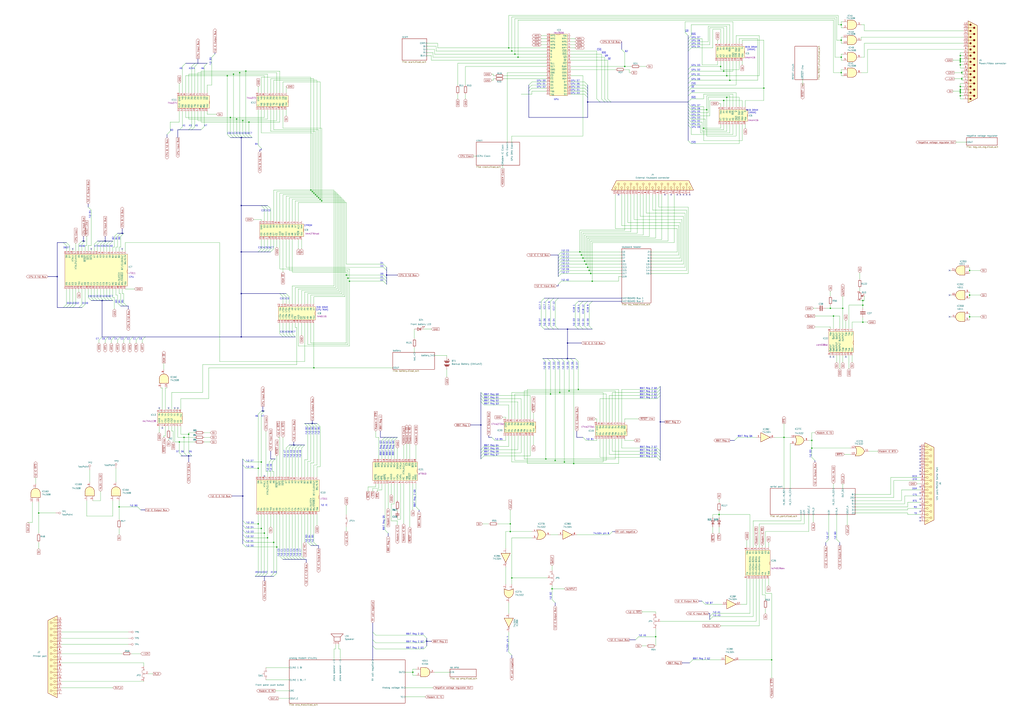
<source format=kicad_sch>
(kicad_sch (version 20250114) (generator "eeschema") (generator_version "9.0")
  (paper "A1")
  (title_block (title "ITALTEL OMEGA 1000 mobo") (company "Mattia's Software"))
  (lib_symbols
    (symbol "4xxx:4011" (pin_names (offset 1.016))
      (property "Reference" "U" (at 0 1.27 0))
      (property "Value" "4011" (at 0 -1.27 0))
      (symbol "4011_1_1"
        (pin input line (at -7.62 2.54 0) (length 3.81) (name "~") (number "1"))
        (pin input line (at -7.62 -2.54 0) (length 3.81) (name "~") (number "2"))
        (pin output inverted (at 7.62 0 180) (length 3.81) (name "~") (number "3"))
      )
      (symbol "4011_1_2"
        (pin input inverted (at -7.62 2.54 0) (length 4.318) (name "~") (number "1"))
        (pin input inverted (at -7.62 -2.54 0) (length 4.318) (name "~") (number "2"))
        (pin output line (at 7.62 0 180) (length 3.81) (name "~") (number "3"))
      )
      (symbol "4011_2_1"
        (pin input line (at -7.62 2.54 0) (length 3.81) (name "~") (number "5"))
        (pin input line (at -7.62 -2.54 0) (length 3.81) (name "~") (number "6"))
        (pin output inverted (at 7.62 0 180) (length 3.81) (name "~") (number "4"))
      )
      (symbol "4011_2_2"
        (pin input inverted (at -7.62 2.54 0) (length 4.318) (name "~") (number "5"))
        (pin input inverted (at -7.62 -2.54 0) (length 4.318) (name "~") (number "6"))
        (pin output line (at 7.62 0 180) (length 3.81) (name "~") (number "4"))
      )
      (symbol "4011_3_1"
        (pin input line (at -7.62 2.54 0) (length 3.81) (name "~") (number "8"))
        (pin input line (at -7.62 -2.54 0) (length 3.81) (name "~") (number "9"))
        (pin output inverted (at 7.62 0 180) (length 3.81) (name "~") (number "10"))
      )
      (symbol "4011_3_2"
        (pin input inverted (at -7.62 2.54 0) (length 4.318) (name "~") (number "8"))
        (pin input inverted (at -7.62 -2.54 0) (length 4.318) (name "~") (number "9"))
        (pin output line (at 7.62 0 180) (length 3.81) (name "~") (number "10"))
      )
      (symbol "4011_4_1"
        (pin input line (at -7.62 2.54 0) (length 3.81) (name "~") (number "12"))
        (pin input line (at -7.62 -2.54 0) (length 3.81) (name "~") (number "13"))
        (pin output inverted (at 7.62 0 180) (length 3.81) (name "~") (number "11"))
      )
      (symbol "4011_4_2"
        (pin input inverted (at -7.62 2.54 0) (length 4.318) (name "~") (number "12"))
        (pin input inverted (at -7.62 -2.54 0) (length 4.318) (name "~") (number "13"))
        (pin output line (at 7.62 0 180) (length 3.81) (name "~") (number "11"))
      )
      (symbol "4011_5_0"
        (pin power_in line (at 0 12.7 270) (length 5.08) (name "VDD") (number "14"))
        (pin power_in line (at 0 -12.7 90) (length 5.08) (name "VSS") (number "7"))
      )
    )
    (symbol "74xx:74LS04"
      (property "Reference" "U" (at 0 1.27 0))
      (property "Value" "74LS04" (at 0 -1.27 0))
      (symbol "74LS04_1_0"
        (pin input line (at -7.62 0 0) (length 3.81) (name "~") (number "1"))
        (pin output inverted (at 7.62 0 180) (length 3.81) (name "~") (number "2"))
      )
      (symbol "74LS04_2_0"
        (pin input line (at -7.62 0 0) (length 3.81) (name "~") (number "3"))
        (pin output inverted (at 7.62 0 180) (length 3.81) (name "~") (number "4"))
      )
      (symbol "74LS04_3_0"
        (pin input line (at -7.62 0 0) (length 3.81) (name "~") (number "5"))
        (pin output inverted (at 7.62 0 180) (length 3.81) (name "~") (number "6"))
      )
      (symbol "74LS04_4_0"
        (pin input line (at -7.62 0 0) (length 3.81) (name "~") (number "9"))
        (pin output inverted (at 7.62 0 180) (length 3.81) (name "~") (number "8"))
      )
      (symbol "74LS04_5_0"
        (pin input line (at -7.62 0 0) (length 3.81) (name "~") (number "11"))
        (pin output inverted (at 7.62 0 180) (length 3.81) (name "~") (number "10"))
      )
      (symbol "74LS04_6_0"
        (pin input line (at -7.62 0 0) (length 3.81) (name "~") (number "13"))
        (pin output inverted (at 7.62 0 180) (length 3.81) (name "~") (number "12"))
      )
      (symbol "74LS04_7_0"
        (pin power_in line (at 0 12.7 270) (length 5.08) (name "VCC") (number "14"))
        (pin power_in line (at 0 -12.7 90) (length 5.08) (name "GND") (number "7"))
      )
    )
    (symbol "74xx:74LS08" (pin_names (offset 1.016))
      (property "Reference" "U" (at 0 1.27 0))
      (property "Value" "74LS08" (at 0 -1.27 0))
      (symbol "74LS08_1_1"
        (pin input line (at -7.62 2.54 0) (length 3.81) (name "~") (number "1"))
        (pin input line (at -7.62 -2.54 0) (length 3.81) (name "~") (number "2"))
        (pin output line (at 7.62 0 180) (length 3.81) (name "~") (number "3"))
      )
      (symbol "74LS08_1_2"
        (pin input inverted (at -7.62 2.54 0) (length 4.318) (name "~") (number "1"))
        (pin input inverted (at -7.62 -2.54 0) (length 4.318) (name "~") (number "2"))
        (pin output inverted (at 7.62 0 180) (length 3.81) (name "~") (number "3"))
      )
      (symbol "74LS08_2_1"
        (pin input line (at -7.62 2.54 0) (length 3.81) (name "~") (number "4"))
        (pin input line (at -7.62 -2.54 0) (length 3.81) (name "~") (number "5"))
        (pin output line (at 7.62 0 180) (length 3.81) (name "~") (number "6"))
      )
      (symbol "74LS08_2_2"
        (pin input inverted (at -7.62 2.54 0) (length 4.318) (name "~") (number "4"))
        (pin input inverted (at -7.62 -2.54 0) (length 4.318) (name "~") (number "5"))
        (pin output inverted (at 7.62 0 180) (length 3.81) (name "~") (number "6"))
      )
      (symbol "74LS08_3_1"
        (pin input line (at -7.62 2.54 0) (length 3.81) (name "~") (number "9"))
        (pin input line (at -7.62 -2.54 0) (length 3.81) (name "~") (number "10"))
        (pin output line (at 7.62 0 180) (length 3.81) (name "~") (number "8"))
      )
      (symbol "74LS08_3_2"
        (pin input inverted (at -7.62 2.54 0) (length 4.318) (name "~") (number "9"))
        (pin input inverted (at -7.62 -2.54 0) (length 4.318) (name "~") (number "10"))
        (pin output inverted (at 7.62 0 180) (length 3.81) (name "~") (number "8"))
      )
      (symbol "74LS08_4_1"
        (pin input line (at -7.62 2.54 0) (length 3.81) (name "~") (number "12"))
        (pin input line (at -7.62 -2.54 0) (length 3.81) (name "~") (number "13"))
        (pin output line (at 7.62 0 180) (length 3.81) (name "~") (number "11"))
      )
      (symbol "74LS08_4_2"
        (pin input inverted (at -7.62 2.54 0) (length 4.318) (name "~") (number "12"))
        (pin input inverted (at -7.62 -2.54 0) (length 4.318) (name "~") (number "13"))
        (pin output inverted (at 7.62 0 180) (length 3.81) (name "~") (number "11"))
      )
      (symbol "74LS08_5_0"
        (pin power_in line (at 0 12.7 270) (length 5.08) (name "VCC") (number "14"))
        (pin power_in line (at 0 -12.7 90) (length 5.08) (name "GND") (number "7"))
      )
    )
    (symbol "74xx:74LS32" (pin_names (offset 1.016))
      (property "Reference" "U" (at 0 1.27 0))
      (property "Value" "74LS32" (at 0 -1.27 0))
      (symbol "74LS32_1_1"
        (pin input line (at -7.62 2.54 0) (length 4.318) (name "~") (number "1"))
        (pin input line (at -7.62 -2.54 0) (length 4.318) (name "~") (number "2"))
        (pin output line (at 7.62 0 180) (length 3.81) (name "~") (number "3"))
      )
      (symbol "74LS32_1_2"
        (pin input inverted (at -7.62 2.54 0) (length 3.81) (name "~") (number "1"))
        (pin input inverted (at -7.62 -2.54 0) (length 3.81) (name "~") (number "2"))
        (pin output inverted (at 7.62 0 180) (length 3.81) (name "~") (number "3"))
      )
      (symbol "74LS32_2_1"
        (pin input line (at -7.62 2.54 0) (length 4.318) (name "~") (number "4"))
        (pin input line (at -7.62 -2.54 0) (length 4.318) (name "~") (number "5"))
        (pin output line (at 7.62 0 180) (length 3.81) (name "~") (number "6"))
      )
      (symbol "74LS32_2_2"
        (pin input inverted (at -7.62 2.54 0) (length 3.81) (name "~") (number "4"))
        (pin input inverted (at -7.62 -2.54 0) (length 3.81) (name "~") (number "5"))
        (pin output inverted (at 7.62 0 180) (length 3.81) (name "~") (number "6"))
      )
      (symbol "74LS32_3_1"
        (pin input line (at -7.62 2.54 0) (length 4.318) (name "~") (number "9"))
        (pin input line (at -7.62 -2.54 0) (length 4.318) (name "~") (number "10"))
        (pin output line (at 7.62 0 180) (length 3.81) (name "~") (number "8"))
      )
      (symbol "74LS32_3_2"
        (pin input inverted (at -7.62 2.54 0) (length 3.81) (name "~") (number "9"))
        (pin input inverted (at -7.62 -2.54 0) (length 3.81) (name "~") (number "10"))
        (pin output inverted (at 7.62 0 180) (length 3.81) (name "~") (number "8"))
      )
      (symbol "74LS32_4_1"
        (pin input line (at -7.62 2.54 0) (length 4.318) (name "~") (number "12"))
        (pin input line (at -7.62 -2.54 0) (length 4.318) (name "~") (number "13"))
        (pin output line (at 7.62 0 180) (length 3.81) (name "~") (number "11"))
      )
      (symbol "74LS32_4_2"
        (pin input inverted (at -7.62 2.54 0) (length 3.81) (name "~") (number "12"))
        (pin input inverted (at -7.62 -2.54 0) (length 3.81) (name "~") (number "13"))
        (pin output inverted (at 7.62 0 180) (length 3.81) (name "~") (number "11"))
      )
      (symbol "74LS32_5_0"
        (pin power_in line (at 0 12.7 270) (length 5.08) (name "VCC") (number "14"))
        (pin power_in line (at 0 -12.7 90) (length 5.08) (name "GND") (number "7"))
      )
    )
    (symbol "Connector:DB25_Pins" (pin_names (offset 1.016) (hide yes))
      (property "Reference" "J" (at 0 34.29 0))
      (property "Value" "DB25_Pins" (at 0 -34.925 0))
      (symbol "DB25_Pins_1_1"
        (pin passive line (at -7.62 30.48 0) (length 3.81) (name "13") (number "13"))
        (pin passive line (at -7.62 27.94 0) (length 3.81) (name "P25") (number "25"))
        (pin passive line (at -7.62 25.4 0) (length 3.81) (name "12") (number "12"))
        (pin passive line (at -7.62 22.86 0) (length 3.81) (name "P24") (number "24"))
        (pin passive line (at -7.62 20.32 0) (length 3.81) (name "11") (number "11"))
        (pin passive line (at -7.62 17.78 0) (length 3.81) (name "P23") (number "23"))
        (pin passive line (at -7.62 15.24 0) (length 3.81) (name "10") (number "10"))
        (pin passive line (at -7.62 12.7 0) (length 3.81) (name "P22") (number "22"))
        (pin passive line (at -7.62 10.16 0) (length 3.81) (name "9") (number "9"))
        (pin passive line (at -7.62 7.62 0) (length 3.81) (name "P21") (number "21"))
        (pin passive line (at -7.62 5.08 0) (length 3.81) (name "8") (number "8"))
        (pin passive line (at -7.62 2.54 0) (length 3.81) (name "P20") (number "20"))
        (pin passive line (at -7.62 0 0) (length 3.81) (name "7") (number "7"))
        (pin passive line (at -7.62 -2.54 0) (length 3.81) (name "P19") (number "19"))
        (pin passive line (at -7.62 -5.08 0) (length 3.81) (name "6") (number "6"))
        (pin passive line (at -7.62 -7.62 0) (length 3.81) (name "P18") (number "18"))
        (pin passive line (at -7.62 -10.16 0) (length 3.81) (name "5") (number "5"))
        (pin passive line (at -7.62 -12.7 0) (length 3.81) (name "P17") (number "17"))
        (pin passive line (at -7.62 -15.24 0) (length 3.81) (name "4") (number "4"))
        (pin passive line (at -7.62 -17.78 0) (length 3.81) (name "P16") (number "16"))
        (pin passive line (at -7.62 -20.32 0) (length 3.81) (name "3") (number "3"))
        (pin passive line (at -7.62 -22.86 0) (length 3.81) (name "P15") (number "15"))
        (pin passive line (at -7.62 -25.4 0) (length 3.81) (name "2") (number "2"))
        (pin passive line (at -7.62 -27.94 0) (length 3.81) (name "P14") (number "14"))
        (pin passive line (at -7.62 -30.48 0) (length 3.81) (name "1") (number "1"))
      )
    )
    (symbol "Connector:DB25_Socket" (pin_names (offset 1.016) (hide yes))
      (property "Reference" "J" (at 0 34.29 0))
      (property "Value" "DB25_Socket" (at 0 -34.925 0))
      (symbol "DB25_Socket_1_1"
        (pin passive line (at -7.62 30.48 0) (length 3.81) (name "1") (number "1"))
        (pin passive line (at -7.62 27.94 0) (length 3.81) (name "P14") (number "14"))
        (pin passive line (at -7.62 25.4 0) (length 3.81) (name "2") (number "2"))
        (pin passive line (at -7.62 22.86 0) (length 3.81) (name "P15") (number "15"))
        (pin passive line (at -7.62 20.32 0) (length 3.81) (name "3") (number "3"))
        (pin passive line (at -7.62 17.78 0) (length 3.81) (name "P16") (number "16"))
        (pin passive line (at -7.62 15.24 0) (length 3.81) (name "4") (number "4"))
        (pin passive line (at -7.62 12.7 0) (length 3.81) (name "P17") (number "17"))
        (pin passive line (at -7.62 10.16 0) (length 3.81) (name "5") (number "5"))
        (pin passive line (at -7.62 7.62 0) (length 3.81) (name "P18") (number "18"))
        (pin passive line (at -7.62 5.08 0) (length 3.81) (name "6") (number "6"))
        (pin passive line (at -7.62 2.54 0) (length 3.81) (name "P19") (number "19"))
        (pin passive line (at -7.62 0 0) (length 3.81) (name "7") (number "7"))
        (pin passive line (at -7.62 -2.54 0) (length 3.81) (name "P20") (number "20"))
        (pin passive line (at -7.62 -5.08 0) (length 3.81) (name "8") (number "8"))
        (pin passive line (at -7.62 -7.62 0) (length 3.81) (name "P21") (number "21"))
        (pin passive line (at -7.62 -10.16 0) (length 3.81) (name "9") (number "9"))
        (pin passive line (at -7.62 -12.7 0) (length 3.81) (name "P22") (number "22"))
        (pin passive line (at -7.62 -15.24 0) (length 3.81) (name "10") (number "10"))
        (pin passive line (at -7.62 -17.78 0) (length 3.81) (name "P23") (number "23"))
        (pin passive line (at -7.62 -20.32 0) (length 3.81) (name "11") (number "11"))
        (pin passive line (at -7.62 -22.86 0) (length 3.81) (name "P24") (number "24"))
        (pin passive line (at -7.62 -25.4 0) (length 3.81) (name "12") (number "12"))
        (pin passive line (at -7.62 -27.94 0) (length 3.81) (name "P25") (number "25"))
        (pin passive line (at -7.62 -30.48 0) (length 3.81) (name "13") (number "13"))
      )
    )
    (symbol "Connector:TestPoint" (pin_numbers (hide yes)) (pin_names (offset 0.762) (hide yes))
      (property "Reference" "TP" (at 0 6.858 0))
      (property "Value" "TestPoint" (at 0 5.08 0))
      (symbol "TestPoint_1_1"
        (pin passive line (at 0 0 90) (length 2.54) (name "1") (number "1"))
      )
    )
    (symbol "Device:Battery" (pin_numbers (hide yes)) (pin_names (offset 0) (hide yes))
      (property "Reference" "BT" (at 2.54 2.54 0))
      (property "Value" "Battery" (at 2.54 0 0))
      (symbol "Battery_1_1"
        (pin passive line (at 0 5.08 270) (length 2.54) (name "+") (number "1"))
        (pin passive line (at 0 -5.08 90) (length 2.54) (name "-") (number "2"))
      )
    )
    (symbol "Device:C" (pin_numbers (hide yes)) (pin_names (offset 0.254))
      (property "Reference" "C" (at 0.635 2.54 0))
      (property "Value" "C" (at 0.635 -2.54 0))
      (symbol "C_1_1"
        (pin passive line (at 0 3.81 270) (length 2.794) (name "~") (number "1"))
        (pin passive line (at 0 -3.81 90) (length 2.794) (name "~") (number "2"))
      )
    )
    (symbol "Device:C_Small" (pin_numbers (hide yes)) (pin_names (offset 0.254) (hide yes))
      (property "Reference" "C" (at 0.254 1.778 0))
      (property "Value" "C_Small" (at 0.254 -2.032 0))
      (symbol "C_Small_1_1"
        (pin passive line (at 0 2.54 270) (length 2.032) (name "~") (number "1"))
        (pin passive line (at 0 -2.54 90) (length 2.032) (name "~") (number "2"))
      )
    )
    (symbol "Device:D" (pin_numbers (hide yes)) (pin_names (offset 1.016) (hide yes))
      (property "Reference" "D" (at 0 2.54 0))
      (property "Value" "D" (at 0 -2.54 0))
      (symbol "D_1_1"
        (pin passive line (at -3.81 0 0) (length 2.54) (name "K") (number "1"))
        (pin passive line (at 3.81 0 180) (length 2.54) (name "A") (number "2"))
      )
    )
    (symbol "Device:LED" (pin_numbers (hide yes)) (pin_names (offset 1.016) (hide yes))
      (property "Reference" "D" (at 0 2.54 0))
      (property "Value" "LED" (at 0 -2.54 0))
      (symbol "LED_1_1"
        (pin passive line (at -3.81 0 0) (length 2.54) (name "K") (number "1"))
        (pin passive line (at 3.81 0 180) (length 2.54) (name "A") (number "2"))
      )
    )
    (symbol "Device:R" (pin_numbers (hide yes)) (pin_names (offset 0))
      (property "Reference" "R" (at 2.032 0 90))
      (property "Value" "R" (at 0 0 90))
      (symbol "R_1_1"
        (pin passive line (at 0 3.81 270) (length 1.27) (name "~") (number "1"))
        (pin passive line (at 0 -3.81 90) (length 1.27) (name "~") (number "2"))
      )
    )
    (symbol "Device:R_Potentiometer" (pin_names (offset 1.016) (hide yes))
      (property "Reference" "RV" (at -4.445 0 90))
      (property "Value" "R_Potentiometer" (at -2.54 0 90))
      (symbol "R_Potentiometer_1_1"
        (pin passive line (at 0 3.81 270) (length 1.27) (name "1") (number "1"))
        (pin passive line (at 0 -3.81 90) (length 1.27) (name "3") (number "3"))
        (pin passive line (at 3.81 0 180) (length 1.27) (name "2") (number "2"))
      )
    )
    (symbol "Device:Speaker" (pin_names (offset 0) (hide yes))
      (property "Reference" "LS" (at 1.27 5.715 0))
      (property "Value" "Speaker" (at 1.27 3.81 0))
      (symbol "Speaker_1_1"
        (pin input line (at -5.08 0 0) (length 2.54) (name "1") (number "1"))
        (pin input line (at -5.08 -2.54 0) (length 2.54) (name "2") (number "2"))
      )
    )
    (symbol "ICs_lib:74ls373"
      (property "Reference" "IC" (at 1.27 4.826 0))
      (property "Description" "74ls373" (at 4.064 1.524 0))
      (symbol "74ls373_1_1"
        (pin input line (at -24.13 11.43 270) (length 2.54) (name "V_{CC}") (number "20"))
        (pin input line (at -24.13 -2.54 90) (length 2.54) (name "~{OC}") (number "1"))
        (pin input line (at -21.59 11.43 270) (length 2.54) (name "8Q") (number "19"))
        (pin input line (at -21.59 -2.54 90) (length 2.54) (name "1Q") (number "2"))
        (pin input line (at -19.05 11.43 270) (length 2.54) (name "8D") (number "18"))
        (pin input line (at -19.05 -2.54 90) (length 2.54) (name "1D") (number "3"))
        (pin input line (at -16.51 11.43 270) (length 2.54) (name "7D") (number "17"))
        (pin input line (at -16.51 -2.54 90) (length 2.54) (name "2D") (number "4"))
        (pin input line (at -13.97 11.43 270) (length 2.54) (name "7Q") (number "16"))
        (pin input line (at -13.97 -2.54 90) (length 2.54) (name "2Q") (number "5"))
        (pin input line (at -11.43 11.43 270) (length 2.54) (name "6D") (number "15"))
        (pin input line (at -11.43 -2.54 90) (length 2.54) (name "3Q") (number "6"))
        (pin input line (at -8.89 11.43 270) (length 2.54) (name "6Q") (number "14"))
        (pin input line (at -8.89 -2.54 90) (length 2.54) (name "3D") (number "7"))
        (pin input line (at -6.35 11.43 270) (length 2.54) (name "5D") (number "13"))
        (pin input line (at -6.35 -2.54 90) (length 2.54) (name "4D") (number "8"))
        (pin input line (at -3.81 11.43 270) (length 2.54) (name "5Q") (number "12"))
        (pin input line (at -3.81 -2.54 90) (length 2.54) (name "4Q") (number "9"))
        (pin input line (at -1.27 11.43 270) (length 2.54) (name "C") (number "11"))
        (pin input line (at -1.27 -2.54 90) (length 2.54) (name "GND") (number "10"))
      )
    )
    (symbol "ICs_lib:74ls374"
      (property "Reference" "IC" (at 1.016 5.842 0))
      (property "Description" "74ls374" (at 4.064 1.778 0))
      (symbol "74ls374_1_1"
        (pin input line (at -24.13 12.7 270) (length 2.54) (name "V_{CC}") (number "20"))
        (pin input line (at -24.13 -2.54 90) (length 2.54) (name "~{OC}") (number "1"))
        (pin input line (at -21.59 12.7 270) (length 2.54) (name "8Q") (number "19"))
        (pin input line (at -21.59 -2.54 90) (length 2.54) (name "1Q") (number "2"))
        (pin input line (at -19.05 12.7 270) (length 2.54) (name "8D") (number "18"))
        (pin input line (at -19.05 -2.54 90) (length 2.54) (name "1D") (number "3"))
        (pin input line (at -16.51 12.7 270) (length 2.54) (name "7D") (number "17"))
        (pin input line (at -16.51 -2.54 90) (length 2.54) (name "2D") (number "4"))
        (pin input line (at -13.97 12.7 270) (length 2.54) (name "7Q") (number "16"))
        (pin input line (at -13.97 -2.54 90) (length 2.54) (name "2Q") (number "5"))
        (pin input line (at -11.43 12.7 270) (length 2.54) (name "6D") (number "15"))
        (pin input line (at -11.43 -2.54 90) (length 2.54) (name "3Q") (number "6"))
        (pin input line (at -8.89 12.7 270) (length 2.54) (name "6Q") (number "14"))
        (pin input line (at -8.89 -2.54 90) (length 2.54) (name "3D") (number "7"))
        (pin input line (at -6.35 12.7 270) (length 2.54) (name "5D") (number "13"))
        (pin input line (at -6.35 -2.54 90) (length 2.54) (name "4D") (number "8"))
        (pin input line (at -3.81 12.7 270) (length 2.54) (name "5Q") (number "12"))
        (pin input line (at -3.81 -2.54 90) (length 2.54) (name "4Q") (number "9"))
        (pin input line (at -1.27 12.7 270) (length 2.54) (name "CLK") (number "11"))
        (pin input line (at -1.27 -2.54 90) (length 2.54) (name "GND") (number "10"))
      )
    )
    (symbol "ICs_lib:cd4538be"
      (property "Reference" "IC" (at 1.27 5.334 0))
      (property "Description" "cd4538be" (at 4.826 1.016 0))
      (symbol "cd4538be_1_1"
        (pin input line (at -19.05 19.685 270) (length 2.54) (name "V_{DD}") (number "16"))
        (pin input line (at -19.05 -2.54 90) (length 2.54) (name "T_{1A}") (number "1"))
        (pin input line (at -16.51 19.685 270) (length 2.54) (name "T_{1B}") (number "15"))
        (pin input line (at -16.51 -2.54 90) (length 2.54) (name "T_{2A}") (number "2"))
        (pin input line (at -13.97 19.685 270) (length 2.54) (name "T_{2B}") (number "14"))
        (pin input line (at -13.97 -2.54 90) (length 2.54) (name "C_{DA}") (number "3"))
        (pin input line (at -11.43 19.685 270) (length 2.54) (name "C_{DB}") (number "13"))
        (pin input line (at -11.43 -2.54 90) (length 2.54) (name "A_{A}INPUT") (number "4"))
        (pin input line (at -8.89 19.685 270) (length 2.54) (name "A_{B}INPUT") (number "12"))
        (pin input line (at -8.89 -2.54 90) (length 2.54) (name "B_{A}INPUT") (number "5"))
        (pin input line (at -6.35 19.685 270) (length 2.54) (name "B_{B}INPUT") (number "11"))
        (pin input line (at -6.35 -2.54 90) (length 2.54) (name "Q_{A}OUT") (number "6"))
        (pin input line (at -3.81 19.685 270) (length 2.54) (name "Q_{B}OUT") (number "10"))
        (pin input line (at -3.81 -2.54 90) (length 2.54) (name "~{Q}_{A}OUT") (number "7"))
        (pin input line (at -1.27 19.685 270) (length 2.54) (name "~{Q}_{B}OUT") (number "9"))
        (pin input line (at -1.27 -2.54 90) (length 2.54) (name "V_{SS}") (number "8"))
      )
    )
    (symbol "ICs_lib:hcf4019bex"
      (property "Reference" "IC" (at 1.27 5.08 0))
      (property "Description" "hcf4019bex" (at 5.842 1.016 0))
      (symbol "hcf4019bex_1_1"
        (pin input line (at -19.05 23.495 270) (length 2.54) (name "V_{DD}") (number "16"))
        (pin input line (at -19.05 -2.54 90) (length 2.54) (name "B4") (number "1"))
        (pin input line (at -16.51 23.495 270) (length 2.54) (name "A4") (number "15"))
        (pin input line (at -16.51 -2.54 90) (length 2.54) (name "A3") (number "2"))
        (pin input line (at -13.97 23.495 270) (length 2.54) (name "Kb") (number "14"))
        (pin input line (at -13.97 -2.54 90) (length 2.54) (name "B3") (number "3"))
        (pin input line (at -11.43 23.495 270) (length 2.54) (name "D4=A4Ka+B4Kb") (number "13"))
        (pin input line (at -11.43 -2.54 90) (length 2.54) (name "A2") (number "4"))
        (pin input line (at -8.89 23.495 270) (length 2.54) (name "D3=A3Ka+B3Kb") (number "12"))
        (pin input line (at -8.89 -2.54 90) (length 2.54) (name "B2") (number "5"))
        (pin input line (at -6.35 23.495 270) (length 2.54) (name "D2=A2Ka+B2Kb") (number "11"))
        (pin input line (at -6.35 -2.54 90) (length 2.54) (name "A1") (number "6"))
        (pin input line (at -3.81 23.495 270) (length 2.54) (name "D1=A1Ka+B1Kb") (number "10"))
        (pin input line (at -3.81 -2.54 90) (length 2.54) (name "B1") (number "7"))
        (pin input line (at -1.27 23.495 270) (length 2.54) (name "Ka") (number "9"))
        (pin input line (at -1.27 -2.54 90) (length 2.54) (name "V_{SS}") (number "8"))
      )
    )
    (symbol "ICs_lib:mc74hc138"
      (property "Reference" "IC" (at 1.27 5.08 0))
      (property "Description" "mc74hc138" (at 5.842 0.762 0))
      (symbol "mc74hc138_1_1"
        (pin input line (at -19.05 11.43 270) (length 2.54) (name "V_{CC}") (number "16"))
        (pin input line (at -19.05 -2.54 90) (length 2.54) (name "A0") (number "1"))
        (pin input line (at -16.51 11.43 270) (length 2.54) (name "Y0") (number "15"))
        (pin input line (at -16.51 -2.54 90) (length 2.54) (name "A1") (number "2"))
        (pin input line (at -13.97 11.43 270) (length 2.54) (name "Y1") (number "14"))
        (pin input line (at -13.97 -2.54 90) (length 2.54) (name "A2") (number "3"))
        (pin input line (at -11.43 11.43 270) (length 2.54) (name "Y2") (number "13"))
        (pin input line (at -11.43 -2.54 90) (length 2.54) (name "CS2") (number "4"))
        (pin input line (at -8.89 11.43 270) (length 2.54) (name "Y3") (number "12"))
        (pin input line (at -8.89 -2.54 90) (length 2.54) (name "CS3") (number "5"))
        (pin input line (at -6.35 11.43 270) (length 2.54) (name "Y4") (number "11"))
        (pin input line (at -6.35 -2.54 90) (length 2.54) (name "CS1") (number "6"))
        (pin input line (at -3.81 11.43 270) (length 2.54) (name "Y5") (number "10"))
        (pin input line (at -3.81 -2.54 90) (length 2.54) (name "Y7") (number "7"))
        (pin input line (at -1.27 11.43 270) (length 2.54) (name "Y6") (number "9"))
        (pin input line (at -1.27 -2.54 90) (length 2.54) (name "GND") (number "8"))
      )
    )
    (symbol "ICs_lib:t74ls273b1"
      (property "Reference" "IC" (at 1.778 6.858 0))
      (property "Description" "t74ls273b1" (at 6.096 2.032 0))
      (symbol "t74ls273b1_1_1"
        (pin input line (at -24.13 11.43 270) (length 2.54) (name "V_{CC}") (number "20"))
        (pin input line (at -24.13 -2.54 90) (length 2.54) (name "~{MR}") (number "1"))
        (pin input line (at -21.59 11.43 270) (length 2.54) (name "Q_{7}") (number "19"))
        (pin input line (at -21.59 -2.54 90) (length 2.54) (name "Q_{0}") (number "2"))
        (pin input line (at -19.05 11.43 270) (length 2.54) (name "D_{7}") (number "18"))
        (pin input line (at -19.05 -2.54 90) (length 2.54) (name "D_{0}") (number "3"))
        (pin input line (at -16.51 11.43 270) (length 2.54) (name "D_{6}") (number "17"))
        (pin input line (at -16.51 -2.54 90) (length 2.54) (name "D_{1}") (number "4"))
        (pin input line (at -14.0282 11.43 270) (length 2.54) (name "Q_{6}") (number "16"))
        (pin input line (at -13.97 -2.54 90) (length 2.54) (name "Q_{1}") (number "5"))
        (pin input line (at -11.43 11.43 270) (length 2.54) (name "Q_{5}") (number "15"))
        (pin input line (at -11.3718 -2.54 90) (length 2.54) (name "Q_{2}") (number "6"))
        (pin input line (at -8.89 11.43 270) (length 2.54) (name "D_{5}") (number "14"))
        (pin input line (at -8.89 -2.54 90) (length 2.54) (name "D_{2}") (number "7"))
        (pin input line (at -6.35 11.43 270) (length 2.54) (name "D_{4}") (number "13"))
        (pin input line (at -6.35 -2.54 90) (length 2.54) (name "D_{3}") (number "8"))
        (pin input line (at -3.81 11.43 270) (length 2.54) (name "Q_{4}") (number "12"))
        (pin input line (at -3.81 -2.54 90) (length 2.54) (name "Q_{3}") (number "9"))
        (pin input line (at -1.27 11.43 270) (length 2.54) (name "CP") (number "11"))
        (pin input line (at -1.27 -2.54 90) (length 2.54) (name "GND") (number "10"))
      )
    )
    (symbol "Jumper:Jumper_2_Bridged" (pin_numbers (hide yes)) (pin_names (offset 0) (hide yes))
      (property "Reference" "JP" (at 0 1.905 0))
      (property "Value" "Jumper_2_Bridged" (at 0 -2.54 0))
      (symbol "Jumper_2_Bridged_1_1"
        (pin passive line (at -5.08 0 0) (length 2.54) (name "A") (number "1"))
        (pin passive line (at 5.08 0 180) (length 2.54) (name "B") (number "2"))
      )
    )
    (symbol "Jumper:Jumper_3_Open" (pin_names (offset 0) (hide yes)) (in_bom no)
      (property "Reference" "JP" (at -2.54 -2.54 0))
      (property "Value" "Jumper_3_Open" (at 0 2.794 0))
      (symbol "Jumper_3_Open_1_1"
        (pin passive line (at -6.35 0 0) (length 2.54) (name "A") (number "1"))
        (pin passive line (at 0 -3.81 90) (length 2.54) (name "C") (number "2"))
        (pin passive line (at 6.35 0 180) (length 2.54) (name "B") (number "3"))
      )
    )
    (symbol "Switch:SW_Push" (pin_numbers (hide yes)) (pin_names (offset 1.016) (hide yes))
      (property "Reference" "SW" (at 1.27 2.54 0))
      (property "Value" "SW_Push" (at 0 -1.524 0))
      (symbol "SW_Push_0_1"
        (pin passive line (at -5.08 0 0) (length 2.54) (name "1") (number "1"))
        (pin passive line (at 5.08 0 180) (length 2.54) (name "2") (number "2"))
      )
    )
    (symbol "omg_1000:ef7910"
      (property "Reference" "IC" (at 1.524 7.874 0))
      (property "Description" "ef7910" (at 3.556 1.016 0))
      (symbol "ef7910_1_1"
        (pin input line (at -35.56 17.78 270) (length 2.54) (name "BTD") (number "28"))
        (pin input line (at -35.56 -2.54 90) (length 2.54) (name "~{RING}") (number "1"))
        (pin input line (at -33.02 17.78 270) (length 2.54) (name "~{BCD}") (number "27"))
        (pin input line (at -33.02 -2.54 90) (length 2.54) (name "V_{CC}") (number "2"))
        (pin input line (at -30.48 17.78 270) (length 2.54) (name "~{RD}") (number "26"))
        (pin input line (at -30.48 -2.54 90) (length 2.54) (name "~{RESET}") (number "3"))
        (pin input line (at -27.94 17.78 270) (length 2.54) (name "~{CD}") (number "25"))
        (pin input line (at -27.94 -2.54 90) (length 2.54) (name "V_{BB}") (number "4"))
        (pin input line (at -25.4 17.78 270) (length 2.54) (name "XTAL_{2}\\CLK") (number "24"))
        (pin input line (at -25.4 -2.54 90) (length 2.54) (name "RC") (number "5"))
        (pin input line (at -22.86 17.78 270) (length 2.54) (name "XTAL_{2}") (number "23"))
        (pin input line (at -22.86 -2.54 90) (length 2.54) (name "CAP_{1}") (number "6"))
        (pin input line (at -20.32 17.78 270) (length 2.54) (name "DGND") (number "22"))
        (pin input line (at -20.32 -2.54 90) (length 2.54) (name "CAP_{2}") (number "7"))
        (pin input line (at -17.78 17.78 270) (length 2.54) (name "MC_{4}") (number "21"))
        (pin input line (at -17.78 -2.54 90) (length 2.54) (name "TC") (number "8"))
        (pin input line (at -15.24 17.78 270) (length 2.54) (name "MC_{3}") (number "20"))
        (pin input line (at -15.24 -2.54 90) (length 2.54) (name "AGND") (number "9"))
        (pin input line (at -12.7 17.78 270) (length 2.54) (name "MC_{2}") (number "19"))
        (pin input line (at -12.7 -2.54 90) (length 2.54) (name "TD") (number "10"))
        (pin input line (at -10.16 17.78 270) (length 2.54) (name "MC_{1}") (number "18"))
        (pin input line (at -10.16 -2.54 90) (length 2.54) (name "~{BRTS}") (number "11"))
        (pin input line (at -7.62 17.78 270) (length 2.54) (name "MC_{0}") (number "17"))
        (pin input line (at -7.62 -2.54 90) (length 2.54) (name "~{RTS}") (number "12"))
        (pin input line (at -5.08 17.78 270) (length 2.54) (name "~{DTR}") (number "16"))
        (pin input line (at -5.08 -2.54 90) (length 2.54) (name "~{CTS}") (number "13"))
        (pin input line (at -2.54 17.78 270) (length 2.54) (name "BRD") (number "15"))
        (pin input line (at -2.54 -2.54 90) (length 2.54) (name "~{BCTS}") (number "14"))
      )
    )
    (symbol "omg_1000:hm6116"
      (property "Reference" "IC" (at 1.27 6.096 0))
      (property "Description" "hm6116" (at 4.318 2.794 0))
      (symbol "hm6116_1_1"
        (pin input line (at -29.21 13.335 270) (length 2.54) (name "V_{CC}") (number "24"))
        (pin input line (at -29.21 -2.54 90) (length 2.54) (name "A7") (number "1"))
        (pin input line (at -26.67 13.335 270) (length 2.54) (name "A8") (number "23"))
        (pin input line (at -26.67 -2.54 90) (length 2.54) (name "A6") (number "2"))
        (pin input line (at -24.13 13.335 270) (length 2.54) (name "A9") (number "22"))
        (pin input line (at -24.13 -2.54 90) (length 2.54) (name "A5") (number "3"))
        (pin input line (at -21.59 13.335 270) (length 2.54) (name "~{WE}") (number "21"))
        (pin input line (at -21.59 -2.54 90) (length 2.54) (name "A4") (number "4"))
        (pin input line (at -19.05 13.335 270) (length 2.54) (name "~{OE}") (number "20"))
        (pin input line (at -19.05 -2.54 90) (length 2.54) (name "A3") (number "5"))
        (pin input line (at -16.51 13.335 270) (length 2.54) (name "A10") (number "19"))
        (pin input line (at -16.51 -2.54 90) (length 2.54) (name "A2") (number "6"))
        (pin input line (at -13.97 13.335 270) (length 2.54) (name "~{CS}") (number "18"))
        (pin input line (at -13.97 -2.54 90) (length 2.54) (name "A1") (number "7"))
        (pin input line (at -11.43 13.335 270) (length 2.54) (name "I/O_{7}") (number "17"))
        (pin input line (at -11.43 -2.54 90) (length 2.54) (name "A0") (number "8"))
        (pin input line (at -8.89 13.335 270) (length 2.54) (name "I/O_{6}") (number "16"))
        (pin input line (at -8.89 -2.54 90) (length 2.54) (name "I/O_{0}") (number "9"))
        (pin input line (at -6.35 13.335 270) (length 2.54) (name "I/O_{5}") (number "15"))
        (pin input line (at -6.35 -2.54 90) (length 2.54) (name "I/O_{1}") (number "10"))
        (pin input line (at -3.81 13.335 270) (length 2.54) (name "I/O_{4}") (number "14"))
        (pin input line (at -3.81 -2.54 90) (length 2.54) (name "I/O_{2}") (number "11"))
        (pin input line (at -1.27 13.335 270) (length 2.54) (name "I/O_{3}") (number "13"))
        (pin input line (at -1.27 -2.54 90) (length 2.54) (name "V_{SS}") (number "12"))
      )
    )
    (symbol "omg_1000:tmm2764ad"
      (property "Reference" "IC" (at 1.27 5.334 0))
      (property "Description" "tmm2764ad" (at 5.842 1.778 0))
      (symbol "tmm2764ad_1_1"
        (pin input line (at -34.29 12.7 270) (length 2.54) (name "V_{CC}") (number "28"))
        (pin input line (at -34.29 -2.54 90) (length 2.54) (name "V_{PP}") (number "1"))
        (pin input line (at -31.75 12.7 270) (length 2.54) (name "~{PGM}") (number "27"))
        (pin input line (at -31.75 -2.54 90) (length 2.54) (name "A12") (number "2"))
        (pin input line (at -29.21 12.7 270) (length 2.54) (name "NC") (number "26"))
        (pin input line (at -29.21 -2.54 90) (length 2.54) (name "A7") (number "3"))
        (pin input line (at -26.67 12.7 270) (length 2.54) (name "A8") (number "25"))
        (pin input line (at -26.67 -2.54 90) (length 2.54) (name "A6") (number "4"))
        (pin input line (at -24.13 12.7 270) (length 2.54) (name "A9") (number "24"))
        (pin input line (at -24.13 -2.54 90) (length 2.54) (name "A5") (number "5"))
        (pin input line (at -21.59 12.7 270) (length 2.54) (name "A11") (number "23"))
        (pin input line (at -21.59 -2.54 90) (length 2.54) (name "A4") (number "6"))
        (pin input line (at -19.05 12.7 270) (length 2.54) (name "~{OE}") (number "22"))
        (pin input line (at -19.05 -2.54 90) (length 2.54) (name "A3") (number "7"))
        (pin input line (at -16.51 12.7 270) (length 2.54) (name "A10") (number "21"))
        (pin input line (at -16.51 -2.54 90) (length 2.54) (name "A2") (number "8"))
        (pin input line (at -13.97 12.7 270) (length 2.54) (name "~{CE}") (number "20"))
        (pin input line (at -13.97 -2.54 90) (length 2.54) (name "A1") (number "9"))
        (pin input line (at -11.43 12.7 270) (length 2.54) (name "O7") (number "19"))
        (pin input line (at -11.43 -2.54 90) (length 2.54) (name "A0") (number "10"))
        (pin input line (at -8.89 12.7 270) (length 2.54) (name "O6") (number "18"))
        (pin input line (at -8.89 -2.54 90) (length 2.54) (name "O0") (number "11"))
        (pin input line (at -6.35 12.7 270) (length 2.54) (name "O5") (number "17"))
        (pin input line (at -6.35 -2.54 90) (length 2.54) (name "O1") (number "12"))
        (pin input line (at -3.81 12.7 270) (length 2.54) (name "O4") (number "16"))
        (pin input line (at -3.81 -2.54 90) (length 2.54) (name "O2") (number "13"))
        (pin input line (at -1.27 12.7 270) (length 2.54) (name "O3") (number "15"))
        (pin input line (at -1.27 -2.54 90) (length 2.54) (name "GND") (number "14"))
      )
    )
    (symbol "omg_1000:tms4416"
      (property "Reference" "IC" (at 1.524 4.572 0))
      (property "Description" "tms4416" (at 4.572 0.762 0))
      (symbol "tms4416_1_1"
        (pin input line (at -21.59 12.065 270) (length 2.54) (name "V_{SS}") (number "18"))
        (pin input line (at -21.59 -2.54 90) (length 2.54) (name "~{G}") (number "1"))
        (pin input line (at -19.05 12.065 270) (length 2.54) (name "DQ4") (number "17"))
        (pin input line (at -19.05 -2.54 90) (length 2.54) (name "DQ1") (number "2"))
        (pin input line (at -16.51 12.065 270) (length 2.54) (name "~{CAS}") (number "16"))
        (pin input line (at -16.51 -2.54 90) (length 2.54) (name "DQ2") (number "3"))
        (pin input line (at -13.97 12.065 270) (length 2.54) (name "DQ3") (number "15"))
        (pin input line (at -13.97 -2.54 90) (length 2.54) (name "~{W}") (number "4"))
        (pin input line (at -11.43 12.065 270) (length 2.54) (name "A0") (number "14"))
        (pin input line (at -11.43 -2.54 90) (length 2.54) (name "~{RAS}") (number "5"))
        (pin input line (at -8.89 12.065 270) (length 2.54) (name "A1") (number "13"))
        (pin input line (at -8.89 -2.54 90) (length 2.54) (name "A6") (number "6"))
        (pin input line (at -6.35 12.065 270) (length 2.54) (name "A2") (number "12"))
        (pin input line (at -6.35 -2.54 90) (length 2.54) (name "A5") (number "7"))
        (pin input line (at -3.81 12.065 270) (length 2.54) (name "A3") (number "11"))
        (pin input line (at -3.81 -2.54 90) (length 2.54) (name "A4") (number "8"))
        (pin input line (at -1.27 12.065 270) (length 2.54) (name "A7") (number "10"))
        (pin input line (at -1.27 -2.54 90) (length 2.54) (name "V_{DD}") (number "9"))
      )
    )
    (symbol "omg_1000:tmx3556"
      (property "Reference" "IC" (at 2.794 9.398 0))
      (property "Description" "tmx3556" (at 5.842 5.588 0))
      (symbol "tmx3556_1_1"
        (pin input line (at -48.26 17.145 270) (length 2.54) (name "MP3") (number "40"))
        (pin input line (at -48.26 -2.54 90) (length 2.54) (name "V_{GG}") (number "1"))
        (pin input line (at -45.72 17.145 270) (length 2.54) (name "MP2") (number "39"))
        (pin input line (at -45.72 -2.54 90) (length 2.54) (name "MP4") (number "2"))
        (pin input line (at -43.18 17.145 270) (length 2.54) (name "MP1") (number "38"))
        (pin input line (at -43.18 -2.54 90) (length 2.54) (name "MP5") (number "3"))
        (pin input line (at -40.64 17.145 270) (length 2.54) (name "MP0") (number "37"))
        (pin input line (at -40.64 -2.54 90) (length 2.54) (name "MP6") (number "4"))
        (pin input line (at -38.1 17.145 270) (length 2.54) (name "SCM") (number "36"))
        (pin input line (at -38.1 -2.54 90) (length 2.54) (name "MP7") (number "5"))
        (pin input line (at -35.56 17.145 270) (length 2.54) (name "B") (number "35"))
        (pin input line (at -35.56 -2.54 90) (length 2.54) (name "~{CAS}") (number "6"))
        (pin input line (at -33.02 17.145 270) (length 2.54) (name "G") (number "34"))
        (pin input line (at -33.02 -2.54 90) (length 2.54) (name "~{RAS}") (number "7"))
        (pin input line (at -30.48 17.145 270) (length 2.54) (name "R") (number "33"))
        (pin input line (at -30.48 -2.54 90) (length 2.54) (name "~{WR}") (number "8"))
        (pin input line (at -27.94 17.145 270) (length 2.54) (name "I") (number "32"))
        (pin input line (at -27.94 -2.54 90) (length 2.54) (name "~{OE}") (number "9"))
        (pin input line (at -25.4 17.145 270) (length 2.54) (name "SLL") (number "31"))
        (pin input line (at -25.4 -2.54 90) (length 2.54) (name "~{HIZ}") (number "10"))
        (pin input line (at -22.86 17.145 270) (length 2.54) (name "SCT") (number "30"))
        (pin input line (at -22.86 -2.54 90) (length 2.54) (name "RWM") (number "11"))
        (pin input line (at -20.32 17.145 270) (length 2.54) (name "OBS") (number "29"))
        (pin input line (at -20.32 -2.54 90) (length 2.54) (name "~{HMP}") (number "12"))
        (pin input line (at -17.78 17.145 270) (length 2.54) (name "OBE") (number "28"))
        (pin input line (at -17.78 -2.54 90) (length 2.54) (name "ODS") (number "13"))
        (pin input line (at -15.24 17.145 270) (length 2.54) (name "~{E2}") (number "27"))
        (pin input line (at -15.24 -2.54 90) (length 2.54) (name "ODE") (number "14"))
        (pin input line (at -12.7 17.145 270) (length 2.54) (name "~{E1}") (number "26"))
        (pin input line (at -12.7 -2.54 90) (length 2.54) (name "RDY") (number "15"))
        (pin input line (at -10.16 17.145 270) (length 2.54) (name "D0") (number "25"))
        (pin input line (at -10.16 -2.54 90) (length 2.54) (name "D7") (number "16"))
        (pin input line (at -7.62 17.145 270) (length 2.54) (name "D1") (number "24"))
        (pin input line (at -7.62 -2.54 90) (length 2.54) (name "D6") (number "17"))
        (pin input line (at -5.08 17.145 270) (length 2.54) (name "D2") (number "23"))
        (pin input line (at -5.08 -2.54 90) (length 2.54) (name "D5") (number "18"))
        (pin input line (at -2.54 17.145 270) (length 2.54) (name "V_{DD}") (number "22"))
        (pin input line (at -2.54 -2.54 90) (length 2.54) (name "D4") (number "19"))
        (pin input line (at 0 17.145 270) (length 2.54) (name "V_{SS}") (number "21"))
        (pin input line (at 0 -2.54 90) (length 2.54) (name "D3") (number "20"))
      )
    )
    (symbol "omg_1000:v7311"
      (property "Reference" "IC" (at 1.524 13.97 0))
      (property "Description" "v7311" (at 3.302 9.398 0))
      (symbol "v7311_1_1"
        (pin input line (at -49.53 28.575 270) (length 2.54) (name "V_{SS}") (number "40"))
        (pin input line (at -49.53 -2.54 90) (length 2.54) (name "B5/R/~{W}") (number "1"))
        (pin input line (at -46.99 28.575 270) (length 2.54) (name "B5/~{ENABLE}") (number "39"))
        (pin input line (at -46.99 -2.54 90) (length 2.54) (name "B7/CLOKOUT") (number "2"))
        (pin input line (at -44.45 28.575 270) (length 2.54) (name "B4/ALATCH") (number "38"))
        (pin input line (at -44.45 -2.54 90) (length 2.54) (name "B0") (number "3"))
        (pin input line (at -41.91 28.575 270) (length 2.54) (name "B3") (number "37"))
        (pin input line (at -41.91 -2.54 90) (length 2.54) (name "B1") (number "4"))
        (pin input line (at -39.37 28.575 270) (length 2.54) (name "MC") (number "36"))
        (pin input line (at -39.37 -2.54 90) (length 2.54) (name "B2") (number "5"))
        (pin input line (at -36.83 28.575 270) (length 2.54) (name "C7") (number "35"))
        (pin input line (at -36.83 -2.54 90) (length 2.54) (name "A0") (number "6"))
        (pin input line (at -34.29 28.575 270) (length 2.54) (name "C6") (number "34"))
        (pin input line (at -34.29 -2.54 90) (length 2.54) (name "A1") (number "7"))
        (pin input line (at -31.75 28.575 270) (length 2.54) (name "C5") (number "33"))
        (pin input line (at -31.75 -2.54 90) (length 2.54) (name "A2") (number "8"))
        (pin input line (at -29.21 28.575 270) (length 2.54) (name "C4") (number "32"))
        (pin input line (at -29.21 -2.54 90) (length 2.54) (name "A3") (number "9"))
        (pin input line (at -26.67 28.575 270) (length 2.54) (name "C3") (number "31"))
        (pin input line (at -26.67 -2.54 90) (length 2.54) (name "A4") (number "10"))
        (pin input line (at -24.13 28.575 270) (length 2.54) (name "C2") (number "30"))
        (pin input line (at -24.13 -2.54 90) (length 2.54) (name "A7") (number "11"))
        (pin input line (at -21.59 28.575 270) (length 2.54) (name "C1") (number "29"))
        (pin input line (at -21.59 -2.54 90) (length 2.54) (name "~{INT3}") (number "12"))
        (pin input line (at -19.05 28.575 270) (length 2.54) (name "C0") (number "28"))
        (pin input line (at -19.05 -2.54 90) (length 2.54) (name "~{INT1}") (number "13"))
        (pin input line (at -16.51 28.575 270) (length 2.54) (name "D0") (number "27"))
        (pin input line (at -16.51 -2.54 90) (length 2.54) (name "~{RESET}") (number "14"))
        (pin input line (at -13.97 28.575 270) (length 2.54) (name "D1") (number "26"))
        (pin input line (at -13.97 -2.54 90) (length 2.54) (name "A6") (number "15"))
        (pin input line (at -11.43 28.575 270) (length 2.54) (name "V_{CC}") (number "25"))
        (pin input line (at -11.43 -2.54 90) (length 2.54) (name "A5") (number "16"))
        (pin input line (at -8.89 28.575 270) (length 2.54) (name "D2") (number "24"))
        (pin input line (at -8.89 -2.54 90) (length 2.54) (name "XTAL2\\CLKIN") (number "17"))
        (pin input line (at -6.35 28.575 270) (length 2.54) (name "D3") (number "23"))
        (pin input line (at -6.35 -2.54 90) (length 2.54) (name "XTAL1") (number "18"))
        (pin input line (at -3.81 28.575 270) (length 2.54) (name "D4") (number "22"))
        (pin input line (at -3.81 -2.54 90) (length 2.54) (name "D7") (number "19"))
        (pin input line (at -1.27 28.575 270) (length 2.54) (name "D5") (number "21"))
        (pin input line (at -1.27 -2.54 90) (length 2.54) (name "D6") (number "20"))
      )
    )
    (symbol "tms4416_1"
      (property "Reference" "IC" (at 1.524 4.572 0))
      (property "Description" "tms4416" (at 4.572 0.762 0))
      (symbol "tms4416_1_1_1"
        (pin input line (at -21.59 12.065 270) (length 2.54) (name "V_{SS}") (number "18"))
        (pin input line (at -21.59 -2.54 90) (length 2.54) (name "~{G}") (number "1"))
        (pin input line (at -19.05 12.065 270) (length 2.54) (name "DQ4") (number "17"))
        (pin input line (at -19.05 -2.54 90) (length 2.54) (name "DQ1") (number "2"))
        (pin input line (at -16.51 12.065 270) (length 2.54) (name "~{CAS}") (number "16"))
        (pin input line (at -16.51 -2.54 90) (length 2.54) (name "DQ2") (number "3"))
        (pin input line (at -13.97 12.065 270) (length 2.54) (name "DQ3") (number "15"))
        (pin input line (at -13.97 -2.54 90) (length 2.54) (name "~{W}") (number "4"))
        (pin input line (at -11.43 12.065 270) (length 2.54) (name "A0") (number "14"))
        (pin input line (at -11.43 -2.54 90) (length 2.54) (name "~{RAS}") (number "5"))
        (pin input line (at -8.89 12.065 270) (length 2.54) (name "A1") (number "13"))
        (pin input line (at -8.89 -2.54 90) (length 2.54) (name "A6") (number "6"))
        (pin input line (at -6.35 12.065 270) (length 2.54) (name "A2") (number "12"))
        (pin input line (at -6.35 -2.54 90) (length 2.54) (name "A5") (number "7"))
        (pin input line (at -3.81 12.065 270) (length 2.54) (name "A3") (number "11"))
        (pin input line (at -3.81 -2.54 90) (length 2.54) (name "A4") (number "8"))
        (pin input line (at -1.27 12.065 270) (length 2.54) (name "A7") (number "10"))
        (pin input line (at -1.27 -2.54 90) (length 2.54) (name "V_{DD}") (number "9"))
      )
    )
  )
  (text "EPROM" (at 253.238 185.42 0) (effects (font (size 1.27 1.27))))
  (text "CPU\n" (at 107.95 227.838 0) (effects (font (size 1.27 1.27))))
  (text "2KB SRAM\n(CPU RAM)\n" (at 264.414 253.746 0) (effects (font (size 1.27 1.27))))
  (text "8KB DRAM\n(VRAM)" (at 616.966 39.878 0) (effects (font (size 1.27 1.27))))
  (text "8KB DRAM\n(VRAM)" (at 617.728 91.694 0) (effects (font (size 1.27 1.27))))
  (text "GPU" (at 456.946 81.788 0) (effects (font (size 1.27 1.27))))
  (text "I\\O IC" (at 266.192 415.29 0) (effects (font (size 1.27 1.27))))
  (junction (at 591.82 54.61))
  (junction (at 596.9 80.01))
  (junction (at 46.99 227.33))
  (junction (at 422.91 44.45))
  (junction (at 219.71 441.96))
  (junction (at 260.35 161.29))
  (junction (at 788.67 45.72))
  (junction (at 633.73 542.29))
  (junction (at 453.39 483.87))
  (junction (at 538.48 523.24))
  (junction (at 217.17 438.15))
  (junction (at 474.98 320.04))
  (junction (at 486.41 231.14))
  (junction (at 264.16 165.1))
  (junction (at 666.75 361.95))
  (junction (at 198.12 276.86))
  (junction (at 788.67 74.93))
  (junction (at 100.33 191.77))
  (junction (at 154.94 356.87))
  (junction (at 198.12 168.91))
  (junction (at 339.09 552.45))
  (junction (at 196.85 59.69))
  (junction (at 262.89 163.83))
  (junction (at 681.99 253.365))
  (junction (at 467.36 321.31))
  (junction (at 227.33 449.58))
  (junction (at 255.27 156.21))
  (junction (at 284.48 226.06))
  (junction (at 483.87 222.25))
  (junction (at 796.29 222.25))
  (junction (at 194.31 97.79))
  (junction (at 542.29 346.71))
  (junction (at 708.66 250.825))
  (junction (at 417.83 39.37))
  (junction (at 666.75 368.3))
  (junction (at 596.9 62.23))
  (junction (at 789.94 64.77))
  (junction (at 452.12 323.85))
  (junction (at 513.08 54.61))
  (junction (at 690.88 20.32))
  (junction (at 481.33 217.17))
  (junction (at 789.94 59.69))
  (junction (at 261.62 162.56))
  (junction (at 186.69 62.23))
  (junction (at 471.17 381))
  (junction (at 420.37 41.91))
  (junction (at 708.66 264.795))
  (junction (at 692.15 253.365))
  (junction (at 594.36 58.42))
  (junction (at 796.29 260.35))
  (junction (at 257.81 158.75))
  (junction (at 459.74 322.58))
  (junction (at 708.66 247.015))
  (junction (at 199.39 99.06))
  (junction (at 83.82 247.015))
  (junction (at 485.14 224.79))
  (junction (at 86.36 198.12))
  (junction (at 31.75 421.64))
  (junction (at 201.93 58.42))
  (junction (at 425.45 46.99))
  (junction (at 224.79 445.77))
  (junction (at 594.36 82.55))
  (junction (at 147.32 363.22))
  (junction (at 643.89 359.41))
  (junction (at 68.58 198.12))
  (junction (at 788.67 49.53))
  (junction (at 97.79 416.56))
  (junction (at 419.1 430.53))
  (junction (at 189.23 96.52))
  (junction (at 463.55 379.73))
  (junction (at 214.63 434.34))
  (junction (at 477.52 209.55))
  (junction (at 788.67 50.8))
  (junction (at 788.67 48.26))
  (junction (at 690.88 33.02))
  (junction (at 476.25 207.01))
  (junction (at 198.12 207.01))
  (junction (at 287.02 231.14))
  (junction (at 317.5 226.06))
  (junction (at 214.63 379.73))
  (junction (at 256.54 347.98))
  (junction (at 212.09 430.53))
  (junction (at 204.47 100.33))
  (junction (at 199.39 407.67))
  (junction (at 256.54 157.48))
  (junction (at 419.1 436.88))
  (junction (at 455.93 378.46))
  (junction (at 154.94 374.65))
  (junction (at 577.85 105.41))
  (junction (at 285.75 228.6))
  (junction (at 788.67 73.66))
  (junction (at 599.44 66.04))
  (junction (at 191.77 60.96))
  (junction (at 394.97 349.25))
  (junction (at 788.67 76.2))
  (junction (at 198.12 241.3))
  (junction (at 350.52 527.05))
  (junction (at 466.09 294.64))
  (junction (at 627.38 72.39))
  (junction (at 448.31 377.19))
  (junction (at 215.9 337.82))
  (junction (at 212.09 384.81))
  (junction (at 151.13 359.41))
  (junction (at 788.67 53.34))
  (junction (at 590.55 422.91))
  (junction (at 466.09 281.94))
  (junction (at 580.39 90.17))
  (junction (at 788.67 71.12))
  (junction (at 690.88 46.99))
  (junction (at 257.81 302.26))
  (junction (at 466.09 270.51))
  (junction (at 480.06 214.63))
  (junction (at 259.08 160.02))
  (junction (at 198.12 113.03))
  (junction (at 796.29 242.57))
  (junction (at 482.6 219.71))
  (junction (at 420.37 474.98))
  (junction (at 482.6 83.82))
  (junction (at 788.67 78.74))
  (junction (at 684.53 259.715))
  (junction (at 478.79 212.09))
  (junction (at 241.3 365.76))
  (junction (at 690.88 59.69))
  (no_connect (at 779.78 260.35))
  (no_connect (at 755.65 405.13))
  (no_connect (at 755.65 374.65))
  (no_connect (at 217.17 391.16))
  (no_connect (at 143.51 335.28))
  (no_connect (at 138.43 335.28))
  (no_connect (at 755.65 367.03))
  (no_connect (at 779.78 242.57))
  (no_connect (at 755.65 369.57))
  (no_connect (at 755.65 389.89))
  (no_connect (at 755.65 420.37))
  (no_connect (at 561.34 160.02))
  (no_connect (at 755.65 384.81))
  (no_connect (at 755.65 410.21))
  (no_connect (at 755.65 425.45))
  (no_connect (at 755.65 427.99))
  (no_connect (at 684.53 293.37))
  (no_connect (at 566.42 160.02))
  (no_connect (at 755.65 415.29))
  (no_connect (at 74.93 204.47))
  (no_connect (at 755.65 382.27))
  (no_connect (at 551.18 160.02))
  (no_connect (at 755.65 379.73))
  (no_connect (at 779.78 222.25))
  (no_connect (at 130.81 335.28))
  (no_connect (at 146.05 335.28))
  (no_connect (at 755.65 387.35))
  (no_connect (at 133.35 351.79))
  (no_connect (at 556.26 160.02))
  (no_connect (at 694.69 293.37))
  (no_connect (at 681.99 293.37))
  (no_connect (at 59.69 204.47))
  (no_connect (at 546.1 160.02))
  (no_connect (at 755.65 372.11))
  (no_connect (at 563.88 160.02))
  (no_connect (at 755.65 377.19))
  (no_connect (at 755.65 400.05))
  (no_connect (at 100.33 204.47))
  (no_connect (at 508 160.02))
  (no_connect (at 558.8 160.02))
  (bus_entry (at 54.61 199.39) (size 2.54 2.54))
  (bus_entry (at 539.75 370.84) (size 2.54 2.54))
  (bus_entry (at 147.32 106.68) (size 2.54 -2.54))
  (bus_entry (at 245.11 457.2) (size 2.54 2.54))
  (bus_entry (at 472.44 267.97) (size 2.54 2.54))
  (bus_entry (at 566.42 544.83) (size 2.54 -2.54))
  (bus_entry (at 87.63 244.475) (size 2.54 2.54))
  (bus_entry (at 565.15 36.83) (size 2.54 -2.54))
  (bus_entry (at 186.69 110.49) (size 2.54 2.54))
  (bus_entry (at 567.69 100.33) (size -2.54 -2.54))
  (bus_entry (at 214.63 168.91) (size 2.54 2.54))
  (bus_entry (at 212.09 471.17) (size -2.54 2.54))
  (bus_entry (at 482.6 74.93) (size -2.54 -2.54))
  (bus_entry (at 314.96 231.14) (size 2.54 2.54))
  (bus_entry (at 199.39 110.49) (size 2.54 2.54))
  (bus_entry (at 394.97 372.11) (size 2.54 -2.54))
  (bus_entry (at 257.81 347.98) (size 2.54 2.54))
  (bus_entry (at 57.15 250.19) (size -2.54 2.54))
  (bus_entry (at 101.6 248.92) (size 2.54 2.54))
  (bus_entry (at 199.39 431.8) (size 2.54 2.54))
  (bus_entry (at 77.47 244.475) (size 2.54 2.54))
  (bus_entry (at 80.01 244.475) (size 2.54 2.54))
  (bus_entry (at 59.69 250.19) (size -2.54 2.54))
  (bus_entry (at 448.31 297.18) (size -2.54 -2.54))
  (bus_entry (at 189.23 110.49) (size 2.54 2.54))
  (bus_entry (at 85.09 244.475) (size 2.54 2.54))
  (bus_entry (at 539.75 322.58) (size 2.54 -2.54))
  (bus_entry (at 452.12 247.65) (size 2.54 -2.54))
  (bus_entry (at 229.87 241.3) (size 2.54 2.54))
  (bus_entry (at 452.12 297.18) (size -2.54 -2.54))
  (bus_entry (at 54.61 250.19) (size -2.54 2.54))
  (bus_entry (at 257.81 350.52) (size -2.54 -2.54))
  (bus_entry (at 567.69 90.17) (size -2.54 -2.54))
  (bus_entry (at 444.5 267.97) (size 2.54 2.54))
  (bus_entry (at 482.6 72.39) (size -2.54 -2.54))
  (bus_entry (at 513.08 43.18) (size -2.54 -2.54))
  (bus_entry (at 199.39 447.04) (size 2.54 2.54))
  (bus_entry (at 104.14 276.86) (size -2.54 2.54))
  (bus_entry (at 341.63 416.56) (size 2.54 2.54))
  (bus_entry (at 467.36 297.18) (size -2.54 -2.54))
  (bus_entry (at 496.57 81.28) (size 2.54 2.54))
  (bus_entry (at 52.07 199.39) (size 2.54 2.54))
  (bus_entry (at 582.93 509.27) (size 2.54 -2.54))
  (bus_entry (at 191.77 110.49) (size 2.54 2.54))
  (bus_entry (at 603.25 361.95) (size 2.54 -2.54))
  (bus_entry (at 455.93 267.97) (size 2.54 2.54))
  (bus_entry (at 196.85 110.49) (size 2.54 2.54))
  (bus_entry (at 93.98 276.86) (size -2.54 2.54))
  (bus_entry (at 74.93 172.72) (size -2.54 -2.54))
  (bus_entry (at 214.63 207.01) (size 2.54 -2.54))
  (bus_entry (at 482.6 77.47) (size -2.54 -2.54))
  (bus_entry (at 458.47 217.17) (size 2.54 -2.54))
  (bus_entry (at 99.06 276.86) (size -2.54 2.54))
  (bus_entry (at 394.97 322.58) (size 2.54 2.54))
  (bus_entry (at 476.25 267.97) (size 2.54 2.54))
  (bus_entry (at 234.95 274.32) (size 2.54 2.54))
  (bus_entry (at 237.49 274.32) (size 2.54 2.54))
  (bus_entry (at 217.17 473.71) (size 2.54 -2.54))
  (bus_entry (at 434.34 69.85) (size 2.54 -2.54))
  (bus_entry (at 394.97 369.57) (size 2.54 -2.54))
  (bus_entry (at 240.03 457.2) (size 2.54 2.54))
  (bus_entry (at 314.96 228.6) (size 2.54 2.54))
  (bus_entry (at 347.98 533.4) (size 2.54 -2.54))
  (bus_entry (at 154.94 106.68) (size 2.54 -2.54))
  (bus_entry (at 82.55 198.12) (size -2.54 2.54))
  (bus_entry (at 154.94 372.11) (size 2.54 2.54))
  (bus_entry (at 232.41 457.2) (size 2.54 2.54))
  (bus_entry (at 212.09 119.38) (size 2.54 2.54))
  (bus_entry (at 245.11 368.3) (size 2.54 -2.54))
  (bus_entry (at 458.47 233.68) (size 2.54 -2.54))
  (bus_entry (at 237.49 457.2) (size 2.54 2.54))
  (bus_entry (at 582.93 506.73) (size 2.54 -2.54))
  (bus_entry (at 539.75 320.04) (size 2.54 -2.54))
  (bus_entry (at 247.65 368.3) (size 2.54 -2.54))
  (bus_entry (at 565.15 31.75) (size 2.54 -2.54))
  (bus_entry (at 576.58 494.03) (size 2.54 2.54))
  (bus_entry (at 88.9 276.86) (size -2.54 2.54))
  (bus_entry (at 194.31 110.49) (size 2.54 2.54))
  (bus_entry (at 237.49 368.3) (size 2.54 -2.54))
  (bus_entry (at 99.06 248.92) (size 2.54 2.54))
  (bus_entry (at 165.1 106.68) (size 2.54 -2.54))
  (bus_entry (at 347.98 528.32) (size 2.54 -2.54))
  (bus_entry (at 93.98 194.31) (size 2.54 -2.54))
  (bus_entry (at 212.09 340.36) (size 2.54 -2.54))
  (bus_entry (at 96.52 248.92) (size 2.54 2.54))
  (bus_entry (at 463.55 297.18) (size -2.54 -2.54))
  (bus_entry (at 306.07 525.78) (size 2.54 2.54))
  (bus_entry (at 313.69 361.95) (size 2.54 -2.54))
  (bus_entry (at 157.48 54.61) (size 2.54 -2.54))
  (bus_entry (at 214.63 473.71) (size 2.54 -2.54))
  (bus_entry (at 666.75 375.92) (size 2.54 2.54))
  (bus_entry (at 247.65 457.2) (size 2.54 2.54))
  (bus_entry (at 214.63 340.36) (size 2.54 -2.54))
  (bus_entry (at 90.17 244.475) (size 2.54 2.54))
  (bus_entry (at 453.39 492.76) (size 2.54 2.54))
  (bus_entry (at 314.96 219.71) (size 2.54 2.54))
  (bus_entry (at 92.71 198.12) (size -2.54 2.54))
  (bus_entry (at 539.75 327.66) (size 2.54 -2.54))
  (bus_entry (at 240.03 368.3) (size 2.54 -2.54))
  (bus_entry (at 394.97 325.12) (size 2.54 2.54))
  (bus_entry (at 480.06 267.97) (size 2.54 2.54))
  (bus_entry (at 472.44 250.19) (size 2.54 -2.54))
  (bus_entry (at 687.07 443.23) (size 2.54 2.54))
  (bus_entry (at 152.4 52.07) (size -2.54 2.54))
  (bus_entry (at 234.95 241.3) (size 2.54 2.54))
  (bus_entry (at 232.41 241.3) (size 2.54 2.54))
  (bus_entry (at 255.27 445.8067) (size 2.54 2.54))
  (bus_entry (at 565.15 78.74) (size 2.54 -2.54))
  (bus_entry (at 199.39 435.61) (size 2.54 2.54))
  (bus_entry (at 260.35 347.98) (size 2.54 2.54))
  (bus_entry (at 567.69 92.71) (size -2.54 -2.54))
  (bus_entry (at 471.17 297.18) (size -2.54 -2.54))
  (bus_entry (at 455.93 297.18) (size -2.54 -2.54))
  (bus_entry (at 482.6 80.01) (size -2.54 -2.54))
  (bus_entry (at 224.79 473.71) (size 2.54 -2.54))
  (bus_entry (at 444.5 247.65) (size 2.54 -2.54))
  (bus_entry (at 483.87 250.19) (size 2.54 -2.54))
  (bus_entry (at 565.15 41.91) (size 2.54 -2.54))
  (bus_entry (at 480.06 250.19) (size 2.54 -2.54))
  (bus_entry (at 219.71 207.01) (size 2.54 -2.54))
  (bus_entry (at 201.93 110.49) (size 2.54 2.54))
  (bus_entry (at 567.69 118.11) (size -2.54 -2.54))
  (bus_entry (at 458.47 214.63) (size 2.54 -2.54))
  (bus_entry (at 565.15 74.93) (size 2.54 -2.54))
  (bus_entry (at 83.82 276.86) (size -2.54 2.54))
  (bus_entry (at 82.55 244.475) (size 2.54 2.54))
  (bus_entry (at 255.27 350.52) (size -2.54 -2.54))
  (bus_entry (at 394.97 330.2) (size 2.54 2.54))
  (bus_entry (at 565.15 72.39) (size 2.54 -2.54))
  (bus_entry (at 483.87 267.97) (size 2.54 2.54))
  (bus_entry (at 455.93 247.65) (size 2.54 -2.54))
  (bus_entry (at 252.73 350.52) (size -2.54 -2.54))
  (bus_entry (at 151.13 372.11) (size 2.54 2.54))
  (bus_entry (at 448.31 247.65) (size 2.54 -2.54))
  (bus_entry (at 157.48 106.68) (size 2.54 -2.54))
  (bus_entry (at 500.38 439.42) (size 2.54 -2.54))
  (bus_entry (at 220.98 379.73) (size 2.54 -2.54))
  (bus_entry (at 80.01 198.12) (size -2.54 2.54))
  (bus_entry (at 229.87 457.2) (size 2.54 2.54))
  (bus_entry (at 229.87 274.32) (size 2.54 2.54))
  (bus_entry (at 199.39 377.19) (size 2.54 2.54))
  (bus_entry (at 565.15 57.15) (size 2.54 -2.54))
  (bus_entry (at 326.39 359.41) (size -2.54 2.54))
  (bus_entry (at 448.31 267.97) (size 2.54 2.54))
  (bus_entry (at 565.15 83.82) (size 2.54 -2.54))
  (bus_entry (at 458.47 222.25) (size 2.54 -2.54))
  (bus_entry (at 452.12 267.97) (size 2.54 2.54))
  (bus_entry (at 74.93 244.475) (size 2.54 2.54))
  (bus_entry (at 567.69 97.79) (size -2.54 -2.54))
  (bus_entry (at 481.33 361.95) (size -2.54 -2.54))
  (bus_entry (at 316.23 435.61) (size 2.54 2.54))
  (bus_entry (at 67.31 250.19) (size -2.54 2.54))
  (bus_entry (at 459.74 297.18) (size -2.54 -2.54))
  (bus_entry (at 565.15 60.96) (size 2.54 -2.54))
  (bus_entry (at 318.77 361.95) (size 2.54 -2.54))
  (bus_entry (at 199.39 439.42) (size 2.54 2.54))
  (bus_entry (at 494.03 81.28) (size 2.54 2.54))
  (bus_entry (at 160.02 54.61) (size 2.54 -2.54))
  (bus_entry (at 234.95 457.2) (size 2.54 2.54))
  (bus_entry (at 565.15 34.29) (size 2.54 -2.54))
  (bus_entry (at 539.75 373.38) (size 2.54 2.54))
  (bus_entry (at 242.57 368.3367) (size 2.54 -2.54))
  (bus_entry (at 458.47 219.71) (size 2.54 -2.54))
  (bus_entry (at 67.31 200.66) (size 2.54 -2.54))
  (bus_entry (at 306.07 519.43) (size 2.54 2.54))
  (bus_entry (at 199.39 382.27) (size 2.54 2.54))
  (bus_entry (at 567.69 87.63) (size -2.54 -2.54))
  (bus_entry (at 458.47 209.55) (size 2.54 -2.54))
  (bus_entry (at 539.75 368.3) (size 2.54 2.54))
  (bus_entry (at 99.06 194.31) (size 2.54 -2.54))
  (bus_entry (at 119.38 276.86) (size -2.54 2.54))
  (bus_entry (at 114.3 276.86) (size -2.54 2.54))
  (bus_entry (at 321.31 361.95) (size 2.54 -2.54))
  (bus_entry (at 223.52 379.73) (size 2.54 -2.54))
  (bus_entry (at 314.96 217.17) (size 2.54 2.54))
  (bus_entry (at 567.69 95.25) (size -2.54 -2.54))
  (bus_entry (at 306.07 530.86) (size 2.54 2.54))
  (bus_entry (at 567.69 102.87) (size -2.54 -2.54))
  (bus_entry (at 219.71 168.91) (size 2.54 2.54))
  (bus_entry (at 67.31 198.12) (size -2.54 2.54))
  (bus_entry (at 173.99 46.99) (size 2.54 -2.54))
  (bus_entry (at 242.57 457.2) (size 2.54 2.54))
  (bus_entry (at 474.98 297.18) (size -2.54 -2.54))
  (bus_entry (at 217.17 207.01) (size 2.54 -2.54))
  (bus_entry (at 458.47 227.33) (size 2.54 -2.54))
  (bus_entry (at 240.03 274.32) (size 2.54 2.54))
  (bus_entry (at 222.25 207.01) (size 2.54 -2.54))
  (bus_entry (at 458.47 224.79) (size 2.54 -2.54))
  (bus_entry (at 499.11 81.28) (size 2.54 2.54))
  (bus_entry (at 72.39 244.475) (size 2.54 2.54))
  (bus_entry (at 565.15 68.58) (size 2.54 -2.54))
  (bus_entry (at 482.6 69.85) (size -2.54 -2.54))
  (bus_entry (at 417.83 535.94) (size 2.54 2.54))
  (bus_entry (at 434.34 72.39) (size 2.54 -2.54))
  (bus_entry (at 394.97 377.19) (size 2.54 -2.54))
  (bus_entry (at 147.32 372.11) (size 2.54 2.54))
  (bus_entry (at 90.17 198.12) (size -2.54 2.54))
  (bus_entry (at 434.34 74.93) (size 2.54 -2.54))
  (bus_entry (at 316.23 361.95) (size 2.54 -2.54))
  (bus_entry (at 314.96 226.06) (size 2.54 2.54))
  (bus_entry (at 232.41 274.32) (size 2.54 2.54))
  (bus_entry (at 85.09 198.12) (size -2.54 2.54))
  (bus_entry (at 62.23 250.19) (size -2.54 2.54))
  (bus_entry (at 394.97 374.65) (size 2.54 -2.54))
  (bus_entry (at 96.52 194.31) (size 2.54 -2.54))
  (bus_entry (at 539.75 375.92) (size 2.54 2.54))
  (bus_entry (at 252.73 445.8067) (size 2.54 2.54))
  (bus_entry (at 109.22 276.86) (size -2.54 2.54))
  (bus_entry (at 347.98 521.97) (size 2.54 2.54))
  (bus_entry (at 217.17 168.91) (size 2.54 2.54))
  (bus_entry (at 167.64 54.61) (size 2.54 -2.54))
  (bus_entry (at 567.69 105.41) (size -2.54 -2.54))
  (bus_entry (at 539.75 325.12) (size 2.54 -2.54))
  (bus_entry (at 562.61 26.67) (size 2.54 2.54))
  (bus_entry (at 394.97 327.66) (size 2.54 2.54))
  (bus_entry (at 139.7 107.95) (size -2.54 2.54))
  (bus_entry (at 678.18 445.77) (size 2.54 -2.54))
  (bus_entry (at 257.81 445.8067) (size 2.54 2.54))
  (bus_entry (at 199.39 443.23) (size 2.54 2.54))
  (bus_entry (at 67.31 252.73) (size 2.54 -2.54))
  (bus_entry (at 222.25 473.71) (size 2.54 -2.54))
  (bus_entry (at 565.15 39.37) (size 2.54 -2.54))
  (bus_entry (at 565.15 64.77) (size 2.54 -2.54))
  (bus_entry (at 490.22 81.28) (size 2.54 2.54))
  (bus_entry (at 234.95 368.3) (size 2.54 -2.54))
  (bus_entry (at 212.09 207.01) (size 2.54 -2.54))
  (bus_entry (at 113.03 416.56) (size 2.54 2.54))
  (bus_entry (at 199.39 427.99) (size 2.54 2.54))
  (bus_entry (at 403.86 359.41) (size 2.54 2.54))
  (bus_entry (at 87.63 198.12) (size -2.54 2.54))
  (bus_entry (at 476.25 250.19) (size 2.54 -2.54))
  (bus_entry (at 204.47 110.49) (size 2.54 2.54))
  (bus_entry (at 458.47 212.09) (size 2.54 -2.54))
  (bus_entry (at 521.97 525.78) (size 2.54 -2.54))
  (bus_entry (at 212.09 473.71) (size 2.54 -2.54))
  (bus (pts (xy 234.95 459.74) (xy 237.49 459.74)))
  (wire (pts (xy 463.55 297.18) (xy 463.55 379.73)))
  (wire (pts (xy 562.61 175.26) (xy 562.61 219.71)))
  (wire (pts (xy 580.39 111.76) (xy 580.39 90.17)))
  (bus (pts (xy 160.02 52.07) (xy 162.56 52.07)))
  (wire (pts (xy 666.75 361.95) (xy 664.21 361.95)))
  (wire (pts (xy 789.94 64.77) (xy 789.94 66.04)))
  (wire (pts (xy 692.15 253.365) (xy 692.15 269.875)))
  (wire (pts (xy 609.6 33.02) (xy 609.6 35.56)))
  (wire (pts (xy 582.93 95.25) (xy 582.93 82.55)))
  (bus (pts (xy 214.63 123.19) (xy 213.36 123.19)))
  (bus (pts (xy 473.71 354.33) (xy 473.71 359.41)))
  (wire (pts (xy 596.9 107.95) (xy 596.9 102.235)))
  (wire (pts (xy 116.84 281.94) (xy 116.84 279.4)))
  (wire (pts (xy 415.29 342.9) (xy 415.29 344.17)))
  (wire (pts (xy 476.25 189.23) (xy 476.25 207.01)))
  (wire (pts (xy 90.17 237.49) (xy 90.17 244.475)))
  (wire (pts (xy 461.01 214.63) (xy 480.06 214.63)))
  (wire (pts (xy 240.03 234.95) (xy 240.03 249.555)))
  (wire (pts (xy 585.47 39.37) (xy 585.47 24.13)))
  (wire (pts (xy 255.27 242.57) (xy 281.94 242.57)))
  (wire (pts (xy 660.4 430.53) (xy 623.57 430.53)))
  (wire (pts (xy 339.09 552.45) (xy 332.74 552.45)))
  (bus (pts (xy 237.49 365.76) (xy 240.03 365.76)))
  (wire (pts (xy 577.85 87.63) (xy 577.85 105.41)))
  (wire (pts (xy 684.53 293.37) (xy 684.53 292.1)))
  (wire (pts (xy 699.77 264.795) (xy 699.77 269.875)))
  (wire (pts (xy 626.11 448.31) (xy 626.11 449.58)))
  (wire (pts (xy 134.62 358.14) (xy 135.89 358.14)))
  (wire (pts (xy 708.66 247.015) (xy 709.93 247.015)))
  (wire (pts (xy 243.84 269.24) (xy 243.84 299.72)))
  (wire (pts (xy 788.67 68.58) (xy 788.67 71.12)))
  (wire (pts (xy 577.85 81.28) (xy 577.85 77.47)))
  (wire (pts (xy 212.09 422.91) (xy 212.09 430.53)))
  (wire (pts (xy 788.67 71.12) (xy 788.67 73.66)))
  (wire (pts (xy 697.23 250.825) (xy 708.66 250.825)))
  (wire (pts (xy 788.67 50.8) (xy 788.67 53.34)))
  (wire (pts (xy 609.6 50.165) (xy 609.6 53.34)))
  (wire (pts (xy 505.46 57.15) (xy 468.63 57.15)))
  (wire (pts (xy 538.48 523.24) (xy 538.48 530.86)))
  (wire (pts (xy 260.35 66.04) (xy 260.35 161.29)))
  (wire (pts (xy 134.62 359.41) (xy 134.62 358.14)))
  (wire (pts (xy 189.23 96.52) (xy 189.23 110.49)))
  (wire (pts (xy 528.32 160.02) (xy 528.32 193.04)))
  (bus (pts (xy 599.44 361.95) (xy 603.25 361.95)))
  (wire (pts (xy 259.08 107.95) (xy 259.08 160.02)))
  (bus (pts (xy 52.07 252.73) (xy 54.61 252.73)))
  (wire (pts (xy 201.93 438.15) (xy 217.17 438.15)))
  (bus (pts (xy 100.33 191.77) (xy 101.6 191.77)))
  (wire (pts (xy 229.87 181.61) (xy 229.87 158.75)))
  (wire (pts (xy 90.17 200.66) (xy 90.17 206.375)))
  (bus (pts (xy 83.82 276.86) (xy 88.9 276.86)))
  (wire (pts (xy 102.87 199.39) (xy 180.34 199.39)))
  (wire (pts (xy 605.79 359.41) (xy 621.03 359.41)))
  (wire (pts (xy 692.15 62.23) (xy 690.88 62.23)))
  (bus (pts (xy 257.81 347.98) (xy 260.35 347.98)))
  (wire (pts (xy 567.69 39.37) (xy 585.47 39.37)))
  (bus (pts (xy 499.11 83.82) (xy 501.65 83.82)))
  (wire (pts (xy 217.17 438.15) (xy 217.17 471.17)))
  (bus (pts (xy 565.15 57.15) (xy 565.15 60.96)))
  (wire (pts (xy 668.02 253.365) (xy 670.56 253.365)))
  (bus (pts (xy 478.79 359.41) (xy 473.71 359.41)))
  (wire (pts (xy 528.32 193.04) (xy 480.06 193.04)))
  (wire (pts (xy 139.7 107.95) (xy 139.7 100.33)))
  (wire (pts (xy 788.67 55.88) (xy 791.21 55.88)))
  (wire (pts (xy 513.08 344.17) (xy 524.51 344.17)))
  (wire (pts (xy 417.83 12.7) (xy 688.34 12.7)))
  (wire (pts (xy 234.95 368.3) (xy 234.95 391.795)))
  (wire (pts (xy 165.1 76.2) (xy 165.1 58.42)))
  (wire (pts (xy 659.13 65.405) (xy 659.13 70.485)))
  (wire (pts (xy 229.87 100.33) (xy 229.87 90.17)))
  (bus (pts (xy 99.06 191.77) (xy 100.33 191.77)))
  (bus (pts (xy 214.63 337.82) (xy 215.9 337.82)))
  (wire (pts (xy 525.78 177.8) (xy 561.34 177.8)))
  (wire (pts (xy 607.06 57.15) (xy 607.06 50.165)))
  (bus (pts (xy 46.99 252.73) (xy 46.99 227.33)))
  (wire (pts (xy 224.79 66.04) (xy 260.35 66.04)))
  (wire (pts (xy 149.86 91.44) (xy 149.86 104.14)))
  (bus (pts (xy 318.77 359.41) (xy 321.31 359.41)))
  (wire (pts (xy 745.49 419.1) (xy 745.49 417.83)))
  (wire (pts (xy 284.48 281.94) (xy 255.27 281.94)))
  (wire (pts (xy 510.54 346.71) (xy 510.54 320.04)))
  (wire (pts (xy 436.88 74.93) (xy 436.88 77.47)))
  (wire (pts (xy 201.93 430.53) (xy 212.09 430.53)))
  (wire (pts (xy 224.79 445.77) (xy 224.79 471.17)))
  (wire (pts (xy 680.72 422.91) (xy 680.72 443.23)))
  (wire (pts (xy 308.61 354.33) (xy 308.61 359.41)))
  (bus (pts (xy 542.29 317.5) (xy 542.29 320.04)))
  (wire (pts (xy 313.69 397.51) (xy 313.69 402.59)))
  (wire (pts (xy 87.63 237.49) (xy 87.63 244.475)))
  (bus (pts (xy 105.41 251.46) (xy 105.41 254)))
  (wire (pts (xy 186.69 62.23) (xy 186.69 110.49)))
  (wire (pts (xy 397.51 372.11) (xy 427.99 372.11)))
  (wire (pts (xy 224.79 106.68) (xy 261.62 106.68)))
  (bus (pts (xy 104.14 276.86) (xy 109.22 276.86)))
  (wire (pts (xy 308.61 359.41) (xy 311.15 359.41)))
  (wire (pts (xy 492.76 327.66) (xy 539.75 327.66)))
  (wire (pts (xy 562.61 26.67) (xy 562.61 17.78)))
  (wire (pts (xy 214.63 196.85) (xy 214.63 204.47)))
  (wire (pts (xy 788.67 50.8) (xy 788.67 49.53)))
  (bus (pts (xy 466.09 281.94) (xy 466.09 294.64)))
  (wire (pts (xy 229.87 158.75) (xy 257.81 158.75)))
  (bus (pts (xy 101.6 251.46) (xy 104.14 251.46)))
  (wire (pts (xy 143.51 350.52) (xy 143.51 363.22)))
  (wire (pts (xy 140.97 322.58) (xy 140.97 336.55)))
  (wire (pts (xy 666.75 368.3) (xy 666.75 375.92)))
  (wire (pts (xy 436.88 72.39) (xy 448.945 72.39)))
  (wire (pts (xy 284.48 415.29) (xy 284.48 422.91)))
  (wire (pts (xy 581.66 21.59) (xy 596.9 21.59)))
  (wire (pts (xy 419.1 430.53) (xy 419.1 436.88)))
  (wire (pts (xy 684.53 59.69) (xy 690.88 59.69)))
  (wire (pts (xy 245.11 237.49) (xy 245.11 249.555)))
  (wire (pts (xy 702.31 414.02) (xy 742.95 414.02)))
  (wire (pts (xy 482.6 195.58) (xy 482.6 219.71)))
  (wire (pts (xy 95.25 206.375) (xy 95.25 203.2)))
  (bus (pts (xy 137.16 110.49) (xy 137.16 113.03)))
  (wire (pts (xy 224.79 181.61) (xy 224.79 156.21)))
  (wire (pts (xy 455.93 247.65) (xy 455.93 267.97)))
  (bus (pts (xy 153.67 374.65) (xy 154.94 374.65)))
  (wire (pts (xy 553.72 199.39) (xy 486.41 199.39)))
  (wire (pts (xy 692.15 243.205) (xy 692.15 253.365)))
  (wire (pts (xy 255.27 63.5) (xy 255.27 156.21)))
  (bus (pts (xy 542.29 346.71) (xy 542.29 370.84)))
  (wire (pts (xy 745.49 412.75) (xy 755.65 412.75)))
  (wire (pts (xy 461.01 217.17) (xy 481.33 217.17)))
  (wire (pts (xy 481.33 194.31) (xy 481.33 217.17)))
  (wire (pts (xy 461.01 222.25) (xy 483.87 222.25)))
  (bus (pts (xy 454.66 245.11) (xy 458.47 245.11)))
  (bus (pts (xy 194.31 113.03) (xy 196.85 113.03)))
  (wire (pts (xy 543.56 196.85) (xy 483.87 196.85)))
  (wire (pts (xy 613.41 449.58) (xy 613.41 443.865)))
  (wire (pts (xy 604.52 50.165) (xy 604.52 69.85)))
  (bus (pts (xy 234.95 276.86) (xy 237.49 276.86)))
  (bus (pts (xy 542.29 320.04) (xy 542.29 322.58)))
  (wire (pts (xy 403.86 60.96) (xy 405.13 60.96)))
  (wire (pts (xy 609.6 82.55) (xy 609.6 87.63)))
  (wire (pts (xy 170.18 69.85) (xy 170.18 76.2)))
  (bus (pts (xy 87.63 247.015) (xy 90.17 247.015)))
  (wire (pts (xy 590.55 422.91) (xy 615.95 422.91)))
  (wire (pts (xy 468.63 74.93) (xy 480.06 74.93)))
  (wire (pts (xy 100.33 204.47) (xy 100.33 206.375)))
  (wire (pts (xy 468.63 67.31) (xy 480.06 67.31)))
  (wire (pts (xy 148.59 327.66) (xy 171.45 327.66)))
  (wire (pts (xy 173.99 46.99) (xy 173.99 69.85)))
  (wire (pts (xy 684.53 397.51) (xy 684.53 401.32)))
  (wire (pts (xy 50.8 519.43) (xy 105.41 519.43)))
  (wire (pts (xy 502.92 360.68) (xy 502.92 370.84)))
  (wire (pts (xy 567.69 92.71) (xy 581.66 92.71)))
  (bus (pts (xy 242.57 459.74) (xy 245.11 459.74)))
  (bus (pts (xy 464.82 294.64) (xy 466.09 294.64)))
  (wire (pts (xy 306.07 401.32) (xy 311.15 401.32)))
  (bus (pts (xy 199.39 439.42) (xy 199.39 443.23)))
  (bus (pts (xy 64.77 252.73) (xy 67.31 252.73)))
  (wire (pts (xy 604.52 111.76) (xy 580.39 111.76)))
  (wire (pts (xy 681.99 253.365) (xy 681.99 250.825)))
  (wire (pts (xy 497.84 378.46) (xy 497.84 360.68)))
  (bus (pts (xy 162.56 48.26) (xy 162.56 52.07)))
  (wire (pts (xy 350.52 43.18) (xy 355.6 43.18)))
  (wire (pts (xy 222.25 76.2) (xy 222.25 64.77)))
  (wire (pts (xy 57.15 201.93) (xy 57.15 206.375)))
  (wire (pts (xy 180.34 297.18) (xy 250.19 297.18)))
  (wire (pts (xy 97.79 416.56) (xy 97.79 426.72)))
  (wire (pts (xy 567.69 66.04) (xy 599.44 66.04)))
  (wire (pts (xy 697.23 269.875) (xy 697.23 250.825)))
  (wire (pts (xy 232.41 105.41) (xy 264.16 105.41)))
  (wire (pts (xy 788.67 78.74) (xy 791.21 78.74)))
  (wire (pts (xy 453.39 464.82) (xy 453.39 468.63)))
  (wire (pts (xy 596.9 21.59) (xy 596.9 35.56)))
  (wire (pts (xy 557.53 185.42) (xy 557.53 209.55)))
  (wire (pts (xy 788.67 49.53) (xy 788.67 48.26)))
  (bus (pts (xy 240.03 459.74) (xy 242.57 459.74)))
  (wire (pts (xy 607.06 80.01) (xy 607.06 87.63)))
  (wire (pts (xy 167.64 54.61) (xy 167.64 76.2)))
  (wire (pts (xy 201.93 379.73) (xy 214.63 379.73)))
  (wire (pts (xy 471.17 381) (xy 508 381)))
  (wire (pts (xy 702.31 421.64) (xy 745.49 421.64)))
  (wire (pts (xy 397.51 369.57) (xy 425.3918 369.57)))
  (wire (pts (xy 274.32 234.95) (xy 240.03 234.95)))
  (bus (pts (xy 214.63 473.71) (xy 217.17 473.71)))
  (wire (pts (xy 306.07 403.86) (xy 306.07 401.32)))
  (wire (pts (xy 712.47 264.795) (xy 708.66 264.795)))
  (bus (pts (xy 394.97 369.57) (xy 394.97 372.11)))
  (wire (pts (xy 93.98 244.475) (xy 93.98 254)))
  (bus (pts (xy 222.25 377.19) (xy 223.52 377.19)))
  (wire (pts (xy 326.39 427.99) (xy 326.39 431.8)))
  (wire (pts (xy 143.51 363.22) (xy 147.32 363.22)))
  (wire (pts (xy 433.0118 381) (xy 471.17 381)))
  (wire (pts (xy 779.78 242.57) (xy 781.05 242.57)))
  (wire (pts (xy 224.79 196.85) (xy 224.79 204.47)))
  (bus (pts (xy 350.52 527.05) (xy 350.52 530.86)))
  (wire (pts (xy 788.67 81.28) (xy 788.67 78.74)))
  (wire (pts (xy 148.59 356.87) (xy 154.94 356.87)))
  (wire (pts (xy 92.71 203.2) (xy 93.98 203.2)))
  (bus (pts (xy 472.44 294.64) (xy 468.63 294.64)))
  (wire (pts (xy 222.25 90.17) (xy 222.25 107.95)))
  (wire (pts (xy 375.92 69.85) (xy 375.92 52.07)))
  (wire (pts (xy 581.66 80.01) (xy 596.9 80.01)))
  (wire (pts (xy 596.9 80.01) (xy 596.9 87.63)))
  (wire (pts (xy 422.8518 323.85) (xy 452.12 323.85)))
  (wire (pts (xy 689.61 259.715) (xy 684.53 259.715)))
  (wire (pts (xy 576.58 100.33) (xy 576.58 107.95)))
  (wire (pts (xy 172.72 363.22) (xy 167.64 363.22)))
  (wire (pts (xy 712.47 59.69) (xy 712.47 40.64)))
  (wire (pts (xy 162.56 76.2) (xy 162.56 59.69)))
  (bus (pts (xy 217.17 207.01) (xy 219.71 207.01)))
  (wire (pts (xy 340.36 278.13) (xy 340.36 270.51)))
  (bus (pts (xy 199.39 113.03) (xy 201.93 113.03)))
  (wire (pts (xy 229.87 422.91) (xy 229.87 457.2)))
  (wire (pts (xy 157.48 91.44) (xy 157.48 104.14)))
  (wire (pts (xy 359.41 39.37) (xy 417.83 39.37)))
  (wire (pts (xy 101.6 241.3) (xy 100.33 241.3)))
  (wire (pts (xy 525.78 160.02) (xy 525.78 177.8)))
  (wire (pts (xy 355.6 43.18) (xy 355.6 46.99)))
  (wire (pts (xy 788.67 74.93) (xy 788.67 73.66)))
  (wire (pts (xy 92.71 411.48) (xy 92.71 424.18)))
  (bus (pts (xy 478.79 247.65) (xy 482.6 247.65)))
  (wire (pts (xy 523.24 160.02) (xy 523.24 191.77)))
  (bus (pts (xy 229.87 241.3) (xy 232.41 241.3)))
  (wire (pts (xy 261.62 106.68) (xy 261.62 162.56)))
  (wire (pts (xy 26.67 429.26) (xy 22.86 429.26)))
  (wire (pts (xy 669.29 259.715) (xy 684.53 259.715)))
  (bus (pts (xy 247.65 459.74) (xy 250.19 459.74)))
  (wire (pts (xy 219.71 391.795) (xy 219.71 387.35)))
  (wire (pts (xy 417.83 519.43) (xy 417.83 535.94)))
  (wire (pts (xy 82.55 237.49) (xy 82.55 244.475)))
  (wire (pts (xy 633.73 487.68) (xy 633.73 542.29)))
  (bus (pts (xy 154.94 374.65) (xy 154.94 379.73)))
  (wire (pts (xy 133.35 351.79) (xy 133.35 350.52)))
  (wire (pts (xy 250.19 249.555) (xy 250.19 240.03)))
  (wire (pts (xy 453.39 483.87) (xy 453.39 492.76)))
  (wire (pts (xy 461.01 219.71) (xy 482.6 219.71)))
  (bus (pts (xy 394.97 330.2) (xy 394.97 349.25)))
  (wire (pts (xy 478.79 212.09) (xy 510.54 212.09)))
  (bus (pts (xy 565.15 60.96) (xy 565.15 64.77)))
  (wire (pts (xy 575.31 109.22) (xy 599.44 109.22)))
  (wire (pts (xy 252.73 377.7883) (xy 250.19 377.7883)))
  (wire (pts (xy 427.99 344.17) (xy 427.9318 327.66)))
  (wire (pts (xy 567.69 76.2) (xy 604.52 76.2)))
  (wire (pts (xy 118.11 544.83) (xy 50.8 544.83)))
  (bus (pts (xy 482.6 83.82) (xy 482.6 96.52)))
  (wire (pts (xy 510.54 320.04) (xy 539.75 320.04)))
  (wire (pts (xy 412.75 342.9) (xy 415.29 342.9)))
  (bus (pts (xy 401.32 358.14) (xy 401.32 359.41)))
  (wire (pts (xy 483.87 222.25) (xy 510.54 222.25)))
  (wire (pts (xy 201.93 434.34) (xy 214.63 434.34)))
  (bus (pts (xy 157.48 106.68) (xy 165.1 106.68)))
  (wire (pts (xy 604.52 102.235) (xy 604.52 111.76)))
  (wire (pts (xy 476.25 207.01) (xy 510.54 207.01)))
  (wire (pts (xy 495.3 379.73) (xy 495.3 360.68)))
  (bus (pts (xy 386.08 349.25) (xy 394.97 349.25)))
  (wire (pts (xy 510.54 160.02) (xy 510.54 185.42)))
  (bus (pts (xy 492.76 83.82) (xy 496.57 83.82)))
  (wire (pts (xy 534.67 224.79) (xy 565.15 224.79)))
  (wire (pts (xy 80.01 237.49) (xy 80.01 244.475)))
  (bus (pts (xy 191.77 113.03) (xy 194.31 113.03)))
  (bus (pts (xy 565.15 100.33) (xy 565.15 102.87)))
  (wire (pts (xy 788.67 45.72) (xy 788.67 48.26)))
  (wire (pts (xy 567.69 118.11) (xy 607.06 118.11)))
  (wire (pts (xy 707.39 30.48) (xy 707.39 33.02)))
  (wire (pts (xy 721.36 370.84) (xy 713.74 370.84)))
  (wire (pts (xy 339.09 554.99) (xy 339.09 552.45)))
  (wire (pts (xy 483.87 196.85) (xy 483.87 222.25)))
  (wire (pts (xy 567.69 58.42) (xy 594.36 58.42)))
  (wire (pts (xy 285.75 222.25) (xy 285.75 228.6)))
  (wire (pts (xy 148.59 336.55) (xy 148.59 327.66)))
  (bus (pts (xy 237.49 459.74) (xy 240.03 459.74)))
  (wire (pts (xy 685.8 15.24) (xy 685.8 46.99)))
  (wire (pts (xy 382.27 81.28) (xy 382.27 77.47)))
  (wire (pts (xy 490.22 41.91) (xy 490.22 81.28)))
  (wire (pts (xy 590.55 420.37) (xy 590.55 422.91)))
  (bus (pts (xy 86.36 198.12) (xy 87.63 198.12)))
  (wire (pts (xy 567.69 90.17) (xy 580.39 90.17)))
  (wire (pts (xy 690.88 57.15) (xy 692.15 57.15)))
  (wire (pts (xy 308.61 521.97) (xy 347.98 521.97)))
  (wire (pts (xy 561.34 177.8) (xy 561.34 217.17)))
  (bus (pts (xy 250.19 459.74) (xy 251.46 459.74)))
  (wire (pts (xy 257.81 265.43) (xy 257.81 302.26)))
  (wire (pts (xy 615.95 449.58) (xy 615.95 422.91)))
  (bus (pts (xy 321.31 359.41) (xy 323.85 359.41)))
  (wire (pts (xy 468.63 31.75) (xy 472.44 31.75)))
  (wire (pts (xy 789.94 58.42) (xy 791.21 58.42)))
  (bus (pts (xy 455.93 495.3) (xy 455.93 497.84)))
  (wire (pts (xy 585.47 422.91) (xy 585.47 425.45)))
  (wire (pts (xy 420.37 41.91) (xy 420.37 13.97)))
  (wire (pts (xy 279.4 240.03) (xy 279.4 161.29)))
  (wire (pts (xy 96.52 248.92) (xy 96.52 242.57)))
  (wire (pts (xy 681.99 268.605) (xy 669.29 268.605)))
  (wire (pts (xy 252.73 265.43) (xy 252.73 283.21)))
  (bus (pts (xy 201.93 113.03) (xy 204.47 113.03)))
  (wire (pts (xy 494.03 44.45) (xy 494.03 81.28)))
  (wire (pts (xy 397.51 367.03) (xy 417.7718 367.03)))
  (wire (pts (xy 481.33 217.17) (xy 510.54 217.17)))
  (bus (pts (xy 245.11 365.76) (xy 247.65 365.76)))
  (wire (pts (xy 240.03 163.83) (xy 240.03 181.61)))
  (bus (pts (xy 247.65 365.76) (xy 250.19 365.76)))
  (wire (pts (xy 448.945 49.53) (xy 354.33 49.53)))
  (bus (pts (xy 88.9 276.86) (xy 93.98 276.86)))
  (wire (pts (xy 567.69 100.33) (xy 576.58 100.33)))
  (wire (pts (xy 334.01 364.49) (xy 334.01 377.19)))
  (wire (pts (xy 336.55 364.49) (xy 336.55 377.19)))
  (wire (pts (xy 321.31 361.95) (xy 321.31 377.19)))
  (bus (pts (xy 198.12 168.91) (xy 198.12 207.01)))
  (bus (pts (xy 496.57 83.82) (xy 499.11 83.82)))
  (wire (pts (xy 699.77 297.815) (xy 699.77 292.1)))
  (wire (pts (xy 515.62 182.88) (xy 558.8 182.88)))
  (wire (pts (xy 95.25 242.57) (xy 95.25 237.49)))
  (wire (pts (xy 463.55 379.73) (xy 495.3 379.73)))
  (wire (pts (xy 594.36 58.42) (xy 601.98 58.42)))
  (wire (pts (xy 515.62 160.02) (xy 515.62 182.88)))
  (wire (pts (xy 240.03 223.52) (xy 284.48 223.52)))
  (wire (pts (xy 478.79 62.23) (xy 478.79 111.76)))
  (bus (pts (xy 317.5 226.06) (xy 317.5 228.6)))
  (wire (pts (xy 461.01 212.09) (xy 478.79 212.09)))
  (wire (pts (xy 229.87 196.85) (xy 229.87 220.98)))
  (wire (pts (xy 463.55 483.87) (xy 453.39 483.87)))
  (wire (pts (xy 172.72 355.6) (xy 167.64 355.6)))
  (wire (pts (xy 709.93 25.4) (xy 791.21 25.4)))
  (wire (pts (xy 96.52 242.57) (xy 95.25 242.57)))
  (wire (pts (xy 252.73 350.52) (xy 252.73 377.7883)))
  (wire (pts (xy 382.27 54.61) (xy 448.945 54.61)))
  (bus (pts (xy 474.98 247.65) (xy 478.79 247.65)))
  (wire (pts (xy 196.85 59.69) (xy 227.33 59.69)))
  (wire (pts (xy 308.61 528.32) (xy 347.98 528.32)))
  (bus (pts (xy 241.3 363.2567) (xy 241.3 365.76)))
  (wire (pts (xy 92.71 244.475) (xy 92.71 237.49)))
  (wire (pts (xy 709.93 20.32) (xy 709.93 25.4)))
  (wire (pts (xy 77.47 237.49) (xy 77.47 244.475)))
  (wire (pts (xy 59.69 204.47) (xy 59.69 206.375)))
  (bus (pts (xy 100.33 187.96) (xy 100.33 191.77)))
  (wire (pts (xy 577.85 105.41) (xy 577.85 115.57)))
  (wire (pts (xy 201.93 58.42) (xy 201.93 110.49)))
  (wire (pts (xy 448.31 297.18) (xy 448.31 377.19)))
  (wire (pts (xy 523.24 191.77) (xy 478.79 191.77)))
  (wire (pts (xy 218.44 558.8) (xy 237.49 558.8)))
  (bus (pts (xy 312.42 359.41) (xy 316.23 359.41)))
  (bus (pts (xy 542.29 373.38) (xy 542.29 375.92)))
  (bus (pts (xy 565.15 92.71) (xy 565.15 95.25)))
  (wire (pts (xy 260.35 350.52) (xy 260.35 382.27)))
  (bus (pts (xy 565.15 29.21) (xy 565.15 31.75)))
  (wire (pts (xy 690.88 33.02) (xy 690.88 30.48)))
  (bus (pts (xy 565.15 74.93) (xy 565.15 78.74)))
  (wire (pts (xy 425.45 358.14) (xy 425.3918 369.57)))
  (wire (pts (xy 783.59 64.77) (xy 789.94 64.77)))
  (wire (pts (xy 287.02 220.98) (xy 287.02 231.14)))
  (wire (pts (xy 731.52 392.43) (xy 755.65 392.43)))
  (wire (pts (xy 435.61 344.17) (xy 435.5518 325.12)))
  (wire (pts (xy 628.65 475.615) (xy 628.65 487.68)))
  (wire (pts (xy 422.91 358.14) (xy 422.8518 378.46)))
  (wire (pts (xy 688.34 20.32) (xy 688.34 12.7)))
  (wire (pts (xy 436.88 441.96) (xy 420.37 441.96)))
  (wire (pts (xy 742.95 414.02) (xy 742.95 407.67)))
  (wire (pts (xy 151.13 359.41) (xy 151.13 372.11)))
  (wire (pts (xy 796.29 260.35) (xy 796.29 262.89)))
  (wire (pts (xy 237.49 181.61) (xy 237.49 162.56)))
  (wire (pts (xy 477.52 190.5) (xy 477.52 209.55)))
  (wire (pts (xy 260.35 161.29) (xy 279.4 161.29)))
  (wire (pts (xy 276.86 158.75) (xy 276.86 237.49)))
  (bus (pts (xy 252.73 347.98) (xy 250.19 347.98)))
  (wire (pts (xy 601.98 77.47) (xy 601.98 87.63)))
  (wire (pts (xy 82.55 200.66) (xy 82.55 206.375)))
  (wire (pts (xy 687.07 422.91) (xy 687.07 443.23)))
  (wire (pts (xy 308.61 400.05) (xy 308.61 397.51)))
  (bus (pts (xy 318.77 438.15) (xy 318.77 440.69)))
  (wire (pts (xy 172.72 359.41) (xy 167.64 359.41)))
  (wire (pts (xy 97.79 203.2) (xy 99.06 203.2)))
  (wire (pts (xy 623.57 514.35) (xy 591.82 514.35)))
  (wire (pts (xy 250.19 422.91) (xy 250.19 445.77)))
  (bus (pts (xy 80.01 247.015) (xy 82.55 247.015)))
  (wire (pts (xy 227.33 59.69) (xy 227.33 76.2)))
  (bus (pts (xy 199.39 427.99) (xy 199.39 431.8)))
  (bus (pts (xy 394.97 372.11) (xy 394.97 374.65)))
  (wire (pts (xy 275.59 236.22) (xy 275.59 157.48)))
  (wire (pts (xy 474.98 297.18) (xy 474.98 320.04)))
  (wire (pts (xy 186.69 62.23) (xy 217.17 62.23)))
  (wire (pts (xy 626.11 488.95) (xy 626.11 475.615)))
  (wire (pts (xy 154.94 355.6) (xy 154.94 356.87)))
  (wire (pts (xy 81.28 279.4) (xy 81.28 281.94)))
  (wire (pts (xy 582.93 36.83) (xy 582.93 22.86)))
  (wire (pts (xy 623.57 430.53) (xy 623.57 449.58)))
  (bus (pts (xy 502.92 436.88) (xy 505.46 436.88)))
  (bus (pts (xy 466.09 270.51) (xy 466.09 281.94)))
  (wire (pts (xy 459.74 297.18) (xy 459.74 322.58)))
  (wire (pts (xy 284.48 166.37) (xy 284.48 217.17)))
  (wire (pts (xy 567.69 31.75) (xy 576.58 31.75)))
  (wire (pts (xy 69.85 206.375) (xy 69.85 201.93)))
  (wire (pts (xy 702.31 416.56) (xy 745.49 416.56)))
  (wire (pts (xy 420.3118 379.73) (xy 463.55 379.73)))
  (wire (pts (xy 502.92 322.58) (xy 539.75 322.58)))
  (wire (pts (xy 339.09 552.45) (xy 339.09 549.91)))
  (bus (pts (xy 198.12 207.01) (xy 212.09 207.01)))
  (wire (pts (xy 71.12 424.18) (xy 92.71 424.18)))
  (bus (pts (xy 46.99 227.33) (xy 46.99 199.39)))
  (bus (pts (xy 450.85 245.11) (xy 454.66 245.11)))
  (wire (pts (xy 796.29 240.03) (xy 796.29 242.57)))
  (bus (pts (xy 458.47 224.79) (xy 458.47 227.33)))
  (wire (pts (xy 582.93 82.55) (xy 594.36 82.55)))
  (wire (pts (xy 513.08 361.95) (xy 513.08 360.68)))
  (bus (pts (xy 434.34 96.52) (xy 482.6 96.52)))
  (wire (pts (xy 170.18 91.44) (xy 170.18 93.98)))
  (wire (pts (xy 212.09 384.81) (xy 212.09 391.795)))
  (bus (pts (xy 257.81 448.3467) (xy 260.35 448.3467)))
  (bus (pts (xy 87.63 198.12) (xy 90.17 198.12)))
  (wire (pts (xy 130.81 335.28) (xy 130.81 336.55)))
  (bus (pts (xy 447.04 245.11) (xy 450.85 245.11)))
  (wire (pts (xy 180.34 199.39) (xy 180.34 297.18)))
  (wire (pts (xy 581.66 34.29) (xy 581.66 21.59)))
  (wire (pts (xy 422.91 44.45) (xy 422.91 15.24)))
  (wire (pts (xy 223.52 379.73) (xy 223.52 387.35)))
  (wire (pts (xy 234.95 71.12) (xy 234.95 76.2)))
  (wire (pts (xy 527.05 502.92) (xy 538.48 502.92)))
  (wire (pts (xy 502.92 370.84) (xy 539.75 370.84)))
  (wire (pts (xy 468.63 77.47) (xy 480.06 77.47)))
  (wire (pts (xy 505.46 187.96) (xy 556.26 187.96)))
  (wire (pts (xy 259.08 160.02) (xy 278.13 160.02)))
  (wire (pts (xy 480.06 214.63) (xy 510.54 214.63)))
  (wire (pts (xy 26.67 412.75) (xy 26.67 429.26)))
  (bus (pts (xy 478.79 270.51) (xy 482.6 270.51)))
  (bus (pts (xy 306.07 530.86) (xy 306.07 542.29)))
  (wire (pts (xy 697.23 292.1) (xy 697.23 302.895)))
  (wire (pts (xy 560.07 180.34) (xy 560.07 214.63)))
  (bus (pts (xy 198.12 207.01) (xy 198.12 241.3)))
  (wire (pts (xy 534.67 222.25) (xy 563.88 222.25)))
  (wire (pts (xy 690.88 44.45) (xy 690.88 46.99)))
  (wire (pts (xy 316.23 397.51) (xy 316.23 435.61)))
  (wire (pts (xy 664.21 422.91) (xy 664.21 436.88)))
  (wire (pts (xy 709.93 46.99) (xy 709.93 35.56)))
  (wire (pts (xy 706.12 224.155) (xy 706.12 229.235)))
  (bus (pts (xy 199.39 407.67) (xy 199.39 427.99)))
  (wire (pts (xy 50.8 524.51) (xy 105.41 524.51)))
  (wire (pts (xy 687.07 297.815) (xy 687.07 292.1)))
  (wire (pts (xy 336.55 433.07) (xy 336.55 397.51)))
  (wire (pts (xy 99.06 248.92) (xy 99.06 241.3)))
  (wire (pts (xy 692.15 397.51) (xy 692.15 401.32)))
  (wire (pts (xy 350.52 35.56) (xy 359.41 35.56)))
  (wire (pts (xy 262.89 67.31) (xy 262.89 163.83)))
  (wire (pts (xy 468.63 39.37) (xy 472.44 39.37)))
  (wire (pts (xy 264.16 165.1) (xy 283.21 165.1)))
  (bus (pts (xy 68.58 198.12) (xy 69.85 198.12)))
  (wire (pts (xy 354.33 45.72) (xy 350.52 45.72)))
  (wire (pts (xy 280.67 162.56) (xy 280.67 241.3)))
  (wire (pts (xy 422.91 344.17) (xy 422.8518 323.85)))
  (wire (pts (xy 556.26 187.96) (xy 556.26 207.01)))
  (wire (pts (xy 628.65 488.95) (xy 628.65 492.76)))
  (bus (pts (xy 482.6 72.39) (xy 482.6 69.85)))
  (bus (pts (xy 501.65 83.82) (xy 565.15 83.82)))
  (bus (pts (xy 458.47 245.11) (xy 510.54 245.11)))
  (bus (pts (xy 482.6 80.01) (xy 482.6 77.47)))
  (wire (pts (xy 102.87 206.375) (xy 102.87 199.39)))
  (wire (pts (xy 789.94 60.96) (xy 791.21 60.96)))
  (wire (pts (xy 151.13 359.41) (xy 160.02 359.41)))
  (wire (pts (xy 548.64 198.12) (xy 485.14 198.12)))
  (wire (pts (xy 54.61 237.49) (xy 54.61 250.19)))
  (bus (pts (xy 542.29 375.92) (xy 542.29 378.46)))
  (wire (pts (xy 623.57 475.615) (xy 623.57 514.35)))
  (wire (pts (xy 222.25 433.07) (xy 222.25 422.91)))
  (bus (pts (xy 90.17 247.015) (xy 92.71 247.015)))
  (wire (pts (xy 782.32 49.53) (xy 788.67 49.53)))
  (wire (pts (xy 367.03 293.37) (xy 367.03 292.1)))
  (bus (pts (xy 222.25 370.84) (xy 222.25 377.19)))
  (bus (pts (xy 450.85 270.51) (xy 454.66 270.51)))
  (bus (pts (xy 394.97 325.12) (xy 394.97 327.66)))
  (wire (pts (xy 420.37 41.91) (xy 448.945 41.91)))
  (wire (pts (xy 500.38 325.12) (xy 539.75 325.12)))
  (wire (pts (xy 461.01 224.79) (xy 485.14 224.79)))
  (wire (pts (xy 64.77 237.49) (xy 64.77 240.03)))
  (wire (pts (xy 486.41 199.39) (xy 486.41 231.14)))
  (wire (pts (xy 590.55 425.45) (xy 590.55 422.91)))
  (wire (pts (xy 468.63 54.61) (xy 513.08 54.61)))
  (wire (pts (xy 782.32 74.93) (xy 788.67 74.93)))
  (wire (pts (xy 690.88 22.86) (xy 692.15 22.86)))
  (wire (pts (xy 448.31 377.19) (xy 505.46 377.19)))
  (wire (pts (xy 284.48 217.17) (xy 314.96 217.17)))
  (wire (pts (xy 234.95 422.91) (xy 234.95 457.2)))
  (bus (pts (xy 317.5 226.06) (xy 326.39 226.06)))
  (wire (pts (xy 416.56 59.69) (xy 448.945 59.69)))
  (wire (pts (xy 468.63 34.29) (xy 472.44 34.29)))
  (wire (pts (xy 510.54 185.42) (xy 557.53 185.42)))
  (wire (pts (xy 194.31 110.49) (xy 194.31 97.79)))
  (wire (pts (xy 468.63 49.53) (xy 499.11 49.53)))
  (bus (pts (xy 245.11 459.74) (xy 247.65 459.74)))
  (wire (pts (xy 245.11 166.37) (xy 284.48 166.37)))
  (wire (pts (xy 419.1 419.1) (xy 419.1 430.53)))
  (wire (pts (xy 508 360.68) (xy 508 381)))
  (wire (pts (xy 788.67 71.12) (xy 791.21 71.12)))
  (wire (pts (xy 425.3336 330.2) (xy 397.51 330.2)))
  (wire (pts (xy 788.67 78.74) (xy 788.67 76.2)))
  (bus (pts (xy 85.09 198.12) (xy 86.36 198.12)))
  (wire (pts (xy 323.85 361.95) (xy 323.85 377.19)))
  (wire (pts (xy 323.85 397.51) (xy 323.85 414.02)))
  (wire (pts (xy 321.31 427.99) (xy 326.39 427.99)))
  (wire (pts (xy 789.94 63.5) (xy 789.94 64.77)))
  (wire (pts (xy 567.69 105.41) (xy 567.69 110.49)))
  (wire (pts (xy 563.88 172.72) (xy 563.88 222.25)))
  (bus (pts (xy 223.52 377.19) (xy 226.06 377.19)))
  (wire (pts (xy 567.69 110.49) (xy 601.98 110.49)))
  (wire (pts (xy 419.1 430.53) (xy 408.94 430.53)))
  (wire (pts (xy 99.06 241.3) (xy 97.79 241.3)))
  (bus (pts (xy 458.47 209.55) (xy 458.47 212.09)))
  (wire (pts (xy 201.93 449.58) (xy 227.33 449.58)))
  (wire (pts (xy 486.41 231.14) (xy 461.01 231.14)))
  (wire (pts (xy 631.19 445.77) (xy 631.19 449.58)))
  (wire (pts (xy 666.75 355.6) (xy 666.75 361.95)))
  (wire (pts (xy 567.69 29.21) (xy 567.69 20.32)))
  (bus (pts (xy 458.47 219.71) (xy 458.47 222.25)))
  (wire (pts (xy 567.69 34.29) (xy 581.66 34.29)))
  (wire (pts (xy 278.13 533.4) (xy 279.4 533.4)))
  (wire (pts (xy 731.52 406.4) (xy 731.52 392.43)))
  (wire (pts (xy 287.02 284.48) (xy 245.11 284.48)))
  (wire (pts (xy 154.94 60.96) (xy 191.77 60.96)))
  (wire (pts (xy 91.44 281.94) (xy 91.44 279.4)))
  (wire (pts (xy 134.62 298.45) (xy 134.62 303.53)))
  (wire (pts (xy 135.89 336.55) (xy 135.89 318.77)))
  (wire (pts (xy 287.02 231.14) (xy 314.96 231.14)))
  (bus (pts (xy 199.39 382.27) (xy 199.39 407.67)))
  (wire (pts (xy 438.15 344.17) (xy 438.15 339.09)))
  (wire (pts (xy 154.94 97.79) (xy 154.94 91.44)))
  (wire (pts (xy 328.93 426.72) (xy 328.93 397.51)))
  (wire (pts (xy 62.23 237.49) (xy 62.23 250.19)))
  (bus (pts (xy 565.15 85.09) (xy 565.15 87.63)))
  (wire (pts (xy 601.98 102.235) (xy 601.98 110.49)))
  (wire (pts (xy 309.88 402.59) (xy 309.88 403.86)))
  (bus (pts (xy 394.97 322.58) (xy 394.97 325.12)))
  (wire (pts (xy 171.45 327.66) (xy 171.45 302.26)))
  (wire (pts (xy 468.63 72.39) (xy 480.06 72.39)))
  (bus (pts (xy 350.52 524.51) (xy 350.52 525.78)))
  (wire (pts (xy 95.25 203.2) (xy 96.52 203.2)))
  (wire (pts (xy 74.93 204.47) (xy 74.93 206.375)))
  (bus (pts (xy 317.5 228.6) (xy 317.5 231.14)))
  (wire (pts (xy 135.89 318.77) (xy 137.16 318.77)))
  (wire (pts (xy 223.52 387.35) (xy 224.79 387.35)))
  (wire (pts (xy 256.54 157.48) (xy 227.33 157.48)))
  (bus (pts (xy 209.55 473.6733) (xy 212.09 473.71)))
  (wire (pts (xy 687.07 33.02) (xy 690.88 33.02)))
  (wire (pts (xy 427.9318 327.66) (xy 397.51 327.66)))
  (wire (pts (xy 339.09 397.51) (xy 339.09 419.1)))
  (wire (pts (xy 538.48 160.02) (xy 538.48 195.58)))
  (wire (pts (xy 417.83 358.14) (xy 417.7718 367.03)))
  (bus (pts (xy 199.39 443.23) (xy 199.39 447.04)))
  (wire (pts (xy 468.63 46.99) (xy 496.57 46.99)))
  (bus (pts (xy 199.39 377.19) (xy 199.39 382.27)))
  (wire (pts (xy 196.85 59.69) (xy 196.85 110.49)))
  (bus (pts (xy 214.63 168.91) (xy 217.17 168.91)))
  (wire (pts (xy 74.93 172.72) (xy 74.93 201.93)))
  (wire (pts (xy 628.65 504.19) (xy 628.65 500.38)))
  (wire (pts (xy 240.03 422.91) (xy 240.03 457.2)))
  (bus (pts (xy 39.37 227.33) (xy 46.99 227.33)))
  (wire (pts (xy 459.74 322.58) (xy 495.3 322.58)))
  (wire (pts (xy 219.71 171.45) (xy 219.71 181.61)))
  (wire (pts (xy 318.77 417.83) (xy 318.77 397.51)))
  (wire (pts (xy 212.09 430.53) (xy 212.09 471.17)))
  (wire (pts (xy 684.53 259.715) (xy 684.53 269.875)))
  (bus (pts (xy 96.52 191.77) (xy 99.06 191.77)))
  (wire (pts (xy 538.48 516.89) (xy 538.48 523.24)))
  (wire (pts (xy 165.1 58.42) (xy 201.93 58.42)))
  (wire (pts (xy 285.75 283.21) (xy 252.73 283.21)))
  (wire (pts (xy 579.12 106.68) (xy 594.36 106.68)))
  (wire (pts (xy 214.63 180.34) (xy 208.28 180.34)))
  (wire (pts (xy 414.02 62.23) (xy 448.945 62.23)))
  (wire (pts (xy 232.41 196.85) (xy 232.41 223.52)))
  (wire (pts (xy 201.93 445.77) (xy 224.79 445.77)))
  (bus (pts (xy 306.07 525.78) (xy 306.07 530.86)))
  (bus (pts (xy 458.47 212.09) (xy 458.47 214.63)))
  (wire (pts (xy 591.82 105.41) (xy 591.82 102.235)))
  (wire (pts (xy 690.88 59.69) (xy 690.88 57.15)))
  (wire (pts (xy 527.05 530.86) (xy 530.86 530.86)))
  (bus (pts (xy 452.12 209.55) (xy 458.47 209.55)))
  (wire (pts (xy 579.12 97.79) (xy 579.12 106.68)))
  (wire (pts (xy 194.31 97.79) (xy 219.71 97.79)))
  (wire (pts (xy 234.95 265.43) (xy 234.95 274.32)))
  (wire (pts (xy 148.59 350.52) (xy 148.59 356.87)))
  (wire (pts (xy 505.46 377.19) (xy 505.46 360.68)))
  (wire (pts (xy 791.21 45.72) (xy 788.67 45.72)))
  (wire (pts (xy 567.69 54.61) (xy 591.82 54.61)))
  (bus (pts (xy 237.49 276.86) (xy 240.03 276.86)))
  (wire (pts (xy 204.47 100.33) (xy 229.87 100.33)))
  (wire (pts (xy 535.94 160.02) (xy 535.94 172.72)))
  (wire (pts (xy 690.88 62.23) (xy 690.88 59.69)))
  (bus (pts (xy 80.01 198.12) (xy 82.55 198.12)))
  (wire (pts (xy 694.69 293.37) (xy 694.69 292.1)))
  (wire (pts (xy 502.92 346.71) (xy 502.92 322.58)))
  (wire (pts (xy 553.72 160.02) (xy 553.72 199.39)))
  (wire (pts (xy 247.65 265.43) (xy 247.65 275.59)))
  (wire (pts (xy 734.06 394.97) (xy 755.65 394.97)))
  (bus (pts (xy 458.47 233.68) (xy 458.47 234.95)))
  (wire (pts (xy 627.38 33.02) (xy 609.6 33.02)))
  (wire (pts (xy 474.98 320.04) (xy 508 320.04)))
  (wire (pts (xy 621.03 510.54) (xy 542.29 510.54)))
  (wire (pts (xy 245.11 204.47) (xy 245.11 196.85)))
  (wire (pts (xy 204.47 100.33) (xy 204.47 110.49)))
  (wire (pts (xy 224.79 422.91) (xy 224.79 445.77)))
  (bus (pts (xy 59.69 252.73) (xy 64.77 252.73)))
  (bus (pts (xy 565.15 31.75) (xy 565.15 34.29)))
  (bus (pts (xy 317.5 222.25) (xy 317.5 226.06)))
  (wire (pts (xy 567.69 72.39) (xy 627.38 72.39)))
  (bus (pts (xy 582.93 504.19) (xy 582.93 506.73)))
  (wire (pts (xy 219.71 441.96) (xy 219.71 471.17)))
  (wire (pts (xy 232.41 67.31) (xy 262.89 67.31)))
  (wire (pts (xy 689.61 302.895) (xy 689.61 292.1)))
  (wire (pts (xy 607.06 31.75) (xy 607.06 35.56)))
  (wire (pts (xy 257.81 380.3283) (xy 255.27 380.3283)))
  (wire (pts (xy 585.47 506.73) (xy 618.49 506.73)))
  (wire (pts (xy 97.79 439.42) (xy 97.79 434.34)))
  (wire (pts (xy 745.49 421.64) (xy 745.49 422.91)))
  (bus (pts (xy 86.36 194.31) (xy 86.36 198.12)))
  (wire (pts (xy 415.29 450.85) (xy 415.29 436.88)))
  (wire (pts (xy 232.41 76.2) (xy 232.41 67.31)))
  (bus (pts (xy 565.15 97.79) (xy 565.15 100.33)))
  (wire (pts (xy 502.92 360.68) (xy 502.9782 360.68)))
  (wire (pts (xy 397.51 332.74) (xy 417.7718 332.74)))
  (wire (pts (xy 222.25 196.85) (xy 222.25 204.47)))
  (bus (pts (xy 306.07 511.81) (xy 306.07 519.43)))
  (wire (pts (xy 455.93 378.46) (xy 497.84 378.46)))
  (bus (pts (xy 344.17 419.1) (xy 344.17 420.37)))
  (wire (pts (xy 788.67 73.66) (xy 791.21 73.66)))
  (wire (pts (xy 591.82 85.09) (xy 591.82 87.63)))
  (wire (pts (xy 796.29 257.81) (xy 796.29 260.35)))
  (wire (pts (xy 420.37 344.17) (xy 420.3118 322.58)))
  (wire (pts (xy 505.46 160.02) (xy 505.46 187.96)))
  (wire (pts (xy 162.56 59.69) (xy 196.85 59.69)))
  (wire (pts (xy 95.25 384.81) (xy 95.25 396.24)))
  (wire (pts (xy 477.52 209.55) (xy 510.54 209.55)))
  (wire (pts (xy 690.88 17.78) (xy 690.88 20.32)))
  (wire (pts (xy 237.49 196.85) (xy 237.49 222.25)))
  (wire (pts (xy 321.31 414.02) (xy 321.31 427.99)))
  (wire (pts (xy 96.52 203.2) (xy 96.52 194.31)))
  (bus (pts (xy 560.07 544.83) (xy 566.42 544.83)))
  (wire (pts (xy 530.86 175.26) (xy 562.61 175.26)))
  (wire (pts (xy 510.54 227.33) (xy 508 227.33)))
  (bus (pts (xy 176.53 43.18) (xy 176.53 44.45)))
  (wire (pts (xy 562.61 17.78) (xy 601.98 17.78)))
  (wire (pts (xy 692.15 35.56) (xy 690.88 35.56)))
  (wire (pts (xy 712.47 40.64) (xy 791.21 40.64)))
  (bus (pts (xy 85.09 247.015) (xy 87.63 247.015)))
  (wire (pts (xy 162.56 99.06) (xy 199.39 99.06)))
  (wire (pts (xy 234.95 90.17) (xy 234.95 95.25)))
  (bus (pts (xy 255.27 448.3467) (xy 257.81 448.3467)))
  (bus (pts (xy 482.6 83.82) (xy 492.76 83.82)))
  (bus (pts (xy 486.41 247.65) (xy 510.54 247.65)))
  (wire (pts (xy 627.38 82.55) (xy 627.38 72.39)))
  (wire (pts (xy 585.47 422.91) (xy 590.55 422.91)))
  (wire (pts (xy 500.38 346.71) (xy 500.3218 346.71)))
  (wire (pts (xy 71.12 194.31) (xy 71.12 201.93)))
  (wire (pts (xy 31.75 450.85) (xy 31.75 445.77)))
  (bus (pts (xy 434.34 69.85) (xy 434.34 72.39)))
  (wire (pts (xy 275.59 533.4) (xy 275.59 529.59)))
  (wire (pts (xy 706.12 247.015) (xy 708.66 247.015)))
  (wire (pts (xy 278.13 533.4) (xy 278.13 529.59)))
  (bus (pts (xy 146.05 106.68) (xy 147.32 106.68)))
  (wire (pts (xy 783.59 59.69) (xy 789.94 59.69)))
  (wire (pts (xy 279.4 533.4) (xy 279.4 542.29)))
  (wire (pts (xy 130.81 355.6) (xy 130.81 350.52)))
  (wire (pts (xy 255.27 380.3283) (xy 255.27 391.795)))
  (bus (pts (xy 240.03 276.86) (xy 242.57 276.86)))
  (wire (pts (xy 788.67 76.2) (xy 788.67 74.93)))
  (bus (pts (xy 458.47 222.25) (xy 458.47 224.79)))
  (wire (pts (xy 585.47 504.19) (xy 615.95 504.19)))
  (wire (pts (xy 356.87 44.45) (xy 422.91 44.45)))
  (bus (pts (xy 251.46 459.74) (xy 251.46 462.28)))
  (wire (pts (xy 356.87 552.45) (xy 369.57 552.45)))
  (wire (pts (xy 492.76 360.68) (xy 492.76 375.92)))
  (wire (pts (xy 702.31 411.48) (xy 740.41 411.48)))
  (wire (pts (xy 702.31 406.4) (xy 731.52 406.4)))
  (wire (pts (xy 276.86 237.49) (xy 245.11 237.49)))
  (wire (pts (xy 311.15 359.41) (xy 311.15 377.19)))
  (wire (pts (xy 224.79 387.35) (xy 224.79 391.795)))
  (wire (pts (xy 250.19 297.18) (xy 250.19 265.43)))
  (wire (pts (xy 541.02 160.02) (xy 541.02 170.18)))
  (wire (pts (xy 579.12 496.57) (xy 593.09 496.57)))
  (wire (pts (xy 54.61 201.93) (xy 54.61 206.375)))
  (wire (pts (xy 533.4 194.31) (xy 481.33 194.31)))
  (wire (pts (xy 281.94 242.57) (xy 281.94 163.83)))
  (wire (pts (xy 796.29 222.25) (xy 805.18 222.25)))
  (wire (pts (xy 191.77 60.96) (xy 219.71 60.96)))
  (wire (pts (xy 599.44 50.165) (xy 599.44 66.04)))
  (wire (pts (xy 567.69 97.79) (xy 579.12 97.79)))
  (bus (pts (xy 546.1 346.71) (xy 542.29 346.71)))
  (wire (pts (xy 420.37 111.76) (xy 478.79 111.76)))
  (wire (pts (xy 339.09 554.99) (xy 341.63 554.99)))
  (wire (pts (xy 313.69 402.59) (xy 309.88 402.59)))
  (wire (pts (xy 240.03 196.85) (xy 240.03 223.52)))
  (wire (pts (xy 245.11 368.3) (xy 245.11 391.795)))
  (bus (pts (xy 189.23 113.03) (xy 191.77 113.03)))
  (wire (pts (xy 219.71 196.85) (xy 219.71 204.47)))
  (wire (pts (xy 599.44 66.04) (xy 622.3 66.04)))
  (bus (pts (xy 152.4 52.07) (xy 160.02 52.07)))
  (bus (pts (xy 215.9 334.01) (xy 215.9 337.82)))
  (wire (pts (xy 444.5 247.65) (xy 444.5 267.97)))
  (wire (pts (xy 500.38 373.38) (xy 539.75 373.38)))
  (wire (pts (xy 468.63 69.85) (xy 480.06 69.85)))
  (wire (pts (xy 133.35 318.77) (xy 133.35 336.55)))
  (wire (pts (xy 229.87 58.42) (xy 229.87 76.2)))
  (wire (pts (xy 101.6 281.94) (xy 101.6 279.4)))
  (wire (pts (xy 147.32 68.58) (xy 147.32 76.2)))
  (wire (pts (xy 316.23 361.95) (xy 316.23 377.19)))
  (wire (pts (xy 284.48 226.06) (xy 284.48 281.94)))
  (wire (pts (xy 257.81 243.84) (xy 257.81 249.555)))
  (bus (pts (xy 565.15 72.39) (xy 565.15 74.93)))
  (wire (pts (xy 229.87 220.98) (xy 287.02 220.98)))
  (bus (pts (xy 457.2 294.64) (xy 461.01 294.64)))
  (wire (pts (xy 140.97 354.33) (xy 140.97 350.52)))
  (wire (pts (xy 789.94 63.5) (xy 791.21 63.5)))
  (wire (pts (xy 430.4718 321.31) (xy 467.36 321.31)))
  (bus (pts (xy 466.09 270.51) (xy 474.98 270.51)))
  (wire (pts (xy 478.79 191.77) (xy 478.79 212.09)))
  (wire (pts (xy 468.63 44.45) (xy 494.03 44.45)))
  (wire (pts (xy 217.17 171.45) (xy 217.17 181.61)))
  (wire (pts (xy 121.92 553.72) (xy 125.73 553.72)))
  (wire (pts (xy 237.49 265.43) (xy 237.49 274.32)))
  (wire (pts (xy 702.31 419.1) (xy 745.49 419.1)))
  (wire (pts (xy 397.51 374.65) (xy 435.5518 374.65)))
  (wire (pts (xy 585.47 24.13) (xy 591.82 24.13)))
  (wire (pts (xy 217.17 96.52) (xy 217.17 90.17)))
  (bus (pts (xy 241.3 365.76) (xy 241.3 365.7967)))
  (wire (pts (xy 791.21 43.18) (xy 788.67 43.18)))
  (wire (pts (xy 257.81 422.91) (xy 257.81 445.8067)))
  (wire (pts (xy 257.81 391.795) (xy 257.81 382.27)))
  (wire (pts (xy 92.71 206.375) (xy 92.71 203.2)))
  (wire (pts (xy 742.95 407.67) (xy 755.65 407.67)))
  (wire (pts (xy 234.95 219.71) (xy 314.96 219.71)))
  (wire (pts (xy 264.16 105.41) (xy 264.16 165.1)))
  (wire (pts (xy 147.32 100.33) (xy 147.32 91.44)))
  (bus (pts (xy 115.57 419.1) (xy 119.38 419.1)))
  (bus (pts (xy 255.27 347.98) (xy 256.54 347.98)))
  (wire (pts (xy 420.37 441.96) (xy 420.37 474.98)))
  (wire (pts (xy 612.14 82.55) (xy 627.38 82.55)))
  (wire (pts (xy 461.01 207.01) (xy 476.25 207.01)))
  (bus (pts (xy 565.15 83.82) (xy 565.15 85.09)))
  (wire (pts (xy 201.93 441.96) (xy 219.71 441.96)))
  (wire (pts (xy 497.84 323.85) (xy 497.84 346.71)))
  (wire (pts (xy 618.49 449.58) (xy 618.49 427.99)))
  (wire (pts (xy 690.88 20.32) (xy 688.34 20.32)))
  (wire (pts (xy 237.49 222.25) (xy 285.75 222.25)))
  (bus (pts (xy 217.17 168.91) (xy 219.71 168.91)))
  (wire (pts (xy 612.14 87.63) (xy 612.14 82.55)))
  (wire (pts (xy 684.53 16.51) (xy 684.53 59.69)))
  (wire (pts (xy 326.39 426.72) (xy 328.93 426.72)))
  (wire (pts (xy 284.48 223.52) (xy 284.48 226.06)))
  (wire (pts (xy 77.47 200.66) (xy 77.47 206.375)))
  (wire (pts (xy 618.49 475.615) (xy 618.49 506.73)))
  (wire (pts (xy 708.66 250.825) (xy 708.66 253.365)))
  (wire (pts (xy 262.89 163.83) (xy 240.03 163.83)))
  (bus (pts (xy 542.29 370.84) (xy 542.29 373.38)))
  (wire (pts (xy 417.83 344.17) (xy 417.7718 332.74)))
  (wire (pts (xy 228.6 359.41) (xy 229.87 359.41)))
  (wire (pts (xy 452.12 323.85) (xy 497.84 323.85)))
  (wire (pts (xy 472.44 250.19) (xy 472.44 267.97)))
  (wire (pts (xy 414.02 64.77) (xy 448.945 64.77)))
  (wire (pts (xy 594.36 106.68) (xy 594.36 102.235)))
  (bus (pts (xy 222.25 473.71) (xy 224.79 473.71)))
  (wire (pts (xy 745.49 416.56) (xy 745.49 412.75)))
  (wire (pts (xy 85.09 237.49) (xy 85.09 244.475)))
  (wire (pts (xy 580.39 90.17) (xy 580.39 78.74)))
  (wire (pts (xy 513.08 189.23) (xy 476.25 189.23)))
  (bus (pts (xy 219.71 207.01) (xy 222.25 207.01)))
  (wire (pts (xy 147.32 363.22) (xy 147.32 372.11)))
  (wire (pts (xy 146.05 359.41) (xy 151.13 359.41)))
  (wire (pts (xy 350.52 38.1) (xy 358.14 38.1)))
  (bus (pts (xy 420.37 538.48) (xy 420.37 541.02)))
  (wire (pts (xy 534.67 209.55) (xy 557.53 209.55)))
  (wire (pts (xy 146.05 335.28) (xy 146.05 336.55)))
  (wire (pts (xy 165.1 100.33) (xy 204.47 100.33)))
  (wire (pts (xy 692.15 297.815) (xy 692.15 292.1)))
  (wire (pts (xy 341.63 397.51) (xy 341.63 416.56)))
  (wire (pts (xy 565.15 170.18) (xy 565.15 224.79)))
  (wire (pts (xy 237.49 243.84) (xy 237.49 249.555)))
  (bus (pts (xy 669.29 378.46) (xy 669.29 379.73)))
  (wire (pts (xy 458.47 439.42) (xy 452.12 439.42)))
  (wire (pts (xy 485.14 198.12) (xy 485.14 224.79)))
  (wire (pts (xy 430.53 344.17) (xy 430.4718 321.31)))
  (wire (pts (xy 284.48 226.06) (xy 314.96 226.06)))
  (wire (pts (xy 615.95 475.615) (xy 615.95 504.19)))
  (bus (pts (xy 482.6 80.01) (xy 482.6 83.82)))
  (wire (pts (xy 97.79 416.56) (xy 113.03 416.56)))
  (bus (pts (xy 52.07 199.39) (xy 54.61 199.39)))
  (wire (pts (xy 510.54 368.3) (xy 539.75 368.3)))
  (wire (pts (xy 50.8 565.15) (xy 92.71 565.15)))
  (wire (pts (xy 416.56 59.69) (xy 416.56 116.84)))
  (wire (pts (xy 428.0482 358.14) (xy 427.99 372.11)))
  (bus (pts (xy 458.47 217.17) (xy 458.47 219.71)))
  (wire (pts (xy 576.58 31.75) (xy 576.58 53.34)))
  (wire (pts (xy 255.27 350.52) (xy 255.27 379.0583)))
  (wire (pts (xy 448.945 36.83) (xy 444.5 36.83)))
  (wire (pts (xy 358.14 41.91) (xy 420.37 41.91)))
  (wire (pts (xy 461.01 209.55) (xy 477.52 209.55)))
  (wire (pts (xy 420.37 116.84) (xy 420.37 111.76)))
  (bus (pts (xy 147.32 106.68) (xy 154.94 106.68)))
  (bus (pts (xy 154.94 374.65) (xy 157.48 374.65)))
  (bus (pts (xy 68.58 194.31) (xy 68.58 198.12)))
  (wire (pts (xy 212.09 90.17) (xy 212.09 119.38)))
  (wire (pts (xy 520.7 180.34) (xy 560.07 180.34)))
  (wire (pts (xy 67.31 200.66) (xy 67.31 206.375)))
  (wire (pts (xy 331.47 365.76) (xy 331.47 377.19)))
  (bus (pts (xy 198.12 241.3) (xy 229.87 241.3)))
  (wire (pts (xy 577.85 115.57) (xy 609.6 115.57)))
  (wire (pts (xy 788.67 53.34) (xy 791.21 53.34)))
  (wire (pts (xy 575.31 102.87) (xy 575.31 109.22)))
  (wire (pts (xy 154.94 356.87) (xy 154.94 372.11)))
  (wire (pts (xy 435.61 358.14) (xy 435.5518 374.65)))
  (bus (pts (xy 317.5 231.14) (xy 317.5 233.68)))
  (wire (pts (xy 31.75 421.64) (xy 45.72 421.64)))
  (wire (pts (xy 599.44 78.74) (xy 599.44 87.63)))
  (wire (pts (xy 71.12 411.48) (xy 71.12 424.18)))
  (wire (pts (xy 224.79 76.2) (xy 224.79 66.04)))
  (wire (pts (xy 255.27 379.0583) (xy 252.73 379.0583)))
  (wire (pts (xy 627.38 72.39) (xy 627.38 33.02)))
  (wire (pts (xy 753.11 397.51) (xy 755.65 397.51)))
  (bus (pts (xy 93.98 276.86) (xy 99.06 276.86)))
  (wire (pts (xy 285.75 228.6) (xy 285.75 283.21)))
  (bus (pts (xy 99.06 251.46) (xy 101.6 251.46)))
  (bus (pts (xy 162.56 52.07) (xy 170.18 52.07)))
  (bus (pts (xy 565.15 102.87) (xy 565.15 115.57)))
  (wire (pts (xy 247.65 204.47) (xy 247.65 196.85)))
  (wire (pts (xy 535.94 172.72) (xy 563.88 172.72)))
  (wire (pts (xy 452.12 247.65) (xy 452.12 267.97)))
  (wire (pts (xy 142.24 363.22) (xy 142.24 354.33)))
  (wire (pts (xy 601.98 50.165) (xy 601.98 58.42)))
  (bus (pts (xy 394.97 374.65) (xy 394.97 377.19)))
  (wire (pts (xy 375.92 81.28) (xy 375.92 77.47)))
  (wire (pts (xy 375.92 52.07) (xy 448.945 52.07)))
  (wire (pts (xy 690.88 44.45) (xy 692.15 44.45)))
  (wire (pts (xy 524.51 523.24) (xy 538.48 523.24)))
  (wire (pts (xy 283.21 165.1) (xy 283.21 243.84)))
  (wire (pts (xy 217.17 196.85) (xy 217.17 204.47)))
  (wire (pts (xy 745.49 417.83) (xy 755.65 417.83)))
  (wire (pts (xy 313.69 361.95) (xy 313.69 377.19)))
  (wire (pts (xy 613.41 496.57) (xy 613.41 475.615)))
  (wire (pts (xy 232.41 90.17) (xy 232.41 105.41)))
  (wire (pts (xy 538.48 195.58) (xy 482.6 195.58)))
  (wire (pts (xy 285.75 228.6) (xy 314.96 228.6)))
  (wire (pts (xy 237.49 422.91) (xy 237.49 457.2)))
  (wire (pts (xy 480.06 250.19) (xy 480.06 267.97)))
  (bus (pts (xy 232.41 276.86) (xy 234.95 276.86)))
  (wire (pts (xy 448.945 74.93) (xy 436.88 74.93)))
  (wire (pts (xy 548.64 160.02) (xy 548.64 198.12)))
  (wire (pts (xy 581.66 92.71) (xy 581.66 80.01)))
  (wire (pts (xy 436.88 77.47) (xy 427.99 77.47)))
  (bus (pts (xy 565.15 90.17) (xy 565.15 92.71)))
  (bus (pts (xy 82.55 198.12) (xy 85.09 198.12)))
  (wire (pts (xy 31.75 421.64) (xy 31.75 438.15)))
  (wire (pts (xy 332.74 572.77) (xy 349.25 572.77)))
  (wire (pts (xy 478.79 62.23) (xy 468.63 62.23)))
  (wire (pts (xy 262.89 350.52) (xy 262.89 383.54)))
  (wire (pts (xy 740.41 402.59) (xy 755.65 402.59)))
  (wire (pts (xy 287.02 231.14) (xy 287.02 284.48)))
  (wire (pts (xy 577.85 77.47) (xy 601.98 77.47)))
  (wire (pts (xy 415.29 480.06) (xy 415.29 466.09)))
  (wire (pts (xy 234.95 243.84) (xy 234.95 249.555)))
  (wire (pts (xy 72.39 237.49) (xy 72.39 244.475)))
  (wire (pts (xy 275.59 533.4) (xy 274.32 533.4)))
  (bus (pts (xy 542.29 325.12) (xy 542.29 346.71)))
  (wire (pts (xy 534.67 212.09) (xy 558.8 212.09)))
  (wire (pts (xy 242.57 249.555) (xy 242.57 236.22)))
  (wire (pts (xy 657.86 422.91) (xy 657.86 427.99)))
  (wire (pts (xy 396.24 430.53) (xy 401.32 430.53)))
  (bus (pts (xy 565.15 87.63) (xy 565.15 90.17)))
  (wire (pts (xy 468.63 36.83) (xy 472.44 36.83)))
  (bus (pts (xy 565.15 36.83) (xy 565.15 39.37)))
  (wire (pts (xy 97.79 411.48) (xy 97.79 416.56)))
  (wire (pts (xy 530.86 160.02) (xy 530.86 175.26)))
  (wire (pts (xy 623.57 29.21) (xy 623.57 62.23)))
  (wire (pts (xy 567.69 36.83) (xy 582.93 36.83)))
  (wire (pts (xy 708.66 264.795) (xy 699.77 264.795)))
  (wire (pts (xy 467.36 297.18) (xy 467.36 321.31)))
  (bus (pts (xy 74.93 247.015) (xy 77.47 247.015)))
  (wire (pts (xy 199.39 99.06) (xy 199.39 110.49)))
  (wire (pts (xy 567.69 69.85) (xy 604.52 69.85)))
  (wire (pts (xy 243.84 299.72) (xy 166.37 299.72)))
  (wire (pts (xy 97.79 206.375) (xy 97.79 203.2)))
  (wire (pts (xy 189.23 96.52) (xy 217.17 96.52)))
  (wire (pts (xy 403.86 66.04) (xy 405.13 66.04)))
  (wire (pts (xy 789.94 58.42) (xy 789.94 59.69)))
  (wire (pts (xy 558.8 182.88) (xy 558.8 212.09)))
  (wire (pts (xy 262.89 383.54) (xy 260.35 383.54)))
  (bus (pts (xy 482.6 270.51) (xy 486.41 270.51)))
  (wire (pts (xy 636.27 359.41) (xy 643.89 359.41)))
  (wire (pts (xy 219.71 422.91) (xy 219.71 441.96)))
  (wire (pts (xy 147.32 363.22) (xy 160.02 363.22)))
  (bus (pts (xy 83.82 247.015) (xy 83.82 276.86)))
  (wire (pts (xy 111.76 281.94) (xy 111.76 279.4)))
  (wire (pts (xy 171.45 302.26) (xy 257.81 302.26)))
  (bus (pts (xy 198.12 241.3) (xy 198.12 276.86)))
  (wire (pts (xy 499.11 49.53) (xy 499.11 81.28)))
  (wire (pts (xy 256.54 109.22) (xy 256.54 157.48)))
  (wire (pts (xy 425.45 46.99) (xy 448.945 46.99)))
  (bus (pts (xy 154.94 106.68) (xy 157.48 106.68)))
  (wire (pts (xy 420.37 13.97) (xy 687.07 13.97)))
  (wire (pts (xy 500.38 325.12) (xy 500.38 346.71)))
  (wire (pts (xy 252.73 422.91) (xy 252.73 445.8067)))
  (wire (pts (xy 594.36 82.55) (xy 594.36 87.63)))
  (bus (pts (xy 565.15 68.58) (xy 565.15 72.39)))
  (wire (pts (xy 74.93 237.49) (xy 74.93 244.475)))
  (wire (pts (xy 242.57 265.43) (xy 242.57 269.24)))
  (wire (pts (xy 796.29 219.71) (xy 796.29 222.25)))
  (wire (pts (xy 513.08 160.02) (xy 513.08 189.23)))
  (wire (pts (xy 284.48 436.88) (xy 284.48 433.07)))
  (wire (pts (xy 417.83 39.37) (xy 417.83 12.7)))
  (wire (pts (xy 534.67 219.71) (xy 562.61 219.71)))
  (wire (pts (xy 160.02 54.61) (xy 160.02 76.2)))
  (bus (pts (xy 542.29 322.58) (xy 542.29 325.12)))
  (wire (pts (xy 321.31 406.4) (xy 321.31 397.51)))
  (wire (pts (xy 245.11 265.43) (xy 245.11 284.48)))
  (bus (pts (xy 196.85 113.03) (xy 198.12 113.03)))
  (wire (pts (xy 709.93 20.32) (xy 707.39 20.32)))
  (bus (pts (xy 466.09 281.94) (xy 477.52 281.94)))
  (bus (pts (xy 261.62 448.3467) (xy 261.62 450.8867)))
  (wire (pts (xy 796.29 260.35) (xy 805.18 260.35)))
  (wire (pts (xy 354.33 49.53) (xy 354.33 45.72)))
  (bus (pts (xy 482.6 77.47) (xy 482.6 74.93)))
  (wire (pts (xy 222.25 64.77) (xy 257.81 64.77)))
  (wire (pts (xy 101.6 248.92) (xy 101.6 241.3)))
  (wire (pts (xy 217.17 391.16) (xy 217.17 391.795)))
  (wire (pts (xy 538.48 502.92) (xy 538.48 504.19)))
  (bus (pts (xy 214.63 121.92) (xy 214.63 123.19)))
  (bus (pts (xy 212.09 473.71) (xy 214.63 473.71)))
  (bus (pts (xy 83.82 247.015) (xy 85.09 247.015)))
  (bus (pts (xy 114.3 276.86) (xy 119.38 276.86)))
  (wire (pts (xy 227.33 449.58) (xy 227.33 471.17)))
  (wire (pts (xy 278.13 160.02) (xy 278.13 238.76)))
  (wire (pts (xy 779.78 222.25) (xy 781.05 222.25)))
  (wire (pts (xy 87.63 200.66) (xy 87.63 206.375)))
  (bus (pts (xy 217.17 473.71) (xy 217.17 477.52)))
  (wire (pts (xy 425.45 46.99) (xy 425.45 16.51)))
  (wire (pts (xy 510.54 360.68) (xy 510.54 368.3)))
  (wire (pts (xy 255.27 249.555) (xy 255.27 242.57)))
  (wire (pts (xy 232.41 422.91) (xy 232.41 457.2)))
  (wire (pts (xy 492.76 346.71) (xy 492.76 327.66)))
  (wire (pts (xy 623.57 62.23) (xy 596.9 62.23)))
  (wire (pts (xy 567.69 87.63) (xy 577.85 87.63)))
  (wire (pts (xy 255.27 422.91) (xy 255.27 445.8067)))
  (wire (pts (xy 250.19 377.7883) (xy 250.19 391.795)))
  (wire (pts (xy 516.89 59.69) (xy 516.89 57.15)))
  (wire (pts (xy 59.69 237.49) (xy 59.69 250.19)))
  (wire (pts (xy 93.98 203.2) (xy 93.98 194.31)))
  (wire (pts (xy 415.29 436.88) (xy 419.1 436.88)))
  (wire (pts (xy 471.17 297.18) (xy 471.17 381)))
  (bus (pts (xy 198.12 113.03) (xy 199.39 113.03)))
  (bus (pts (xy 104.14 251.46) (xy 105.41 251.46)))
  (wire (pts (xy 234.95 196.85) (xy 234.95 219.71)))
  (wire (pts (xy 232.41 265.43) (xy 232.41 274.32)))
  (bus (pts (xy 403.86 359.41) (xy 401.32 359.41)))
  (wire (pts (xy 405.13 66.04) (xy 405.13 64.77)))
  (bus (pts (xy 574.04 494.03) (xy 576.58 494.03)))
  (bus (pts (xy 510.54 40.64) (xy 510.54 34.29)))
  (wire (pts (xy 283.21 243.84) (xy 257.81 243.84)))
  (wire (pts (xy 678.18 253.365) (xy 681.99 253.365)))
  (wire (pts (xy 430.4718 377.19) (xy 448.31 377.19)))
  (wire (pts (xy 534.67 217.17) (xy 561.34 217.17)))
  (wire (pts (xy 482.6 219.71) (xy 510.54 219.71)))
  (bus (pts (xy 482.6 74.93) (xy 482.6 72.39)))
  (wire (pts (xy 709.93 247.015) (xy 709.93 243.205)))
  (bus (pts (xy 434.34 72.39) (xy 434.34 74.93)))
  (wire (pts (xy 534.67 214.63) (xy 560.07 214.63)))
  (bus (pts (xy 90.17 198.12) (xy 92.71 198.12)))
  (wire (pts (xy 681.99 239.395) (xy 681.99 243.205)))
  (bus (pts (xy 516.89 525.78) (xy 521.97 525.78)))
  (wire (pts (xy 220.98 379.73) (xy 220.98 387.35)))
  (wire (pts (xy 257.81 158.75) (xy 276.86 158.75)))
  (wire (pts (xy 274.32 156.21) (xy 274.32 234.95)))
  (wire (pts (xy 604.52 29.21) (xy 604.52 35.56)))
  (wire (pts (xy 508 231.14) (xy 486.41 231.14)))
  (wire (pts (xy 513.08 54.61) (xy 518.16 54.61)))
  (wire (pts (xy 341.63 365.76) (xy 341.63 377.19)))
  (wire (pts (xy 138.43 361.95) (xy 138.43 360.68)))
  (bus (pts (xy 77.47 247.015) (xy 80.01 247.015)))
  (wire (pts (xy 255.27 156.21) (xy 274.32 156.21)))
  (wire (pts (xy 789.94 59.69) (xy 789.94 60.96)))
  (wire (pts (xy 417.83 504.19) (xy 417.83 495.3)))
  (wire (pts (xy 709.93 35.56) (xy 791.21 35.56)))
  (wire (pts (xy 589.28 33.02) (xy 589.28 35.56)))
  (bus (pts (xy 323.85 359.41) (xy 326.39 359.41)))
  (wire (pts (xy 234.95 161.29) (xy 234.95 181.61)))
  (wire (pts (xy 143.51 335.28) (xy 143.51 336.55)))
  (wire (pts (xy 212.09 71.12) (xy 212.09 76.2)))
  (wire (pts (xy 99.06 203.2) (xy 99.06 194.31)))
  (bus (pts (xy 582.93 506.73) (xy 582.93 509.27)))
  (wire (pts (xy 433.0118 320.04) (xy 474.98 320.04)))
  (wire (pts (xy 788.67 43.18) (xy 788.67 45.72)))
  (wire (pts (xy 412.75 138.43) (xy 412.75 135.89)))
  (wire (pts (xy 433.07 358.14) (xy 433.0118 381)))
  (wire (pts (xy 229.87 391.795) (xy 229.87 359.41)))
  (wire (pts (xy 191.77 60.96) (xy 191.77 110.49)))
  (wire (pts (xy 397.51 325.12) (xy 435.5518 325.12)))
  (wire (pts (xy 425.3336 330.2) (xy 425.3918 344.17)))
  (wire (pts (xy 591.82 54.61) (xy 591.82 57.15)))
  (wire (pts (xy 608.33 496.57) (xy 613.41 496.57)))
  (wire (pts (xy 433.0118 320.04) (xy 433.07 344.17)))
  (wire (pts (xy 234.95 161.29) (xy 260.35 161.29)))
  (bus (pts (xy 565.15 64.77) (xy 565.15 68.58)))
  (bus (pts (xy 468.63 294.64) (xy 466.09 294.64)))
  (wire (pts (xy 490.22 344.17) (xy 490.22 346.71)))
  (wire (pts (xy 82.55 403.86) (xy 82.55 411.48)))
  (wire (pts (xy 405.13 62.23) (xy 406.4 62.23)))
  (bus (pts (xy 232.41 241.3) (xy 234.95 241.3)))
  (bus (pts (xy 82.55 247.015) (xy 83.82 247.015)))
  (wire (pts (xy 483.87 250.19) (xy 483.87 267.97)))
  (wire (pts (xy 589.28 53.34) (xy 589.28 50.165)))
  (wire (pts (xy 604.52 76.2) (xy 604.52 87.63)))
  (bus (pts (xy 394.97 349.25) (xy 394.97 369.57)))
  (wire (pts (xy 453.39 481.33) (xy 453.39 483.87)))
  (wire (pts (xy 100.33 241.3) (xy 100.33 237.49)))
  (wire (pts (xy 668.02 429.26) (xy 668.02 422.91)))
  (wire (pts (xy 702.31 408.94) (xy 734.06 408.94)))
  (wire (pts (xy 162.56 91.44) (xy 162.56 99.06)))
  (wire (pts (xy 690.88 35.56) (xy 690.88 33.02)))
  (wire (pts (xy 218.44 548.64) (xy 237.49 548.64)))
  (wire (pts (xy 476.25 250.19) (xy 476.25 267.97)))
  (wire (pts (xy 590.55 85.09) (xy 591.82 85.09)))
  (wire (pts (xy 165.1 91.44) (xy 165.1 100.33)))
  (bus (pts (xy 212.09 207.01) (xy 214.63 207.01)))
  (wire (pts (xy 166.37 322.58) (xy 140.97 322.58)))
  (wire (pts (xy 149.86 54.61) (xy 149.86 76.2)))
  (wire (pts (xy 607.06 80.01) (xy 596.9 80.01)))
  (wire (pts (xy 157.48 54.61) (xy 157.48 76.2)))
  (wire (pts (xy 422.91 15.24) (xy 685.8 15.24)))
  (wire (pts (xy 788.67 76.2) (xy 791.21 76.2)))
  (wire (pts (xy 69.85 237.49) (xy 69.85 250.19)))
  (wire (pts (xy 260.35 422.91) (xy 260.35 431.8)))
  (wire (pts (xy 594.36 22.86) (xy 594.36 35.56)))
  (wire (pts (xy 218.44 354.33) (xy 218.44 387.35)))
  (wire (pts (xy 452.12 297.18) (xy 452.12 323.85)))
  (wire (pts (xy 214.63 340.36) (xy 214.63 379.73)))
  (wire (pts (xy 789.94 66.04) (xy 791.21 66.04)))
  (wire (pts (xy 69.85 201.93) (xy 71.12 201.93)))
  (wire (pts (xy 152.4 62.23) (xy 186.69 62.23)))
  (wire (pts (xy 420.3118 322.58) (xy 459.74 322.58)))
  (wire (pts (xy 232.41 160.02) (xy 259.08 160.02)))
  (wire (pts (xy 217.17 62.23) (xy 217.17 76.2)))
  (wire (pts (xy 359.41 35.56) (xy 359.41 39.37)))
  (bus (pts (xy 482.6 247.65) (xy 486.41 247.65)))
  (wire (pts (xy 622.3 66.04) (xy 622.3 31.75)))
  (wire (pts (xy 508 320.04) (xy 508 346.71)))
  (bus (pts (xy 565.15 95.25) (xy 565.15 97.79)))
  (wire (pts (xy 513.08 54.61) (xy 513.08 43.18)))
  (wire (pts (xy 219.71 90.17) (xy 219.71 97.79)))
  (wire (pts (xy 618.49 427.99) (xy 657.86 427.99)))
  (wire (pts (xy 577.85 105.41) (xy 591.82 105.41)))
  (bus (pts (xy 149.86 374.65) (xy 153.67 374.65)))
  (wire (pts (xy 707.39 59.69) (xy 712.47 59.69)))
  (wire (pts (xy 685.8 46.99) (xy 690.88 46.99)))
  (wire (pts (xy 227.33 99.06) (xy 227.33 90.17)))
  (wire (pts (xy 796.29 222.25) (xy 796.29 224.79)))
  (wire (pts (xy 261.62 162.56) (xy 280.67 162.56)))
  (wire (pts (xy 219.71 387.35) (xy 218.44 387.35)))
  (wire (pts (xy 326.39 420.37) (xy 326.39 419.1)))
  (wire (pts (xy 214.63 90.17) (xy 214.63 109.22)))
  (wire (pts (xy 250.19 240.03) (xy 279.4 240.03)))
  (wire (pts (xy 692.15 253.365) (xy 681.99 253.365)))
  (wire (pts (xy 495.3 322.58) (xy 495.3 346.71)))
  (wire (pts (xy 326.39 397.51) (xy 326.39 411.48)))
  (wire (pts (xy 609.6 115.57) (xy 609.6 102.235)))
  (wire (pts (xy 106.68 281.94) (xy 106.68 279.4)))
  (wire (pts (xy 220.98 387.35) (xy 222.25 387.35)))
  (wire (pts (xy 31.75 412.75) (xy 31.75 421.64)))
  (wire (pts (xy 706.12 236.855) (xy 706.12 239.395)))
  (bus (pts (xy 312.42 354.33) (xy 312.42 359.41)))
  (bus (pts (xy 99.06 276.86) (xy 104.14 276.86)))
  (wire (pts (xy 347.98 270.51) (xy 354.33 270.51)))
  (wire (pts (xy 541.02 170.18) (xy 565.15 170.18)))
  (wire (pts (xy 594.36 82.55) (xy 609.6 82.55)))
  (wire (pts (xy 154.94 355.6) (xy 160.02 355.6)))
  (wire (pts (xy 257.81 350.52) (xy 257.81 380.3283)))
  (wire (pts (xy 590.55 412.75) (xy 590.55 410.21)))
  (wire (pts (xy 252.73 241.3) (xy 252.73 249.555)))
  (wire (pts (xy 252.73 379.0583) (xy 252.73 391.795)))
  (wire (pts (xy 275.59 157.48) (xy 256.54 157.48)))
  (wire (pts (xy 496.57 46.99) (xy 496.57 81.28)))
  (wire (pts (xy 643.89 359.41) (xy 643.89 347.98)))
  (bus (pts (xy 350.52 525.78) (xy 350.52 527.05)))
  (wire (pts (xy 62.23 200.025) (xy 62.23 206.375)))
  (bus (pts (xy 67.31 198.12) (xy 68.58 198.12)))
  (bus (pts (xy 689.61 445.77) (xy 689.61 448.31)))
  (wire (pts (xy 355.6 565.15) (xy 332.74 565.15)))
  (wire (pts (xy 693.42 373.38) (xy 698.5 373.38)))
  (wire (pts (xy 323.85 414.02) (xy 321.31 414.02)))
  (bus (pts (xy 214.63 207.01) (xy 217.17 207.01)))
  (wire (pts (xy 326.39 368.3) (xy 326.39 377.19)))
  (bus (pts (xy 256.54 345.44) (xy 256.54 347.98)))
  (bus (pts (xy 57.15 252.73) (xy 59.69 252.73)))
  (bus (pts (xy 215.9 337.82) (xy 217.17 337.82)))
  (wire (pts (xy 621.03 448.31) (xy 621.03 449.58)))
  (wire (pts (xy 631.19 475.615) (xy 631.19 481.33)))
  (bus (pts (xy 72.39 167.64) (xy 72.39 170.18)))
  (wire (pts (xy 628.65 436.88) (xy 664.21 436.88)))
  (wire (pts (xy 260.35 383.54) (xy 260.35 391.795)))
  (wire (pts (xy 488.95 344.17) (xy 490.22 344.17)))
  (wire (pts (xy 607.06 102.235) (xy 607.06 118.11)))
  (wire (pts (xy 280.67 241.3) (xy 252.73 241.3)))
  (wire (pts (xy 628.65 488.95) (xy 626.11 488.95)))
  (wire (pts (xy 788.67 48.26) (xy 791.21 48.26)))
  (bus (pts (xy 581.66 504.19) (xy 582.93 504.19)))
  (wire (pts (xy 227.33 374.6867) (xy 227.33 391.795)))
  (bus (pts (xy 46.99 199.39) (xy 52.07 199.39)))
  (wire (pts (xy 152.4 91.44) (xy 152.4 96.52)))
  (wire (pts (xy 93.98 244.475) (xy 92.71 244.475)))
  (wire (pts (xy 666.75 361.95) (xy 666.75 368.3)))
  (wire (pts (xy 308.61 533.4) (xy 347.98 533.4)))
  (wire (pts (xy 734.06 408.94) (xy 734.06 394.97)))
  (wire (pts (xy 660.4 422.91) (xy 660.4 430.53)))
  (wire (pts (xy 591.82 54.61) (xy 591.82 50.165)))
  (wire (pts (xy 302.26 403.86) (xy 302.26 400.05)))
  (wire (pts (xy 358.14 38.1) (xy 358.14 41.91)))
  (wire (pts (xy 596.9 50.165) (xy 596.9 62.23)))
  (wire (pts (xy 222.25 387.35) (xy 222.25 391.795)))
  (wire (pts (xy 576.58 107.95) (xy 596.9 107.95)))
  (wire (pts (xy 568.96 542.29) (xy 591.82 542.29)))
  (wire (pts (xy 607.06 542.29) (xy 633.73 542.29)))
  (bus (pts (xy 457.2 294.64) (xy 453.39 294.64)))
  (bus (pts (xy 458.47 214.63) (xy 458.47 217.17)))
  (wire (pts (xy 224.79 156.21) (xy 255.27 156.21)))
  (wire (pts (xy 388.62 128.27) (xy 391.16 128.27)))
  (wire (pts (xy 247.65 238.76) (xy 247.65 249.555)))
  (wire (pts (xy 214.63 422.91) (xy 214.63 434.34)))
  (wire (pts (xy 135.89 358.14) (xy 135.89 350.52)))
  (wire (pts (xy 599.44 20.32) (xy 599.44 35.56)))
  (wire (pts (xy 281.94 163.83) (xy 262.89 163.83)))
  (wire (pts (xy 669.29 355.6) (xy 666.75 355.6)))
  (bus (pts (xy 256.54 347.98) (xy 257.81 347.98)))
  (bus (pts (xy 458.47 270.51) (xy 466.09 270.51)))
  (wire (pts (xy 85.09 200.66) (xy 85.09 206.375)))
  (wire (pts (xy 530.86 54.61) (xy 525.78 54.61)))
  (wire (pts (xy 612.14 102.235) (xy 612.14 105.41)))
  (wire (pts (xy 420.37 480.06) (xy 420.37 474.98)))
  (bus (pts (xy 109.22 276.86) (xy 114.3 276.86)))
  (wire (pts (xy 448.945 44.45) (xy 422.91 44.45)))
  (wire (pts (xy 425.45 16.51) (xy 684.53 16.51)))
  (wire (pts (xy 214.63 63.5) (xy 255.27 63.5)))
  (bus (pts (xy 678.18 445.77) (xy 678.18 448.31)))
  (wire (pts (xy 406.4 361.95) (xy 415.29 361.95)))
  (bus (pts (xy 119.38 276.86) (xy 198.12 276.86)))
  (wire (pts (xy 232.41 181.61) (xy 232.41 160.02)))
  (wire (pts (xy 518.16 160.02) (xy 518.16 190.5)))
  (wire (pts (xy 73.66 386.08) (xy 73.66 396.24)))
  (wire (pts (xy 633.73 542.29) (xy 633.73 557.53)))
  (bus (pts (xy 54.61 252.73) (xy 57.15 252.73)))
  (bus (pts (xy 565.15 39.37) (xy 565.15 41.91)))
  (wire (pts (xy 681.99 293.37) (xy 681.99 292.1)))
  (wire (pts (xy 167.64 91.44) (xy 167.64 104.14)))
  (wire (pts (xy 480.06 193.04) (xy 480.06 214.63)))
  (wire (pts (xy 707.39 46.99) (xy 709.93 46.99)))
  (bus (pts (xy 474.98 270.51) (xy 478.79 270.51)))
  (wire (pts (xy 255.27 265.43) (xy 255.27 281.94)))
  (wire (pts (xy 788.67 68.58) (xy 791.21 68.58)))
  (wire (pts (xy 152.4 96.52) (xy 189.23 96.52)))
  (wire (pts (xy 601.98 17.78) (xy 601.98 35.56)))
  (bus (pts (xy 213.36 123.19) (xy 213.36 124.46)))
  (wire (pts (xy 177.8 93.98) (xy 170.18 93.98)))
  (wire (pts (xy 436.88 67.31) (xy 448.945 67.31)))
  (wire (pts (xy 468.63 41.91) (xy 490.22 41.91)))
  (bus (pts (xy 317.5 219.71) (xy 317.5 222.25)))
  (wire (pts (xy 326.39 425.45) (xy 326.39 426.72)))
  (wire (pts (xy 580.39 78.74) (xy 599.44 78.74)))
  (wire (pts (xy 695.96 431.8) (xy 695.96 422.91)))
  (wire (pts (xy 97.79 241.3) (xy 97.79 237.49)))
  (wire (pts (xy 138.43 335.28) (xy 138.43 336.55)))
  (wire (pts (xy 405.13 60.96) (xy 405.13 62.23)))
  (wire (pts (xy 240.03 368.3) (xy 240.03 391.795)))
  (wire (pts (xy 331.47 430.53) (xy 331.47 397.51)))
  (wire (pts (xy 173.99 69.85) (xy 170.18 69.85)))
  (wire (pts (xy 50.8 529.59) (xy 105.41 529.59)))
  (wire (pts (xy 217.17 422.91) (xy 217.17 438.15)))
  (wire (pts (xy 481.33 361.95) (xy 490.22 361.95)))
  (wire (pts (xy 567.69 102.87) (xy 575.31 102.87)))
  (bus (pts (xy 232.41 459.74) (xy 234.95 459.74)))
  (bus (pts (xy 565.15 34.29) (xy 565.15 36.83)))
  (wire (pts (xy 690.88 17.78) (xy 692.15 17.78)))
  (wire (pts (xy 690.88 46.99) (xy 690.88 49.53)))
  (wire (pts (xy 152.4 76.2) (xy 152.4 62.23)))
  (wire (pts (xy 201.93 384.81) (xy 212.09 384.81)))
  (wire (pts (xy 382.27 69.85) (xy 382.27 54.61)))
  (bus (pts (xy 394.97 327.66) (xy 394.97 330.2)))
  (wire (pts (xy 278.13 238.76) (xy 247.65 238.76)))
  (bus (pts (xy 148.59 374.65) (xy 149.86 374.65)))
  (wire (pts (xy 356.87 292.1) (xy 367.03 292.1)))
  (wire (pts (xy 356.87 44.45) (xy 356.87 40.64)))
  (bus (pts (xy 146.05 113.03) (xy 146.05 106.68)))
  (wire (pts (xy 228.6 574.04) (xy 237.49 574.04)))
  (wire (pts (xy 518.16 190.5) (xy 477.52 190.5)))
  (bus (pts (xy 449.58 294.64) (xy 445.77 294.64)))
  (wire (pts (xy 485.14 224.79) (xy 510.54 224.79)))
  (wire (pts (xy 419.1 436.88) (xy 436.88 436.88)))
  (wire (pts (xy 448.945 34.29) (xy 444.5 34.29)))
  (bus (pts (xy 458.47 234.95) (xy 457.2 234.95)))
  (wire (pts (xy 242.57 368.3367) (xy 242.57 391.795)))
  (wire (pts (xy 224.79 90.17) (xy 224.79 106.68)))
  (wire (pts (xy 72.39 206.375) (xy 72.39 201.93)))
  (wire (pts (xy 534.67 207.01) (xy 556.26 207.01)))
  (wire (pts (xy 707.39 30.48) (xy 791.21 30.48)))
  (wire (pts (xy 50.8 560.07) (xy 118.11 560.07)))
  (wire (pts (xy 242.57 165.1) (xy 264.16 165.1)))
  (wire (pts (xy 567.69 95.25) (xy 582.93 95.25)))
  (wire (pts (xy 247.65 368.3) (xy 247.65 391.795)))
  (bus (pts (xy 260.35 448.3467) (xy 261.62 448.3467)))
  (wire (pts (xy 257.81 382.27) (xy 260.35 382.27)))
  (wire (pts (xy 448.31 247.65) (xy 448.31 267.97)))
  (bus (pts (xy 199.39 431.8) (xy 199.39 435.61)))
  (wire (pts (xy 311.15 401.32) (xy 311.15 397.51)))
  (wire (pts (xy 417.83 39.37) (xy 448.945 39.37)))
  (wire (pts (xy 50.8 537.21) (xy 100.33 537.21)))
  (wire (pts (xy 513.08 346.71) (xy 513.08 344.17)))
  (wire (pts (xy 621.03 475.615) (xy 621.03 510.54)))
  (wire (pts (xy 518.16 59.69) (xy 516.89 59.69)))
  (bus (pts (xy 447.04 270.51) (xy 450.85 270.51)))
  (wire (pts (xy 240.03 265.43) (xy 240.03 274.32)))
  (wire (pts (xy 422.8518 378.46) (xy 455.93 378.46)))
  (wire (pts (xy 648.97 364.49) (xy 648.97 401.32)))
  (wire (pts (xy 339.09 549.91) (xy 341.63 549.91)))
  (wire (pts (xy 242.57 165.1) (xy 242.57 181.61)))
  (wire (pts (xy 791.21 81.28) (xy 788.67 81.28)))
  (bus (pts (xy 306.07 519.43) (xy 306.07 525.78)))
  (wire (pts (xy 492.76 375.92) (xy 539.75 375.92)))
  (wire (pts (xy 219.71 60.96) (xy 219.71 76.2)))
  (wire (pts (xy 788.67 55.88) (xy 788.67 53.34)))
  (wire (pts (xy 467.36 321.31) (xy 505.46 321.31)))
  (wire (pts (xy 154.94 76.2) (xy 154.94 60.96)))
  (wire (pts (xy 708.66 260.985) (xy 708.66 264.795)))
  (wire (pts (xy 473.71 439.42) (xy 500.38 439.42)))
  (wire (pts (xy 67.31 237.49) (xy 67.31 250.19)))
  (wire (pts (xy 516.89 57.15) (xy 513.08 57.15)))
  (bus (pts (xy 240.03 365.76) (xy 241.3 365.76)))
  (wire (pts (xy 689.61 269.875) (xy 689.61 259.715)))
  (wire (pts (xy 448.945 31.75) (xy 444.5 31.75)))
  (wire (pts (xy 243.84 269.24) (xy 242.57 269.24)))
  (wire (pts (xy 585.47 438.15) (xy 585.47 433.07)))
  (wire (pts (xy 745.49 422.91) (xy 755.65 422.91)))
  (wire (pts (xy 796.29 242.57) (xy 805.18 242.57)))
  (wire (pts (xy 232.41 243.84) (xy 232.41 249.555)))
  (wire (pts (xy 690.88 20.32) (xy 690.88 22.86)))
  (wire (pts (xy 318.77 361.95) (xy 318.77 377.19)))
  (wire (pts (xy 237.49 162.56) (xy 261.62 162.56)))
  (wire (pts (xy 257.81 64.77) (xy 257.81 158.75)))
  (wire (pts (xy 80.01 200.66) (xy 80.01 206.375)))
  (bus (pts (xy 204.47 113.03) (xy 207.01 113.03)))
  (wire (pts (xy 245.11 181.61) (xy 245.11 166.37)))
  (wire (pts (xy 687.07 13.97) (xy 687.07 33.02)))
  (wire (pts (xy 779.78 260.35) (xy 781.05 260.35)))
  (wire (pts (xy 784.86 116.84) (xy 793.75 116.84)))
  (wire (pts (xy 367.03 303.53) (xy 367.03 309.88)))
  (wire (pts (xy 533.4 160.02) (xy 533.4 194.31)))
  (wire (pts (xy 420.37 474.98) (xy 449.58 474.98)))
  (wire (pts (xy 591.82 57.15) (xy 607.06 57.15)))
  (wire (pts (xy 160.02 91.44) (xy 160.02 104.14)))
  (wire (pts (xy 490.22 360.68) (xy 490.22 361.95)))
  (wire (pts (xy 237.49 368.3) (xy 237.49 391.795)))
  (wire (pts (xy 430.53 358.14) (xy 430.4718 377.19)))
  (wire (pts (xy 247.65 422.91) (xy 247.65 457.2)))
  (wire (pts (xy 76.2 411.48) (xy 82.55 411.48)))
  (wire (pts (xy 57.15 237.49) (xy 57.15 250.19)))
  (wire (pts (xy 146.05 350.52) (xy 146.05 359.41)))
  (wire (pts (xy 520.7 160.02) (xy 520.7 180.34)))
  (bus (pts (xy 199.39 435.61) (xy 199.39 439.42)))
  (wire (pts (xy 628.65 487.68) (xy 633.73 487.68)))
  (bus (pts (xy 565.15 78.74) (xy 565.15 83.82)))
  (wire (pts (xy 86.36 281.94) (xy 86.36 279.4)))
  (wire (pts (xy 590.55 438.15) (xy 590.55 433.07)))
  (wire (pts (xy 567.69 20.32) (xy 599.44 20.32)))
  (bus (pts (xy 453.39 294.64) (xy 449.58 294.64)))
  (wire (pts (xy 582.93 22.86) (xy 594.36 22.86)))
  (wire (pts (xy 199.39 99.06) (xy 227.33 99.06)))
  (wire (pts (xy 227.33 422.91) (xy 227.33 449.58)))
  (wire (pts (xy 132.08 318.77) (xy 133.35 318.77)))
  (wire (pts (xy 245.11 422.91) (xy 245.11 457.2)))
  (bus (pts (xy 464.82 294.64) (xy 461.01 294.64)))
  (bus (pts (xy 454.66 270.51) (xy 458.47 270.51)))
  (bus (pts (xy 565.15 41.91) (xy 565.15 57.15)))
  (bus (pts (xy 434.34 74.93) (xy 434.34 96.52)))
  (wire (pts (xy 139.7 100.33) (xy 147.32 100.33)))
  (wire (pts (xy 96.52 281.94) (xy 96.52 279.4)))
  (wire (pts (xy 415.29 358.14) (xy 415.29 361.95)))
  (wire (pts (xy 242.57 422.91) (xy 242.57 457.2)))
  (wire (pts (xy 72.39 201.93) (xy 74.93 201.93)))
  (wire (pts (xy 694.69 263.525) (xy 694.69 269.875)))
  (wire (pts (xy 740.41 411.48) (xy 740.41 402.59)))
  (wire (pts (xy 355.6 46.99) (xy 425.45 46.99)))
  (wire (pts (xy 226.06 567.69) (xy 237.49 567.69)))
  (wire (pts (xy 214.63 379.73) (xy 214.63 391.795)))
  (wire (pts (xy 154.94 97.79) (xy 194.31 97.79)))
  (wire (pts (xy 302.26 400.05) (xy 308.61 400.05)))
  (wire (pts (xy 591.82 24.13) (xy 591.82 35.56)))
  (wire (pts (xy 666.75 368.3) (xy 698.5 368.3)))
  (bus (pts (xy 241.3 365.7967) (xy 245.11 365.7967)))
  (wire (pts (xy 796.29 242.57) (xy 796.29 245.11)))
  (wire (pts (xy 500.38 360.68) (xy 500.38 373.38)))
  (bus (pts (xy 198.12 113.03) (xy 198.12 168.91)))
  (wire (pts (xy 599.44 109.22) (xy 599.44 102.235)))
  (wire (pts (xy 166.37 299.72) (xy 166.37 322.58)))
  (wire (pts (xy 455.93 297.18) (xy 455.93 378.46)))
  (wire (pts (xy 643.89 359.41) (xy 643.89 401.32)))
  (wire (pts (xy 107.95 537.21) (xy 115.57 537.21)))
  (wire (pts (xy 232.41 359.41) (xy 232.41 391.795)))
  (wire (pts (xy 681.99 268.605) (xy 681.99 269.875)))
  (wire (pts (xy 242.57 236.22) (xy 275.59 236.22)))
  (wire (pts (xy 405.13 64.77) (xy 406.4 64.77)))
  (wire (pts (xy 788.67 50.8) (xy 791.21 50.8)))
  (wire (pts (xy 513.08 361.95) (xy 520.7 361.95)))
  (wire (pts (xy 229.87 265.43) (xy 229.87 274.32)))
  (wire (pts (xy 138.43 353.06) (xy 138.43 350.52)))
  (wire (pts (xy 212.09 340.36) (xy 212.09 384.81)))
  (wire (pts (xy 214.63 434.34) (xy 214.63 471.17)))
  (wire (pts (xy 257.81 302.26) (xy 322.58 302.26)))
  (wire (pts (xy 436.88 69.85) (xy 448.945 69.85)))
  (wire (pts (xy 214.63 76.2) (xy 214.63 63.5)))
  (wire (pts (xy 567.69 62.23) (xy 596.9 62.23)))
  (wire (pts (xy 214.63 180.34) (xy 214.63 181.61)))
  (bus (pts (xy 198.12 276.86) (xy 232.41 276.86)))
  (wire (pts (xy 438.15 358.14) (xy 438.15 365.76)))
  (wire (pts (xy 29.21 392.43) (xy 29.21 397.51)))
  (bus (pts (xy 52.07 252.73) (xy 46.99 252.73)))
  (wire (pts (xy 508 227.33) (xy 508 231.14)))
  (wire (pts (xy 214.63 109.22) (xy 256.54 109.22)))
  (bus (pts (xy 354.33 527.05) (xy 350.52 527.05)))
  (wire (pts (xy 340.36 285.75) (xy 340.36 289.56)))
  (bus (pts (xy 198.12 168.91) (xy 214.63 168.91)))
  (wire (pts (xy 448.945 29.21) (xy 444.5 29.21)))
  (wire (pts (xy 227.33 196.85) (xy 227.33 203.2)))
  (wire (pts (xy 708.66 247.015) (xy 708.66 250.825)))
  (bus (pts (xy 217.17 473.71) (xy 222.25 473.71)))
  (wire (pts (xy 274.32 533.4) (xy 274.32 542.29)))
  (bus (pts (xy 316.23 359.41) (xy 318.77 359.41)))
  (bus (pts (xy 255.27 347.98) (xy 252.73 347.98)))
  (wire (pts (xy 64.77 200.66) (xy 64.77 206.375)))
  (wire (pts (xy 576.58 53.34) (xy 589.28 53.34)))
  (wire (pts (xy 356.87 40.64) (xy 350.52 40.64)))
  (wire (pts (xy 505.46 321.31) (xy 505.46 346.71)))
  (wire (pts (xy 227.33 157.48) (xy 227.33 181.61)))
  (wire (pts (xy 643.89 359.41) (xy 648.97 359.41)))
  (wire (pts (xy 201.93 58.42) (xy 229.87 58.42)))
  (bus (pts (xy 190.5 407.67) (xy 199.39 407.67)))
  (wire (pts (xy 118.11 547.37) (xy 118.11 544.83)))
  (wire (pts (xy 622.3 31.75) (xy 607.06 31.75)))
  (wire (pts (xy 543.56 160.02) (xy 543.56 196.85)))
  (wire (pts (xy 567.69 81.28) (xy 577.85 81.28)))
  (wire (pts (xy 594.36 58.42) (xy 594.36 50.165)))
  (wire (pts (xy 690.88 30.48) (xy 692.15 30.48)))
  (wire (pts (xy 110.49 237.49) (xy 102.87 237.49)))
  (wire (pts (xy 604.52 29.21) (xy 623.57 29.21)))
  (wire (pts (xy 628.65 436.88) (xy 628.65 449.58)))
  (wire (pts (xy 690.88 49.53) (xy 692.15 49.53)))
  (wire (pts (xy 222.25 171.45) (xy 222.25 181.61)))
  (wire (pts (xy 142.24 354.33) (xy 140.97 354.33)))
  (wire (pts (xy 420.37 358.14) (xy 420.3118 379.73)))
  (wire (pts (xy 222.25 107.95) (xy 259.08 107.95)))
  (label "C2" (at 191.77 110.4734 0))
  (label "C1" (at 111.76 279.4 180))
  (label "I\\O D3" (at 459.74 297.18 270))
  (label "8BIT Reg 2 Q5" (at 539.75 373.38 180))
  (label "C7" (at 224.79 204.47 180))
  (label "GPU D0" (at 567.69 66.04 0))
  (label "8BIT Reg 2 Q6" (at 341.63 416.56 90))
  (label "D1" (at 67.31 250.19 0))
  (label "I\\O D2" (at 201.93 441.96 0))
  (label "GPU D1" (at 440.69 69.85 0))
  (label "A4" (at 214.63 471.17 180))
  (label "I\\O D4" (at 463.55 297.18 270))
  (label "~{WR}" (at 496.57 46.99 0))
  (label "GPU D6" (at 468.63 69.85 0))
  (label "GPU D1" (at 567.69 102.87 0))
  (label "I\\O B5" (at 173.99 46.99 270))
  (label "8BIT Reg Q0" (at 397.51 325.12 0))
  (label "C2" (at 232.41 246.38 180))
  (label "C6" (at 222.25 204.47 180))
  (label "8BIT Reg 2 Q2" (at 568.96 542.29 0))
  (label "I\\O D7" (at 201.93 379.73 0))
  (label "D0" (at 314.96 226.06 180))
  (label "I\\O A3" (at 585.47 506.73 0))
  (label "C7" (at 90.17 244.4487 0))
  (label "I\\O B4" (at 255.27 445.8067 90))
  (label "I\\O B0" (at 113.03 416.56 180))
  (label "GPU D7" (at 468.63 67.31 0))
  (label "D7" (at 147.32 372.11 180))
  (label "8BIT Reg Q3" (at 397.51 332.74 0))
  (label "8BIT Reg 2 Q0" (at 539.75 320.04 180))
  (label "8BIT Reg Q2" (at 397.51 330.2 0))
  (label "A3" (at 82.55 203.1564 0))
  (label "I\\O A1" (at 245.11 375.92 90))
  (label "~{CAS}" (at 490.22 41.91 0))
  (label "C5" (at 91.44 279.4 180))
  (label "C3" (at 214.63 204.4482 180))
  (label "GPU D3" (at 468.63 77.47 0))
  (label "GPU D5" (at 567.69 92.71 0))
  (label "8BIT Reg Q3" (at 313.69 361.95 270))
  (label "I\\O C4" (at 240.03 457.2 90))
  (label "I\\O C7" (at 461.01 224.79 0))
  (label "8BIT Reg 2 Q4" (at 539.75 375.92 180))
  (label "GPU D4" (at 567.69 95.25 0))
  (label "C3" (at 80.01 244.4584 0))
  (label "8BIT Reg 2 Q6" (at 539.75 370.84 180))
  (label "DSR" (at 753.084 402.59 180))
  (label "I\\O A7" (at 680.72 443.23 90))
  (label "I\\O C1" (at 232.41 457.2 90))
  (label "IC17 12" (at 455.93 247.65 270))
  (label "8BIT Reg Q4" (at 397.51 367.03 0))
  (label "GPU D6" (at 567.69 34.29 0))
  (label "GPU D5" (at 567.69 36.83 0))
  (label "8BIT Reg Q7" (at 397.51 374.65 0))
  (label "8BIT Reg 2 Q7" (at 539.75 368.3 180))
  (label "C4" (at 196.85 110.4637 0))
  (label "I\\O A1" (at 585.47 504.19 0))
  (label "C7" (at 81.28 279.4 180))
  (label "I\\O D0" (at 483.87 267.97 90))
  (label "I\\O A5" (at 220.98 387.35 90))
  (label "C1" (at 234.95 246.38 180))
  (label "~{OE}" (at 499.11 49.53 0))
  (label "A4" (at 160.02 57.15 180))
  (label "GPU D2" (at 567.69 100.33 0))
  (label "GPU D2" (at 440.69 72.39 0))
  (label "C0" (at 116.84 279.4 180))
  (label "IC17 9" (at 452.12 247.65 270))
  (label "B2" (at 513.08 43.18 0))
  (label "I\\O C1" (at 461.01 209.55 0))
  (label "A6" (at 167.64 57.15 180))
  (label "C4" (at 217.17 204.4482 180))
  (label "B4" (at 212.09 119.38 180))
  (label "IC18 12" (at 480.06 250.19 270))
  (label "B2" (at 93.98 194.31 270))
  (label "C4" (at 232.41 273.685 0))
  (label "I\\O A5" (at 524.51 523.24 0))
  (label "A3" (at 157.48 104.14 180))
  (label "C2" (at 106.68 279.4 180))
  (label "I\\O D3" (at 472.44 267.97 90))
  (label "C7" (at 240.03 273.685 0))
  (label "I\\O C2" (at 461.01 212.09 0))
  (label "I\\O B3" (at 666.75 375.92 90))
  (label "A0" (at 227.33 471.17 180))
  (label "I\\O D7" (at 474.98 297.18 270))
  (label "I\\O C3" (at 237.49 457.2 90))
  (label "A0" (at 149.86 57.15 180))
  (label "B3" (at 139.7 107.95 0))
  (label "74LS04 pin 4" (at 417.83 535.94 90))
  (label "C6" (at 237.49 273.685 0))
  (label "8BIT Reg Q5" (at 397.51 369.57 0))
  (label "A6" (at 67.31 203.2 0))
  (label "8BIT Reg Q5" (at 316.23 435.61 90))
  (label "~{CAS}" (at 567.69 69.85 0))
  (label "D5" (at 54.61 250.19 0))
  (label "C0" (at 186.69 110.49 0))
  (label "I\\O D3" (at 201.93 438.15 0))
  (label "I\\O B3" (at 252.73 445.8067 90))
  (label "8BIT Reg Q7" (at 321.31 361.95 270))
  (label "I\\O C6" (at 461.01 222.25 0))
  (label "I\\O B0" (at 687.07 443.23 90))
  (label "A2" (at 157.48 57.15 180))
  (label "8BIT Reg Q0" (at 323.85 361.95 270))
  (label "I\\O B4" (at 74.93 172.72 270))
  (label "D6" (at 54.61 204.47 180))
  (label "~{RAS}" (at 494.03 44.45 0))
  (label "A2" (at 219.71 471.17 180))
  (label "D6" (at 151.13 372.11 180))
  (label "IC17 1" (at 444.5 247.65 270))
  (label "8BIT Reg Q4" (at 316.23 361.95 270))
  (label "I\\O D4" (at 201.93 434.34 0))
  (label "GPU D3" (at 567.69 54.61 0))
  (label "A1" (at 87.63 203.2 0))
  (label "GPU D7" (at 567.69 87.63 0))
  (label "DTR" (at 753.11 394.97 180))
  (label "GPU D0" (at 440.69 67.31 0))
  (label "A5" (at 212.09 471.17 180))
  (label "I\\O A2" (at 242.57 375.9567 90))
  (label "D2" (at 62.23 250.19 0))
  (label "C7" (at 204.47 110.4637 0))
  (label "C1" (at 189.23 110.49 0))
  (label "D3" (at 314.96 219.71 180))
  (label "8BIT Reg 2 Q3" (at 539.75 327.66 180))
  (label "I\\O C5" (at 461.01 219.71 0))
  (label "I\\O C6" (at 245.11 457.1743 90))
  (label "GPU D0" (at 567.69 105.41 0))
  (label "I\\O B1" (at 255.27 350.52 270))
  (label "C5" (at 234.95 273.685 0))
  (label "A5" (at 64.77 203.2 0))
  (label "74LS04 pin 8" (at 500.38 439.42 180))
  (label "I\\O C2" (at 234.95 457.1827 90))
  (label "I\\O D5" (at 467.36 297.18 270))
  (label "A1" (at 224.79 471.17 180))
  (label "I\\O B0" (at 257.81 350.52 270))
  (label "IC18 1" (at 472.44 250.19 270))
  (label "B4" (at 99.06 248.92 90))
  (label "A2" (at 85.09 203.1564 0))
  (label "I\\O A0" (at 461.01 231.14 0))
  (label "I\\O D1" (at 480.06 267.97 90))
  (label "D3" (at 59.69 250.1813 0))
  (label "C6" (at 201.93 110.4637 0))
  (label "I\\O A0" (at 247.65 375.92 90))
  (label "I\\O B1" (at 481.33 361.95 0))
  (label "A7" (at 214.63 342.9 0))
  (label "C0" (at 222.25 173.99 180))
  (label "I\\O D2" (at 476.25 267.97 90))
  (label "I\\O B2" (at 252.73 350.52 270))
  (label "D0" (at 69.85 250.19 0))
  (label "8BIT Reg Q1" (at 397.51 327.66 0))
  (label "D1" (at 314.96 228.6 180))
  (label "C6" (at 87.63 244.4487 0))
  (label "I\\O D4" (at 455.93 267.97 90))
  (label "I\\O A3" (at 240.03 375.92 90))
  (label "C2" (at 217.17 173.99 180))
  (label "I\\O D1" (at 452.12 297.18 270))
  (label "I\\O C0" (at 461.01 207.01 0))
  (label "B5" (at 101.6 248.92 90))
  (label "I\\O B2" (at 453.39 492.76 90))
  (label "CTS" (at 753.11 407.67 180))
  (label "A7" (at 167.64 104.14 0))
  (label "A7" (at 77.47 203.2 0))
  (label "I\\O D2" (at 455.93 297.18 270))
  (label "A6" (at 212.09 342.9 180))
  (label "C6" (at 86.36 279.4 180))
  (label "~{RAS}" (at 567.69 81.28 0))
  (label "I\\O C5" (at 242.57 457.2 90))
  (label "GPU D4" (at 567.69 39.37 0))
  (label "~{WR}" (at 567.69 76.2 0))
  (label "C5" (at 219.71 204.47 180))
  (label "GPU D3" (at 567.69 97.79 0))
  (label "A0" (at 90.17 203.2 0))
  (label "C3" (at 194.31 110.4734 0))
  (label "D4" (at 314.96 217.17 180))
  (label "C3" (at 101.6 279.4 180))
  (label "~{OE}" (at 567.69 72.39 0))
  (label "D7" (at 57.15 204.47 180))
  (label "B3" (at 96.52 248.92 90))
  (label "A1" (at 149.86 104.14 0))
  (label "D4" (at 57.15 250.19 0))
  (label "C0" (at 72.39 244.475 0))
  (label "I\\O C4" (at 461.0158 217.17 0))
  (label "C3" (at 229.87 273.685 0))
  (label "I\\O B5" (at 257.81 445.8067 90))
  (label "GPU D6" (at 567.69 90.17 0))
  (label "A5" (at 160.02 104.14 0))
  (label "8BIT Reg 2 Q2" (at 539.75 325.12 180))
  (label "I\\O A4" (at 237.49 375.92 90))
  (label "I\\O A7" (at 234.95 375.92 90))
  (label "C1" (at 219.71 173.99 180))
  (label "8BIT Reg 2 Q1" (at 539.75 322.58 180))
  (label "I\\O D6" (at 201.93 384.81 0))
  (label "D5" (at 154.94 372.11 0))
  (label "C4" (at 82.55 244.4487 0))
  (label "B1" (at 96.52 194.31 270))
  (label "C5" (at 199.39 110.4637 0))
  (label "I\\O C7" (at 247.65 457.2 90))
  (label "C5" (at 85.09 244.4487 0))
  (label "I\\O D6" (at 448.31 267.97 90))
  (label "8BIT Reg Q1" (at 318.77 361.95 270))
  (label "GPU D7" (at 567.69 31.75 0))
  (label "~{CAS}" (at 567.69 118.11 0))
  (label "TD" (at 753.11 422.91 180))
  (label "I\\O B7" (at 579.12 496.57 0))
  (label "I\\O D1" (at 201.93 445.77 0))
  (label "RTS" (at 753.096 412.75 180))
  (label "GPU D2" (at 567.69 58.42 0))
  (label "C4" (at 96.52 279.4 180))
  (label "8BIT Reg Q6" (at 605.79 359.41 0))
  (label "GPU D4" (at 468.63 74.93 0))
  (label "GPU D1" (at 567.69 62.23 0))
  (label "~{WR}" (at 562.61 26.67 0))
  (label "DCD" (at 753.11 392.43 180))
  (label "I\\O B5" (at 262.89 350.52 270))
  (label "D2" (at 314.96 231.14 180))
  (label "I\\O D0" (at 201.93 449.58 0))
  (label "I\\O D0" (at 448.31 297.18 270))
  (label "8BIT Reg 2 Q2" (at 347.98 528.32 180))
  (label "C2" (at 77.47 244.4584 0))
  (label "I\\O D6" (at 471.17 297.18 270))
  (label "I\\O D5" (at 452.12 267.97 90))
  (label "IC18 4" (at 476.25 250.19 270))
  (label "C0" (at 237.49 246.38 180))
  (label "IC18 9" (at 483.87 250.19 270))
  (label "B0" (at 99.06 194.31 270))
  (label "I\\O C0" (at 229.87 457.2 90))
  (label "RD" (at 753.11 417.83 180))
  (label "~{RAS}" (at 567.69 29.21 0))
  (label "A4" (at 80.01 203.1827 0))
  (label "I\\O B7" (at 260.35 350.52 270))
  (label "8BIT Reg 2 Q5" (at 347.98 521.97 180))
  (label "A3" (at 217.17 471.17 180))
  (label "I\\O D5" (at 202.0603 430.53 0))
  (label "IC17 4" (at 448.31 247.65 270))
  (label "8BIT Reg Q6" (at 397.51 372.11 0))
  (label "I\\O D7" (at 444.5 267.97 90))
  (label "GPU D5" (at 468.63 72.39 0))
  (label "I\\O A6" (at 223.52 387.35 90))
  (label "I\\O C3" (at 461.01 214.63 0))
  (label "8BIT Reg 2 Q3" (at 347.98 533.4 180))
  (label "I\\O B5" (at 406.4 361.95 0))
  (label "C1" (at 74.93 244.475 0))
  (global_label "~{RESET} Line" (shape input) (at 336.55 433.07 270) (property "Intersheetrefs" "${INTERSHEET_REFS}" (effects (hide yes))))
  (global_label "I\\O IC ~{INT3}" (shape input) (at 232.41 359.41 90) (property "Intersheetrefs" "${INTERSHEET_REFS}" (effects (hide yes))))
  (global_label "MP3" (shape bidirectional) (at 96.52 281.94 270) (property "Intersheetrefs" "${INTERSHEET_REFS}" (effects (hide yes))))
  (global_label "GND" (shape input) (at 412.75 342.9 180) (property "Intersheetrefs" "${INTERSHEET_REFS}" (effects (hide yes))))
  (global_label "GND" (shape input) (at 375.92 81.28 270) (property "Intersheetrefs" "${INTERSHEET_REFS}" (effects (hide yes))))
  (global_label "Modem IC ~{DTR}" (shape output) (at 633.73 557.53 270) (property "Intersheetrefs" "${INTERSHEET_REFS}" (effects (hide yes))))
  (global_label "5V" (shape input) (at 692.15 297.815 270) (property "Intersheetrefs" "${INTERSHEET_REFS}" (effects (hide yes))))
  (global_label "GND" (shape input) (at 93.98 254 270) (property "Intersheetrefs" "${INTERSHEET_REFS}" (effects (hide yes))))
  (global_label "5V" (shape input) (at 234.95 95.25 270) (property "Intersheetrefs" "${INTERSHEET_REFS}" (effects (hide yes))))
  (global_label "CPU D I\\O Bus" (shape bidirectional) (at 326.39 226.06 0) (property "Intersheetrefs" "${INTERSHEET_REFS}" (effects (hide yes))))
  (global_label "MP0" (shape bidirectional) (at 81.28 281.94 270) (property "Intersheetrefs" "${INTERSHEET_REFS}" (effects (hide yes))))
  (global_label "5V" (shape input) (at 805.18 260.35 0) (property "Intersheetrefs" "${INTERSHEET_REFS}" (effects (hide yes))))
  (global_label "I\\O IC Input Bus" (shape input) (at 222.25 370.84 90) (property "Intersheetrefs" "${INTERSHEET_REFS}" (effects (hide yes))))
  (global_label "A_{A}INPUT" (shape input) (at 463.55 483.87 0) (property "Intersheetrefs" "${INTERSHEET_REFS}" (effects (hide yes))))
  (global_label "RY coil negative" (shape output) (at 505.46 436.88 0) (property "Intersheetrefs" "${INTERSHEET_REFS}" (effects (hide yes))))
  (global_label "8BIT Reg 2" (shape output) (at 560.07 544.83 180) (property "Intersheetrefs" "${INTERSHEET_REFS}" (effects (hide yes))))
  (global_label "CPU Input Bus" (shape output) (at 215.9 334.01 90) (property "Intersheetrefs" "${INTERSHEET_REFS}" (effects (hide yes))))
  (global_label "5V" (shape input) (at 31.75 450.85 270) (property "Intersheetrefs" "${INTERSHEET_REFS}" (effects (hide yes))))
  (global_label "OUT_D" (shape output) (at 692.15 397.51 90) (property "Intersheetrefs" "${INTERSHEET_REFS}" (effects (hide yes))))
  (global_label "8BIT Reg 1" (shape output) (at 386.08 349.25 180) (property "Intersheetrefs" "${INTERSHEET_REFS}" (effects (hide yes))))
  (global_label "GND" (shape input) (at 110.49 237.49 0) (property "Intersheetrefs" "${INTERSHEET_REFS}" (effects (hide yes))))
  (global_label "5V" (shape input) (at 527.05 530.86 180) (property "Intersheetrefs" "${INTERSHEET_REFS}" (effects (hide yes))))
  (global_label "MP2" (shape bidirectional) (at 91.44 281.94 270) (property "Intersheetrefs" "${INTERSHEET_REFS}" (effects (hide yes))))
  (global_label "IN_D1-IN_D2" (shape input) (at 82.55 403.86 90) (property "Intersheetrefs" "${INTERSHEET_REFS}" (effects (hide yes))))
  (global_label "GND" (shape input) (at 130.81 355.6 270) (property "Intersheetrefs" "${INTERSHEET_REFS}" (effects (hide yes))))
  (global_label "~{BCTS}" (shape output) (at 302.26 403.86 270) (property "Intersheetrefs" "${INTERSHEET_REFS}" (effects (hide yes))))
  (global_label "MP7" (shape bidirectional) (at 116.84 281.94 270) (property "Intersheetrefs" "${INTERSHEET_REFS}" (effects (hide yes))))
  (global_label "MP4" (shape bidirectional) (at 472.44 31.75 0) (property "Intersheetrefs" "${INTERSHEET_REFS}" (effects (hide yes))))
  (global_label "5V" (shape input) (at 64.77 240.03 270) (property "Intersheetrefs" "${INTERSHEET_REFS}" (effects (hide yes))))
  (global_label "GND" (shape input) (at 147.32 68.58 90) (property "Intersheetrefs" "${INTERSHEET_REFS}" (effects (hide yes))))
  (global_label "I\\O IC ~{INT1}" (shape input) (at 228.6 359.41 90) (property "Intersheetrefs" "${INTERSHEET_REFS}" (effects (hide yes))))
  (global_label "GND" (shape input) (at 403.86 60.96 180) (property "Intersheetrefs" "${INTERSHEET_REFS}" (effects (hide yes))))
  (global_label "CPU B I\\O Bus" (shape bidirectional) (at 510.54 34.29 180) (property "Intersheetrefs" "${INTERSHEET_REFS}" (effects (hide yes))))
  (global_label "CPU Clock" (shape input) (at 62.23 200.025 90) (property "Intersheetrefs" "${INTERSHEET_REFS}" (effects (hide yes))))
  (global_label "CPU D I\\O Bus" (shape bidirectional) (at 154.94 379.73 270) (property "Intersheetrefs" "${INTERSHEET_REFS}" (effects (hide yes))))
  (global_label "MP5" (shape bidirectional) (at 472.44 34.29 0) (property "Intersheetrefs" "${INTERSHEET_REFS}" (effects (hide yes))))
  (global_label "Modem IC TD" (shape input) (at 669.29 355.6 0) (property "Intersheetrefs" "${INTERSHEET_REFS}" (effects (hide yes))))
  (global_label "OUT_C" (shape output) (at 228.6 574.04 180) (property "Intersheetrefs" "${INTERSHEET_REFS}" (effects (hide yes))))
  (global_label "GND" (shape input) (at 712.47 264.795 0) (property "Intersheetrefs" "${INTERSHEET_REFS}" (effects (hide yes))))
  (global_label "CPU Input Bus" (shape output) (at 217.17 477.52 270) (property "Intersheetrefs" "${INTERSHEET_REFS}" (effects (hide yes))))
  (global_label "Modem IC TC" (shape output) (at 326.39 431.8 270) (property "Intersheetrefs" "${INTERSHEET_REFS}" (effects (hide yes))))
  (global_label "8BIT Reg 2" (shape input) (at 344.17 420.37 270) (property "Intersheetrefs" "${INTERSHEET_REFS}" (effects (hide yes))))
  (global_label "GND" (shape input) (at 234.95 71.12 0) (property "Intersheetrefs" "${INTERSHEET_REFS}" (effects (hide yes))))
  (global_label "5V" (shape input) (at 245.11 204.47 270) (property "Intersheetrefs" "${INTERSHEET_REFS}" (effects (hide yes))))
  (global_label "MP4" (shape bidirectional) (at 101.6 281.94 270) (property "Intersheetrefs" "${INTERSHEET_REFS}" (effects (hide yes))))
  (global_label "5V" (shape input) (at 609.6 53.34 270) (property "Intersheetrefs" "${INTERSHEET_REFS}" (effects (hide yes))))
  (global_label "CPU Input Bus" (shape input) (at 68.58 194.31 90) (property "Intersheetrefs" "${INTERSHEET_REFS}" (effects (hide yes))))
  (global_label "5V" (shape input) (at 530.86 54.61 0) (property "Intersheetrefs" "${INTERSHEET_REFS}" (effects (hide yes))))
  (global_label "GND" (shape input) (at 367.03 309.88 270) (property "Intersheetrefs" "${INTERSHEET_REFS}" (effects (hide yes))))
  (global_label "~{Q}_{A}OUT" (shape output) (at 669.29 259.715 180) (property "Intersheetrefs" "${INTERSHEET_REFS}" (effects (hide yes))))
  (global_label "GND" (shape input) (at 227.33 203.2 270) (property "Intersheetrefs" "${INTERSHEET_REFS}" (effects (hide yes))))
  (global_label "OUT_C" (shape input) (at 419.1 419.1 90) (property "Intersheetrefs" "${INTERSHEET_REFS}" (effects (hide yes))))
  (global_label "I\\O IC Input Bus" (shape output) (at 516.89 525.78 180) (property "Intersheetrefs" "${INTERSHEET_REFS}" (effects (hide yes))))
  (global_label "5V" (shape input) (at 681.99 239.395 90) (property "Intersheetrefs" "${INTERSHEET_REFS}" (effects (hide yes))))
  (global_label "Modem IC RC" (shape input) (at 331.47 430.53 270) (property "Intersheetrefs" "${INTERSHEET_REFS}" (effects (hide yes))))
  (global_label "I\\O IC Output Bus" (shape input) (at 574.04 494.03 180) (property "Intersheetrefs" "${INTERSHEET_REFS}" (effects (hide yes))))
  (global_label "I\\O IC Output Bus" (shape input) (at 72.39 167.64 90) (property "Intersheetrefs" "${INTERSHEET_REFS}" (effects (hide yes))))
  (global_label "5V" (shape input) (at 97.79 439.42 270) (property "Intersheetrefs" "${INTERSHEET_REFS}" (effects (hide yes))))
  (global_label "I\\O IC Output Bus" (shape input) (at 473.71 354.33 90) (property "Intersheetrefs" "${INTERSHEET_REFS}" (effects (hide yes))))
  (global_label "5V" (shape input) (at 177.8 93.98 0) (property "Intersheetrefs" "${INTERSHEET_REFS}" (effects (hide yes))))
  (global_label "GND" (shape input) (at 488.95 344.17 180) (property "Intersheetrefs" "${INTERSHEET_REFS}" (effects (hide yes))))
  (global_label "ROM ~{OE}" (shape output) (at 134.62 298.45 90) (property "Intersheetrefs" "${INTERSHEET_REFS}" (effects (hide yes))))
  (global_label "5V" (shape input) (at 687.07 297.815 270) (property "Intersheetrefs" "${INTERSHEET_REFS}" (effects (hide yes))))
  (global_label "MP6" (shape bidirectional) (at 472.44 36.83 0) (property "Intersheetrefs" "${INTERSHEET_REFS}" (effects (hide yes))))
  (global_label "-12V" (shape output) (at 783.59 64.77 180) (property "Intersheetrefs" "${INTERSHEET_REFS}" (effects (hide yes))))
  (global_label "GND" (shape input) (at 669.29 268.605 180) (property "Intersheetrefs" "${INTERSHEET_REFS}" (effects (hide yes))))
  (global_label "Negative voltage regulator OUT" (shape output) (at 784.86 116.84 180) (property "Intersheetrefs" "${INTERSHEET_REFS}" (effects (hide yes))))
  (global_label "5V" (shape input) (at 805.18 222.25 0) (property "Intersheetrefs" "${INTERSHEET_REFS}" (effects (hide yes))))
  (global_label "MP2" (shape bidirectional) (at 444.5 31.75 180) (property "Intersheetrefs" "${INTERSHEET_REFS}" (effects (hide yes))))
  (global_label "5V" (shape input) (at 631.19 445.77 90) (property "Intersheetrefs" "${INTERSHEET_REFS}" (effects (hide yes))))
  (global_label "5V" (shape input) (at 138.43 361.95 270) (property "Intersheetrefs" "${INTERSHEET_REFS}" (effects (hide yes))))
  (global_label "Modem IC ~{CD}" (shape output) (at 334.01 364.49 90) (property "Intersheetrefs" "${INTERSHEET_REFS}" (effects (hide yes))))
  (global_label "GND" (shape input) (at 613.41 443.865 90) (property "Intersheetrefs" "${INTERSHEET_REFS}" (effects (hide yes))))
  (global_label "I\\O IC ~{INT3}" (shape output) (at 29.21 392.43 90) (property "Intersheetrefs" "${INTERSHEET_REFS}" (effects (hide yes))))
  (global_label "GND" (shape input) (at 382.27 81.28 270) (property "Intersheetrefs" "${INTERSHEET_REFS}" (effects (hide yes))))
  (global_label "8BIT Reg 1" (shape input) (at 318.77 440.69 270) (property "Intersheetrefs" "${INTERSHEET_REFS}" (effects (hide yes))))
  (global_label "GND" (shape input) (at 326.39 368.3 90) (property "Intersheetrefs" "${INTERSHEET_REFS}" (effects (hide yes))))
  (global_label "I\\O IC Output Bus" (shape input) (at 669.29 379.73 270) (property "Intersheetrefs" "${INTERSHEET_REFS}" (effects (hide yes))))
  (global_label "GND" (shape input) (at 354.33 270.51 0) (property "Intersheetrefs" "${INTERSHEET_REFS}" (effects (hide yes))))
  (global_label "OUT_D" (shape input) (at 22.86 429.26 270) (property "Intersheetrefs" "${INTERSHEET_REFS}" (effects (hide yes))))
  (global_label "I\\O IC D I\\O Bus" (shape bidirectional) (at 190.5 407.67 180) (property "Intersheetrefs" "${INTERSHEET_REFS}" (effects (hide yes))))
  (global_label "Modem IC BTD" (shape input) (at 341.63 365.76 90) (property "Intersheetrefs" "${INTERSHEET_REFS}" (effects (hide yes))))
  (global_label "GND" (shape input) (at 284.48 415.29 90) (property "Intersheetrefs" "${INTERSHEET_REFS}" (effects (hide yes))))
  (global_label "5V" (shape input) (at 699.77 297.815 270) (property "Intersheetrefs" "${INTERSHEET_REFS}" (effects (hide yes))))
  (global_label "OUT_A" (shape input) (at 92.71 565.15 0) (property "Intersheetrefs" "${INTERSHEET_REFS}" (effects (hide yes))))
  (global_label "CPU Input Bus" (shape output) (at 146.05 113.03 270) (property "Intersheetrefs" "${INTERSHEET_REFS}" (effects (hide yes))))
  (global_label "5V" (shape input) (at 628.65 504.19 270) (property "Intersheetrefs" "${INTERSHEET_REFS}" (effects (hide yes))))
  (global_label "GND" (shape input) (at 247.65 275.59 270) (property "Intersheetrefs" "${INTERSHEET_REFS}" (effects (hide yes))))
  (global_label "~{RESET} Line" (shape input) (at 438.15 339.09 90) (property "Intersheetrefs" "${INTERSHEET_REFS}" (effects (hide yes))))
  (global_label "I\\O IC C I\\O Bus" (shape bidirectional) (at 452.12 209.55 180) (property "Intersheetrefs" "${INTERSHEET_REFS}" (effects (hide yes))))
  (global_label "-12V" (shape input) (at 115.57 537.21 0) (property "Intersheetrefs" "${INTERSHEET_REFS}" (effects (hide yes))))
  (global_label "Modem IC ~{DTR}" (shape input) (at 308.61 354.33 90) (property "Intersheetrefs" "${INTERSHEET_REFS}" (effects (hide yes))))
  (global_label "CPU Clock" (shape input) (at 218.44 354.33 90) (property "Intersheetrefs" "${INTERSHEET_REFS}" (effects (hide yes))))
  (global_label "I\\O IC Output Bus" (shape input) (at 455.93 497.84 270) (property "Intersheetrefs" "${INTERSHEET_REFS}" (effects (hide yes))))
  (global_label "GND" (shape input) (at 208.28 180.34 180) (property "Intersheetrefs" "${INTERSHEET_REFS}" (effects (hide yes))))
  (global_label "I\\O IC Output Bus" (shape output) (at 261.62 450.8867 270) (property "Intersheetrefs" "${INTERSHEET_REFS}" (effects (hide yes))))
  (global_label "I\\O IC Output Bus" (shape output) (at 176.53 43.18 90) (property "Intersheetrefs" "${INTERSHEET_REFS}" (effects (hide yes))))
  (global_label "5V" (shape output) (at 782.32 74.93 180) (property "Intersheetrefs" "${INTERSHEET_REFS}" (effects (hide yes))))
  (global_label "8BIT Reg 1" (shape input) (at 312.42 354.33 90) (property "Intersheetrefs" "${INTERSHEET_REFS}" (effects (hide yes))))
  (global_label "Modem IC TD" (shape input) (at 318.77 417.83 270) (property "Intersheetrefs" "${INTERSHEET_REFS}" (effects (hide yes))))
  (global_label "~{BRTS}" (shape input) (at 693.42 373.38 180) (property "Intersheetrefs" "${INTERSHEET_REFS}" (effects (hide yes))))
  (global_label "RY coil negative" (shape input) (at 306.07 511.81 90) (property "Intersheetrefs" "${INTERSHEET_REFS}" (effects (hide yes))))
  (global_label "5V" (shape input) (at 694.69 263.525 90) (property "Intersheetrefs" "${INTERSHEET_REFS}" (effects (hide yes))))
  (global_label "5V" (shape input) (at 805.18 242.57 0) (property "Intersheetrefs" "${INTERSHEET_REFS}" (effects (hide yes))))
  (global_label "5V" (shape input) (at 172.72 363.22 0) (property "Intersheetrefs" "${INTERSHEET_REFS}" (effects (hide yes))))
  (global_label "5V" (shape input) (at 612.14 105.41 270) (property "Intersheetrefs" "${INTERSHEET_REFS}" (effects (hide yes))))
  (global_label "I\\O IC Output Bus" (shape output) (at 119.38 419.1 0) (property "Intersheetrefs" "${INTERSHEET_REFS}" (effects (hide yes))))
  (global_label "5V" (shape input) (at 172.72 355.6 0) (property "Intersheetrefs" "${INTERSHEET_REFS}" (effects (hide yes))))
  (global_label "~{RESET} Line" (shape output) (at 659.13 68.58 270) (property "Intersheetrefs" "${INTERSHEET_REFS}" (effects (hide yes))))
  (global_label "MP6" (shape bidirectional) (at 111.76 281.94 270) (property "Intersheetrefs" "${INTERSHEET_REFS}" (effects (hide yes))))
  (global_label "5V" (shape input) (at 590.55 410.21 90) (property "Intersheetrefs" "${INTERSHEET_REFS}" (effects (hide yes))))
  (global_label "GND" (shape output) (at 782.32 49.53 180) (property "Intersheetrefs" "${INTERSHEET_REFS}" (effects (hide yes))))
  (global_label "CPU Input Bus" (shape output) (at 162.56 48.26 90) (property "Intersheetrefs" "${INTERSHEET_REFS}" (effects (hide yes))))
  (global_label "IN_D" (shape input) (at 668.02 429.26 270) (property "Intersheetrefs" "${INTERSHEET_REFS}" (effects (hide yes))))
  (global_label "I\\O IC Input Bus" (shape output) (at 581.66 504.19 180) (property "Intersheetrefs" "${INTERSHEET_REFS}" (effects (hide yes))))
  (global_label "I\\O IC Input Bus" (shape input) (at 678.18 448.31 270) (property "Intersheetrefs" "${INTERSHEET_REFS}" (effects (hide yes))))
  (global_label "I\\O IC Input Bus" (shape input) (at 457.2 234.95 180) (property "Intersheetrefs" "${INTERSHEET_REFS}" (effects (hide yes))))
  (global_label "~{RESET} Line" (shape input) (at 71.12 194.31 90) (property "Intersheetrefs" "${INTERSHEET_REFS}" (effects (hide yes))))
  (global_label "MP5" (shape bidirectional) (at 106.68 281.94 270) (property "Intersheetrefs" "${INTERSHEET_REFS}" (effects (hide yes))))
  (global_label "12V?" (shape output) (at 783.59 59.69 180) (property "Intersheetrefs" "${INTERSHEET_REFS}" (effects (hide yes))))
  (global_label "CPU Input Bus" (shape input) (at 86.36 194.31 90) (property "Intersheetrefs" "${INTERSHEET_REFS}" (effects (hide yes))))
  (global_label "IN_D1-IN_D2" (shape input) (at 684.53 397.51 90) (property "Intersheetrefs" "${INTERSHEET_REFS}" (effects (hide yes))))
  (global_label "CPU B I\\O Bus" (shape bidirectional) (at 213.36 124.46 270) (property "Intersheetrefs" "${INTERSHEET_REFS}" (effects (hide yes))))
  (global_label "CPU B I\\O Bus" (shape bidirectional) (at 105.41 254 270) (property "Intersheetrefs" "${INTERSHEET_REFS}" (effects (hide yes))))
  (global_label "I\\O IC MC" (shape output) (at 284.48 436.88 270) (property "Intersheetrefs" "${INTERSHEET_REFS}" (effects (hide yes))))
  (global_label "I\\O IC Output Bus" (shape output) (at 256.54 345.44 90) (property "Intersheetrefs" "${INTERSHEET_REFS}" (effects (hide yes))))
  (global_label "MP7" (shape bidirectional) (at 472.44 39.37 0) (property "Intersheetrefs" "${INTERSHEET_REFS}" (effects (hide yes))))
  (global_label "I\\O IC MC" (shape input) (at 250.19 445.77 270) (property "Intersheetrefs" "${INTERSHEET_REFS}" (effects (hide yes))))
  (global_label "MP1" (shape bidirectional) (at 444.5 34.29 180) (property "Intersheetrefs" "${INTERSHEET_REFS}" (effects (hide yes))))
  (global_label "5V" (shape input) (at 520.7 361.95 0) (property "Intersheetrefs" "${INTERSHEET_REFS}" (effects (hide yes))))
  (global_label "I\\O IC D I\\O Bus" (shape bidirectional) (at 477.52 281.94 0) (property "Intersheetrefs" "${INTERSHEET_REFS}" (effects (hide yes))))
  (global_label "GND" (shape input) (at 753.11 397.51 180) (property "Intersheetrefs" "${INTERSHEET_REFS}" (effects (hide yes))))
  (global_label "GND" (shape input) (at 260.35 431.8 270) (property "Intersheetrefs" "${INTERSHEET_REFS}" (effects (hide yes))))
  (global_label "CPU B I\\O Bus" (shape bidirectional) (at 100.33 187.96 90) (property "Intersheetrefs" "${INTERSHEET_REFS}" (effects (hide yes))))
  (global_label "5V" (shape input) (at 518.16 59.69 0) (property "Intersheetrefs" "${INTERSHEET_REFS}" (effects (hide yes))))
  (global_label "GND" (shape input) (at 142.24 363.22 270) (property "Intersheetrefs" "${INTERSHEET_REFS}" (effects (hide yes))))
  (global_label "Modem IC RC" (shape output) (at 226.06 567.69 180) (property "Intersheetrefs" "${INTERSHEET_REFS}" (effects (hide yes))))
  (global_label "~{RESET} Line" (shape input) (at 134.62 359.41 270) (property "Intersheetrefs" "${INTERSHEET_REFS}" (effects (hide yes))))
  (global_label "~{CTS}" (shape output) (at 306.07 403.86 270) (property "Intersheetrefs" "${INTERSHEET_REFS}" (effects (hide yes))))
  (global_label "MP3" (shape bidirectional) (at 444.5 29.21 180) (property "Intersheetrefs" "${INTERSHEET_REFS}" (effects (hide yes))))
  (global_label "8BIT Reg 2" (shape output) (at 546.1 346.71 0) (property "Intersheetrefs" "${INTERSHEET_REFS}" (effects (hide yes))))
  (global_label "GND" (shape input) (at 589.28 33.02 90) (property "Intersheetrefs" "${INTERSHEET_REFS}" (effects (hide yes))))
  (global_label "5V" (shape input) (at 396.24 430.53 180) (property "Intersheetrefs" "${INTERSHEET_REFS}" (effects (hide yes))))
  (global_label "GND" (shape input) (at 590.55 85.09 180) (property "Intersheetrefs" "${INTERSHEET_REFS}" (effects (hide yes))))
  (global_label "GND" (shape input) (at 212.09 71.12 90) (property "Intersheetrefs" "${INTERSHEET_REFS}" (effects (hide yes))))
  (global_label "ROM ~{OE}" (shape input) (at 232.41 223.52 270) (property "Intersheetrefs" "${INTERSHEET_REFS}" (effects (hide yes))))
  (global_label "GND" (shape input) (at 403.86 66.04 180) (property "Intersheetrefs" "${INTERSHEET_REFS}" (effects (hide yes))))
  (global_label "Modem IC ~{RD}" (shape input) (at 626.11 448.31 90) (property "Intersheetrefs" "${INTERSHEET_REFS}" (effects (hide yes))))
  (global_label "I\\O IC Output Bus" (shape input) (at 401.32 358.14 90) (property "Intersheetrefs" "${INTERSHEET_REFS}" (effects (hide yes))))
  (global_label "GND" (shape input) (at 321.31 406.4 270) (property "Intersheetrefs" "${INTERSHEET_REFS}" (effects (hide yes))))
  (global_label "I\\O IC C I\\O Bus" (shape bidirectional) (at 251.46 462.28 270) (property "Intersheetrefs" "${INTERSHEET_REFS}" (effects (hide yes))))
  (global_label "Modem IC ~{RD}" (shape output) (at 336.55 364.49 90) (property "Intersheetrefs" "${INTERSHEET_REFS}" (effects (hide yes))))
  (global_label "IN_D" (shape output) (at 125.73 553.72 0) (property "Intersheetrefs" "${INTERSHEET_REFS}" (effects (hide yes))))
  (global_label "I\\O IC Input Bus" (shape input) (at 241.3 363.2567 90) (property "Intersheetrefs" "${INTERSHEET_REFS}" (effects (hide yes))))
  (global_label "Modem IC TC" (shape input) (at 349.25 572.77 0) (property "Intersheetrefs" "${INTERSHEET_REFS}" (effects (hide yes))))
  (global_label "8BIT Reg 1" (shape output) (at 599.44 361.95 180) (property "Intersheetrefs" "${INTERSHEET_REFS}" (effects (hide yes))))
  (global_label "5V" (shape input) (at 706.12 224.155 90) (property "Intersheetrefs" "${INTERSHEET_REFS}" (effects (hide yes))))
  (global_label "GND" (shape input) (at 668.02 253.365 180) (property "Intersheetrefs" "${INTERSHEET_REFS}" (effects (hide yes))))
  (global_label "I\\O IC ~{INT1}" (shape output) (at 527.05 502.92 180) (property "Intersheetrefs" "${INTERSHEET_REFS}" (effects (hide yes))))
  (global_label "5V" (shape input) (at 438.15 365.76 270) (property "Intersheetrefs" "${INTERSHEET_REFS}" (effects (hide yes))))
  (global_label "IN_D1-IN_D2" (shape input) (at 591.82 514.35 180) (property "Intersheetrefs" "${INTERSHEET_REFS}" (effects (hide yes))))
  (global_label "Modem IC BTD" (shape output) (at 721.36 370.84 0) (property "Intersheetrefs" "${INTERSHEET_REFS}" (effects (hide yes))))
  (global_label "MODEM Clock" (shape output) (at 412.75 138.43 270) (property "Intersheetrefs" "${INTERSHEET_REFS}" (effects (hide yes))))
  (global_label "~{RTS}" (shape input) (at 309.88 403.86 270) (property "Intersheetrefs" "${INTERSHEET_REFS}" (effects (hide yes))))
  (global_label "GND" (shape input) (at 689.61 302.895 270) (property "Intersheetrefs" "${INTERSHEET_REFS}" (effects (hide yes))))
  (global_label "~{Q}_{A}OUT" (shape input) (at 453.39 464.82 90) (property "Intersheetrefs" "${INTERSHEET_REFS}" (effects (hide yes))))
  (global_label "5V" (shape input) (at 339.09 419.1 270) (property "Intersheetrefs" "${INTERSHEET_REFS}" (effects (hide yes))))
  (global_label "~{BCTS}" (shape input) (at 585.47 438.15 270) (property "Intersheetrefs" "${INTERSHEET_REFS}" (effects (hide yes))))
  (global_label "A_{A}INPUT" (shape output) (at 692.15 243.205 90) (property "Intersheetrefs" "${INTERSHEET_REFS}" (effects (hide yes))))
  (global_label "~{RESET} Line" (shape input) (at 524.51 344.17 0) (property "Intersheetrefs" "${INTERSHEET_REFS}" (effects (hide yes))))
  (global_label "GND" (shape input) (at 697.23 302.895 270) (property "Intersheetrefs" "${INTERSHEET_REFS}" (effects (hide yes))))
  (global_label "5V" (shape input) (at 247.65 204.47 270) (property "Intersheetrefs" "${INTERSHEET_REFS}" (effects (hide yes))))
  (global_label "CPU D I\\O Bus" (shape bidirectional) (at 39.37 227.33 180) (property "Intersheetrefs" "${INTERSHEET_REFS}" (effects (hide yes))))
  (global_label "Modem IC ~{CD}" (shape input) (at 621.03 448.31 90) (property "Intersheetrefs" "${INTERSHEET_REFS}" (effects (hide yes))))
  (global_label "OUT_A" (shape output) (at 695.96 431.8 270) (property "Intersheetrefs" "${INTERSHEET_REFS}" (effects (hide yes))))
  (global_label "MODEM Clock" (shape input) (at 331.47 365.76 90) (property "Intersheetrefs" "${INTERSHEET_REFS}" (effects (hide yes))))
  (global_label "5V" (shape input) (at 222.25 433.07 270) (property "Intersheetrefs" "${INTERSHEET_REFS}" (effects (hide yes))))
  (global_label "Negative voltage regulator OUT" (shape input) (at 355.6 565.15 0) (property "Intersheetrefs" "${INTERSHEET_REFS}" (effects (hide yes))))
  (global_label "8BIT Reg 2" (shape input) (at 354.33 527.05 0) (property "Intersheetrefs" "${INTERSHEET_REFS}" (effects (hide yes))))
  (global_label "I\\O IC Output Bus" (shape output) (at 689.61 448.31 270) (property "Intersheetrefs" "${INTERSHEET_REFS}" (effects (hide yes))))
  (global_label "5V" (shape input) (at 631.19 481.33 270) (property "Intersheetrefs" "${INTERSHEET_REFS}" (effects (hide yes))))
  (global_label "MP1" (shape bidirectional) (at 86.36 281.94 270) (property "Intersheetrefs" "${INTERSHEET_REFS}" (effects (hide yes))))
  (global_label "~{CTS}" (shape input) (at 590.55 438.15 270) (property "Intersheetrefs" "${INTERSHEET_REFS}" (effects (hide yes))))
  (global_label "MP0" (shape bidirectional) (at 444.5 36.83 180) (property "Intersheetrefs" "${INTERSHEET_REFS}" (effects (hide yes))))
  (global_label "CPU B I\\O Bus" (shape bidirectional) (at 137.16 113.03 270) (property "Intersheetrefs" "${INTERSHEET_REFS}" (effects (hide yes))))
  (global_label "~{RTS}" (shape output) (at 643.89 347.98 90) (property "Intersheetrefs" "${INTERSHEET_REFS}" (effects (hide yes))))
  (global_label "RY coil negative" (shape output) (at 420.37 541.02 270) (property "Intersheetrefs" "${INTERSHEET_REFS}" (effects (hide yes))))
  (global_label "5V" (shape input) (at 172.72 359.41 0) (property "Intersheetrefs" "${INTERSHEET_REFS}" (effects (hide yes))))
  (global_label "CPU Clock" (shape output) (at 388.62 128.27 180) (property "Intersheetrefs" "${INTERSHEET_REFS}" (effects (hide yes))))
  (global_label "~{RESET} Line" (shape input) (at 227.33 374.6867 90) (property "Intersheetrefs" "${INTERSHEET_REFS}" (effects (hide yes))))
  (symbol (lib_id "Connector:TestPoint") (at 45.72 421.64 270) (unit 1)
    (property "Reference" "TP1" (at 50.8 420.3699 90) (effects (justify left)))
    (property "Value" "TestPoint" (at 50.8 422.9099 90) (effects (justify left)))
    (property "Description" "test point" (effects (hide yes)))
  )
  (symbol (lib_id "ICs_lib:74ls373") (at 210.82 78.74 180) (unit 1)
    (property "Reference" "IC12" (at 210.312 84.328 0) (effects (justify left)))
    (property "Description" "74ls373" (at 210.312 80.518 0) (effects (justify left)))
  )
  (symbol (lib_id "Device:R") (at 405.13 430.53 270) (mirror x) (unit 1)
    (property "Reference" "R55" (at 405.892 427.99 90))
    (property "Value" "R" (effects (hide yes)))
    (property "Description" "Resistor" (effects (hide yes)))
  )
  (symbol (lib_id "Device:C") (at 674.37 253.365 90) (unit 1)
    (property "Reference" "C38" (at 676.148 249.809 90) (effects (justify left)))
    (property "Value" "C" (effects (hide yes)))
    (property "Description" "Unpolarized capacitor" (effects (hide yes)))
  )
  (symbol (lib_id "74xx:74LS08") (at 699.77 20.32 0) (unit 1)
    (property "Reference" "IC4" (at 700.278 12.954 0) (effects (justify right)))
    (property "Value" "74LS08" (at 702.31 14.986 0) (effects (justify right)))
    (property "Datasheet" "http://www.ti.com/lit/gpn/sn74LS08" (effects (hide yes)))
    (property "Description" "Quad And2" (effects (hide yes)))
  )
  (symbol (lib_id "Connector:TestPoint") (at 105.41 529.59 270) (unit 1)
    (property "Reference" "TP4" (at 110.49 529.59 90) (effects (justify left)))
    (property "Value" "TestPoint" (effects (hide yes)))
    (property "Description" "test point" (effects (hide yes)))
  )
  (symbol (lib_id "Connector:TestPoint") (at 95.25 384.81 0) (unit 1)
    (property "Reference" "TP3" (at 93.726 378.968 0) (effects (justify left)))
    (property "Value" "TestPoint" (at 85.598 382.27 0) (effects (justify left)))
    (property "Description" "test point" (effects (hide yes)))
  )
  (symbol (lib_id "Connector:TestPoint") (at 105.41 519.43 270) (unit 1)
    (property "Reference" "TP6" (at 110.49 519.43 90) (effects (justify left)))
    (property "Value" "TestPoint" (effects (hide yes)))
    (property "Description" "test point" (effects (hide yes)))
  )
  (symbol (lib_id "Device:R") (at 410.21 62.23 270) (unit 1)
    (property "Reference" "R19" (at 410.21 60.452 90))
    (property "Value" "R" (effects (hide yes)))
    (property "Description" "Resistor" (effects (hide yes)))
  )
  (symbol (lib_id "Device:D") (at 585.47 429.26 270) (mirror x) (unit 1)
    (property "Reference" "D21" (at 584.962 426.974 90) (effects (justify right)))
    (property "Value" "D" (effects (hide yes)))
    (property "Description" "Diode" (effects (hide yes)))
    (property "Sim.Device" "D" (effects (hide yes)))
    (property "Sim.Pins" "1=K 2=A" (effects (hide yes)))
  )
  (symbol (lib_id "Device:R") (at 340.36 281.94 0) (mirror x) (unit 1)
    (property "Reference" "R121" (at 336.042 281.686 0))
    (property "Value" "R" (effects (hide yes)))
    (property "Description" "Resistor" (effects (hide yes)))
  )
  (symbol (lib_id "74xx:74LS08") (at 699.77 46.99 0) (unit 2)
    (property "Reference" "IC4" (at 701.294 39.116 0) (effects (justify right)))
    (property "Value" "74LS08" (at 703.072 41.402 0) (effects (justify right)))
    (property "Datasheet" "http://www.ti.com/lit/gpn/sn74LS08" (effects (hide yes)))
    (property "Description" "Quad And2" (effects (hide yes)))
  )
  (symbol (lib_id "omg_1000:tms4416") (at 590.55 90.17 180) (unit 1)
    (property "Reference" "IC6" (at 614.68 94.996 0) (effects (justify right)))
    (property "Description" "tms4416" (at 614.426 98.806 0) (effects (justify right)))
  )
  (symbol (lib_id "Device:R") (at 410.21 64.77 270) (unit 1)
    (property "Reference" "R20" (at 409.956 67.056 90))
    (property "Value" "R" (effects (hide yes)))
    (property "Description" "Resistor" (effects (hide yes)))
  )
  (symbol (lib_id "Connector:DB25_Pins") (at 798.83 50.8 0) (unit 1)
    (property "Reference" "J5" (at 803.91 49.5299 0) (effects (justify left)))
    (property "Value" "Power/Video connector" (at 803.91 52.0699 0) (effects (justify left)))
    (property "Description" "25-pin D-SUB connector, pins (male)" (effects (hide yes)))
  )
  (symbol (lib_id "74xx:74LS32") (at 444.5 439.42 0) (unit 2)
    (property "Reference" "IC27" (at 444.5 430.53 0))
    (property "Value" "74LS32" (at 444.5 433.07 0))
    (property "Datasheet" "http://www.ti.com/lit/gpn/sn74LS32" (effects (hide yes)))
    (property "Description" "Quad 2-input OR" (effects (hide yes)))
  )
  (symbol (lib_id "omg_1000:ef7910") (at 306.07 394.97 0) (mirror y) (unit 1)
    (property "Reference" "IC21" (at 343.408 385.826 0) (effects (justify right)))
    (property "Description" "ef7910" (at 343.408 389.382 0) (effects (justify right)))
  )
  (symbol (lib_name "tms4416_1") (lib_id "omg_1000:tms4416") (at 588.01 38.1 180) (unit 1)
    (property "Reference" "IC5" (at 612.14 43.942 0) (effects (justify right)))
    (property "Description" "tms4416" (at 611.886 47.244 0) (effects (justify right)))
  )
  (symbol (lib_id "Device:R") (at 375.92 73.66 180) (unit 1)
    (property "Reference" "R11" (at 378.968 70.358 0))
    (property "Value" "R" (effects (hide yes)))
    (property "Description" "Resistor" (effects (hide yes)))
  )
  (symbol (lib_id "74xx:74LS08") (at 134.62 311.15 90) (unit 3)
    (property "Reference" "IC16" (at 139.7 309.8882 90) (effects (justify right)))
    (property "Value" "74LS08" (at 139.7 312.4282 90) (effects (justify right)))
    (property "Datasheet" "http://www.ti.com/lit/gpn/sn74LS08" (effects (hide yes)))
    (property "Description" "Quad And2" (effects (hide yes)))
  )
  (symbol (lib_id "74xx:74LS08") (at 699.77 59.69 0) (unit 3)
    (property "Reference" "IC4" (at 701.04 52.07 0) (effects (justify right)))
    (property "Value" "74LS08" (at 703.072 54.102 0) (effects (justify right)))
    (property "Datasheet" "http://www.ti.com/lit/gpn/sn74LS08" (effects (hide yes)))
    (property "Description" "Quad And2" (effects (hide yes)))
  )
  (symbol (lib_id "Connector:TestPoint") (at 73.66 386.08 0) (unit 1)
    (property "Reference" "TP2" (at 72.136 380.238 0) (effects (justify left)))
    (property "Value" "TestPoint" (at 64.008 383.54 0) (effects (justify left)))
    (property "Description" "test point" (effects (hide yes)))
  )
  (symbol (lib_id "74xx:74LS08") (at 95.25 403.86 90) (unit 1)
    (property "Reference" "IC16" (at 100.33 402.5982 90) (effects (justify right)))
    (property "Value" "74LS08" (at 100.33 405.1382 90) (effects (justify right)))
    (property "Datasheet" "http://www.ti.com/lit/gpn/sn74LS08" (effects (hide yes)))
    (property "Description" "Quad And2" (effects (hide yes)))
  )
  (symbol (lib_id "omg_1000:tmm2764ad") (at 213.36 184.15 180) (unit 1)
    (property "Reference" "IC9" (at 249.936 188.976 0) (effects (justify right)))
    (property "Description" "tmm2764ad" (at 250.698 192.024 0) (effects (justify right)))
  )
  (symbol (lib_id "Device:R") (at 521.97 54.61 90) (unit 1)
    (property "Reference" "R21" (at 521.97 52.324 90))
    (property "Value" "R" (effects (hide yes)))
    (property "Description" "Resistor" (effects (hide yes)))
  )
  (symbol (lib_id "Device:C_Small") (at 326.39 422.91 180) (unit 1)
    (property "Reference" "C19" (at 326.136 424.688 0) (effects (justify left)))
    (property "Value" "C_Small" (effects (hide yes)))
    (property "Description" "Unpolarized capacitor, small symbol" (effects (hide yes)))
  )
  (symbol (lib_id "ICs_lib:hcf4019bex") (at 612.14 452.12 180) (unit 1)
    (property "Reference" "IC26" (at 632.968 460.756 0) (effects (justify right)))
    (property "Description" "hcf4019bex" (at 633.222 467.106 0) (effects (justify right)))
  )
  (symbol (lib_id "74xx:74LS32") (at 417.83 487.68 270) (unit 1)
    (property "Reference" "IC27" (at 422.91 486.4099 90) (effects (justify left)))
    (property "Value" "74LS32" (at 422.91 488.9499 90) (effects (justify left)))
    (property "Datasheet" "http://www.ti.com/lit/gpn/sn74LS32" (effects (hide yes)))
    (property "Description" "Quad 2-input OR" (effects (hide yes)))
  )
  (symbol (lib_id "4xxx:4011") (at 788.67 260.35 180) (unit 2)
    (property "Reference" "IC35" (at 788.6783 251.46 0))
    (property "Value" "4011" (at 788.6783 254 0))
    (property "Datasheet" "http://www.intersil.com/content/dam/Intersil/documents/cd40/cd4011bms-12bms-23bms.pdf" (effects (hide yes)))
    (property "Description" "Quad Nand 2 inputs" (effects (hide yes)))
  )
  (symbol (lib_id "ICs_lib:74ls374") (at 146.05 78.74 180) (unit 1)
    (property "Reference" "IC11" (at 145.288 82.042 0) (effects (justify left)))
    (property "Description" "74ls374" (at 145.542 84.582 0) (effects (justify left)))
  )
  (symbol (lib_id "omg_1000:tmx3556") (at 466.09 77.47 90) (mirror x) (unit 1)
    (property "Reference" "IC3" (at 458.978 24.638 90))
    (property "Description" "tmx3556" (at 458.978 26.924 90))
  )
  (symbol (lib_id "Device:R") (at 681.99 247.015 0) (mirror y) (unit 1)
    (property "Reference" "R56" (at 685.546 247.269 0))
    (property "Value" "R" (effects (hide yes)))
    (property "Description" "Resistor" (effects (hide yes)))
  )
  (symbol (lib_id "74xx:74LS32") (at 656.59 361.95 0) (mirror x) (unit 3)
    (property "Reference" "IC27" (at 658.368 352.552 0) (effects (justify right)))
    (property "Value" "74LS32" (at 659.892 356.108 0) (effects (justify right)))
    (property "Datasheet" "http://www.ti.com/lit/gpn/sn74LS32" (effects (hide yes)))
    (property "Description" "Quad 2-input OR" (effects (hide yes)))
  )
  (symbol (lib_id "omg_1000:hm6116") (at 228.6 252.095 180) (unit 1)
    (property "Reference" "IC8" (at 260.604 257.556 0) (effects (justify right)))
    (property "Description" "hm6116" (at 260.35 260.0324 0) (effects (justify right)))
  )
  (symbol (lib_id "74xx:74LS08") (at 73.66 403.86 90) (unit 2)
    (property "Reference" "IC16" (at 61.468 398.018 90) (effects (justify right)))
    (property "Value" "74LS08" (at 58.928 401.32 90) (effects (justify right)))
    (property "Datasheet" "http://www.ti.com/lit/gpn/sn74LS08" (effects (hide yes)))
    (property "Description" "Quad And2" (effects (hide yes)))
  )
  (symbol (lib_id "4xxx:4011") (at 788.67 222.25 180) (unit 4)
    (property "Reference" "IC35" (at 788.162 214.884 0) (effects (justify right)))
    (property "Value" "4011" (at 787.654 216.916 0) (effects (justify right)))
    (property "Datasheet" "http://www.intersil.com/content/dam/Intersil/documents/cd40/cd4011bms-12bms-23bms.pdf" (effects (hide yes)))
    (property "Description" "Quad Nand 2 inputs" (effects (hide yes)))
  )
  (symbol (lib_id "Device:R") (at 509.27 57.15 90) (unit 1)
    (property "Reference" "R37" (at 509.778 59.436 90))
    (property "Value" "R" (effects (hide yes)))
    (property "Description" "Resistor" (effects (hide yes)))
  )
  (symbol (lib_id "ICs_lib:t74ls273b1") (at 414.02 346.71 180) (unit 1)
    (property "Reference" "IC20" (at 412.75 353.6951 0) (effects (justify left)))
    (property "Description" "t74ls273b1" (at 414.528 348.488 0) (effects (justify left)))
  )
  (symbol (lib_id "Jumper:Jumper_2_Bridged") (at 284.48 427.99 270) (mirror x) (unit 1)
    (property "Reference" "JP14" (at 289.052 427.99 90))
    (property "Value" "Jumper_2_Bridged" (effects (hide yes)))
    (property "Description" "Jumper, 2-pole, closed/bridged" (effects (hide yes)))
  )
  (symbol (lib_id "Device:R") (at 628.65 496.57 0) (mirror y) (unit 1)
    (property "Reference" "R53" (at 630.428 493.014 0))
    (property "Value" "R" (effects (hide yes)))
    (property "Description" "Resistor" (effects (hide yes)))
  )
  (symbol (lib_id "74xx:74LS04") (at 599.44 542.29 0) (unit 5)
    (property "Reference" "IC28" (at 599.44 533.4 0))
    (property "Value" "74LS04" (at 599.44 535.94 0))
    (property "Datasheet" "http://www.ti.com/lit/gpn/sn74LS04" (effects (hide yes)))
    (property "Description" "Hex Inverter" (effects (hide yes)))
  )
  (symbol (lib_id "omg_1000:v7311") (at 53.34 208.915 180) (unit 1)
    (property "Reference" "IC7" (at 105.41 219.3924 0) (effects (justify right)))
    (property "Description" "v7311" (at 105.41 224.4724 0) (effects (justify right)))
  )
  (symbol (lib_id "Device:R_Potentiometer") (at 706.12 243.205 0) (mirror x) (unit 1)
    (property "Reference" "RV3" (at 711.454 240.411 0) (effects (justify right)))
    (property "Value" "R_Potentiometer" (effects (hide yes)))
    (property "Description" "Potentiometer" (effects (hide yes)))
  )
  (symbol (lib_id "ICs_lib:cd4538be") (at 680.72 272.415 180) (unit 1)
    (property "Reference" "IC22" (at 680.212 278.13 0) (effects (justify left)))
    (property "Description" "cd4538be" (at 679.958 283.464 0) (effects (justify left)))
  )
  (symbol (lib_id "Jumper:Jumper_3_Open") (at 538.48 510.54 90) (unit 1) (in_bom no)
    (property "Reference" "JP4" (at 535.94 510.5399 90) (effects (justify left)))
    (property "Value" "Jumper_3_Open" (effects (hide yes)))
    (property "Description" "Jumper, 3-pole, both open" (effects (hide yes)))
  )
  (symbol (lib_id "ICs_lib:mc74hc138") (at 129.54 347.98 0) (mirror y) (unit 1)
    (property "Reference" "IC13" (at 128.27 340.9949 0) (effects (justify left)))
    (property "Description" "mc74hc138" (at 128.27 346.0749 0) (effects (justify left)))
  )
  (symbol (lib_id "Device:R") (at 382.27 73.66 180) (unit 1)
    (property "Reference" "R10" (at 385.318 70.358 0))
    (property "Value" "R" (effects (hide yes)))
    (property "Description" "Resistor" (effects (hide yes)))
  )
  (symbol (lib_id "Jumper:Jumper_3_Open") (at 453.39 474.98 270) (unit 1) (in_bom no)
    (property "Reference" "JP5" (at 455.93 474.9799 90) (effects (justify left)))
    (property "Value" "Jumper_3_Open" (effects (hide yes)))
    (property "Description" "Jumper, 3-pole, both open" (effects (hide yes)))
  )
  (symbol (lib_id "Device:R") (at 163.83 363.22 90) (mirror x) (unit 1)
    (property "Reference" "R5" (at 160.02 361.442 90))
    (property "Value" "R" (effects (hide yes)))
    (property "Description" "Resistor" (effects (hide yes)))
  )
  (symbol (lib_id "Connector:DB25_Socket") (at 763.27 397.51 0) (mirror x) (unit 1)
    (property "Reference" "J6" (at 772.16 397.51 90))
    (property "Value" "V24 port/RS232 Serial Port" (at 769.62 397.51 90))
    (property "Description" "25-pin D-SUB connector, socket (female)" (effects (hide yes)))
  )
  (symbol (lib_id "Connector:DB25_Socket") (at 535.94 152.4 270) (mirror x) (unit 1)
    (property "Reference" "J4" (at 535.94 143.51 90))
    (property "Value" "External Keyboard connector" (at 535.94 146.05 90))
    (property "Description" "25-pin D-SUB connector, socket (female)" (effects (hide yes)))
  )
  (symbol (lib_id "Device:LED") (at 344.17 270.51 180) (unit 1)
    (property "Reference" "D24" (at 345.7575 262.89 0))
    (property "Value" "Front battery LED" (at 345.694 266.446 0))
    (property "Description" "Light emitting diode" (effects (hide yes)))
    (property "Sim.Pins" "1=K 2=A" (effects (hide yes)))
  )
  (symbol (lib_id "Device:R") (at 163.83 355.6 90) (mirror x) (unit 1)
    (property "Reference" "R3" (at 160.02 353.822 90))
    (property "Value" "R" (effects (hide yes)))
    (property "Description" "Resistor" (effects (hide yes)))
  )
  (symbol (lib_id "4xxx:4011") (at 788.67 242.57 180) (unit 3)
    (property "Reference" "IC35" (at 788.6783 233.68 0))
    (property "Value" "4011" (at 788.6783 236.22 0))
    (property "Datasheet" "http://www.intersil.com/content/dam/Intersil/documents/cd40/cd4011bms-12bms-23bms.pdf" (effects (hide yes)))
    (property "Description" "Quad Nand 2 inputs" (effects (hide yes)))
  )
  (symbol (lib_id "Device:R") (at 104.14 537.21 270) (mirror x) (unit 1)
    (property "Reference" "R59" (at 104.394 535.178 90))
    (property "Value" "R" (effects (hide yes)))
    (property "Description" "Resistor" (effects (hide yes)))
  )
  (symbol (lib_id "Device:R") (at 590.55 416.56 0) (mirror y) (unit 1)
    (property "Reference" "R117" (at 594.868 415.544 0))
    (property "Value" "R" (effects (hide yes)))
    (property "Description" "Resistor" (effects (hide yes)))
  )
  (symbol (lib_id "Device:R") (at 163.83 359.41 90) (mirror x) (unit 1)
    (property "Reference" "R4" (at 160.02 357.632 90))
    (property "Value" "R" (effects (hide yes)))
    (property "Description" "Resistor" (effects (hide yes)))
  )
  (symbol (lib_id "74xx:74LS04") (at 466.09 439.42 0) (unit 4)
    (property "Reference" "IC28" (at 466.09 430.53 0))
    (property "Value" "74LS04" (at 466.09 433.07 0))
    (property "Datasheet" "http://www.ti.com/lit/gpn/sn74LS04" (effects (hide yes)))
    (property "Description" "Hex Inverter" (effects (hide yes)))
  )
  (symbol (lib_id "Device:R") (at 97.79 430.53 0) (mirror y) (unit 1)
    (property "Reference" "R47" (at 101.092 428.244 0))
    (property "Value" "R" (effects (hide yes)))
    (property "Description" "Resistor" (effects (hide yes)))
  )
  (symbol (lib_id "Device:D") (at 590.55 429.26 270) (mirror x) (unit 1)
    (property "Reference" "D20" (at 590.042 426.974 90) (effects (justify right)))
    (property "Value" "D" (effects (hide yes)))
    (property "Description" "Diode" (effects (hide yes)))
    (property "Sim.Device" "D" (effects (hide yes)))
    (property "Sim.Pins" "1=K 2=A" (effects (hide yes)))
  )
  (symbol (lib_id "74xx:74LS08") (at 29.21 405.13 90) (unit 4)
    (property "Reference" "IC16" (at 34.29 403.8682 90) (effects (justify right)))
    (property "Value" "74LS08" (at 34.29 406.4082 90) (effects (justify right)))
    (property "Datasheet" "http://www.ti.com/lit/gpn/sn74LS08" (effects (hide yes)))
    (property "Description" "Quad And2" (effects (hide yes)))
  )
  (symbol (lib_id "Jumper:Jumper_3_Open") (at 118.11 553.72 90) (mirror x) (unit 1) (in_bom no)
    (property "Reference" "JP3" (at 115.57 554.9901 90) (effects (justify left)))
    (property "Value" "Jumper_3_Open" (effects (hide yes)))
    (property "Description" "Jumper, 3-pole, both open" (effects (hide yes)))
  )
  (symbol (lib_id "Device:R") (at 31.75 441.96 0) (mirror y) (unit 1)
    (property "Reference" "R48" (at 35.052 440.944 0))
    (property "Value" "R" (effects (hide yes)))
    (property "Description" "Resistor" (effects (hide yes)))
  )
  (symbol (lib_id "Device:R") (at 534.67 530.86 270) (mirror x) (unit 1)
    (property "Reference" "R54" (at 536.702 533.908 90))
    (property "Value" "R" (effects (hide yes)))
    (property "Description" "Resistor" (effects (hide yes)))
  )
  (symbol (lib_id "Connector:TestPoint") (at 105.41 524.51 270) (unit 1)
    (property "Reference" "TP5" (at 110.49 524.51 90) (effects (justify left)))
    (property "Value" "TestPoint" (effects (hide yes)))
    (property "Description" "test point" (effects (hide yes)))
  )
  (symbol (lib_id "74xx:74LS04") (at 600.71 496.57 0) (unit 6)
    (property "Reference" "IC28" (at 601.98 490.22 0))
    (property "Value" "74LS04" (at 601.726 492.506 0))
    (property "Datasheet" "http://www.ti.com/lit/gpn/sn74LS04" (effects (hide yes)))
    (property "Description" "Hex Inverter" (effects (hide yes)))
  )
  (symbol (lib_id "74xx:74LS04") (at 417.83 511.81 270) (unit 2)
    (property "Reference" "IC28" (at 424.688 512.064 0))
    (property "Value" "74LS04" (at 422.656 512.064 0))
    (property "Datasheet" "http://www.ti.com/lit/gpn/sn74LS04" (effects (hide yes)))
    (property "Description" "Hex Inverter" (effects (hide yes)))
  )
  (symbol (lib_id "Device:R") (at 326.39 415.29 0) (mirror x) (unit 1)
    (property "Reference" "R67" (at 324.104 419.1 0))
    (property "Value" "R" (effects (hide yes)))
    (property "Description" "Resistor" (effects (hide yes)))
  )
  (symbol (lib_id "Device:R") (at 138.43 356.87 0) (mirror y) (unit 1)
    (property "Reference" "R2" (at 140.208 360.426 0))
    (property "Value" "R" (effects (hide yes)))
    (property "Description" "Resistor" (effects (hide yes)))
  )
  (symbol (lib_id "74xx:74LS32") (at 706.12 370.84 0) (unit 4)
    (property "Reference" "IC27" (at 705.866 362.712 0))
    (property "Value" "74LS32" (at 705.358 364.744 0))
    (property "Datasheet" "http://www.ti.com/lit/gpn/sn74LS32" (effects (hide yes)))
    (property "Description" "Quad 2-input OR" (effects (hide yes)))
  )
  (symbol (lib_id "74xx:74LS04") (at 628.65 359.41 0) (unit 3)
    (property "Reference" "IC28" (at 629.158 352.806 0))
    (property "Value" "74LS04" (at 629.412 355.092 0))
    (property "Datasheet" "http://www.ti.com/lit/gpn/sn74LS04" (effects (hide yes)))
    (property "Description" "Hex Inverter" (effects (hide yes)))
  )
  (symbol (lib_id "ICs_lib:t74ls273b1") (at 488.95 349.25 180) (unit 1)
    (property "Reference" "IC19" (at 487.68 354.076 0) (effects (justify left)))
    (property "Description" "t74ls273b1" (at 488.442 350.774 0) (effects (justify left)))
  )
  (symbol (lib_id "Connector:DB25_Socket") (at 43.18 539.75 180) (unit 1)
    (property "Reference" "J2" (at 31.75 535.94 0))
    (property "Value" "Printer port" (at 32.766 539.242 0))
    (property "Description" "25-pin D-SUB connector, socket (female)" (effects (hide yes)))
  )
  (symbol (lib_id "Device:C") (at 708.66 257.175 0) (unit 1)
    (property "Reference" "C37" (at 712.216 257.429 0) (effects (justify left)))
    (property "Value" "C" (effects (hide yes)))
    (property "Description" "Unpolarized capacitor" (effects (hide yes)))
  )
  (symbol (lib_id "74xx:74LS04") (at 415.29 458.47 270) (unit 1)
    (property "Reference" "IC28" (at 408.178 456.946 90))
    (property "Value" "74LS04" (at 408.178 459.232 90))
    (property "Datasheet" "http://www.ti.com/lit/gpn/sn74LS04" (effects (hide yes)))
    (property "Description" "Hex Inverter" (effects (hide yes)))
  )
  (symbol (lib_id "74xx:74LS08") (at 699.77 33.02 0) (unit 4)
    (property "Reference" "IC4" (at 701.294 26.162 0) (effects (justify right)))
    (property "Value" "74LS08" (at 702.564 27.94 0) (effects (justify right)))
    (property "Datasheet" "http://www.ti.com/lit/gpn/sn74LS08" (effects (hide yes)))
    (property "Description" "Quad And2" (effects (hide yes)))
  )
  (symbol (lib_id "Device:Speaker") (at 275.59 524.51 90) (unit 1)
    (property "Reference" "LS1" (at 283.21 522.7319 90) (effects (justify right)))
    (property "Value" "Speaker" (at 283.21 525.2719 90) (effects (justify right)))
    (property "Description" "Speaker" (effects (hide yes)))
  )
  (symbol (lib_id "4xxx:4011") (at 349.25 552.45 0) (unit 1)
    (property "Reference" "IC15" (at 348.996 545.592 0))
    (property "Value" "4011" (at 348.996 543.052 0))
    (property "Datasheet" "http://www.intersil.com/content/dam/Intersil/documents/cd40/cd4011bms-12bms-23bms.pdf" (effects (hide yes)))
    (property "Description" "Quad Nand 2 inputs" (effects (hide yes)))
  )
  (symbol (lib_id "Switch:SW_Push") (at 218.44 553.72 90) (unit 1)
    (property "Reference" "SW1" (at 212.09 555.244 90) (effects (justify right)))
    (property "Value" "Front panel push button" (at 209.804 562.864 90) (effects (justify right)))
    (property "Description" "Push button switch, generic, two pins" (effects (hide yes)))
  )
  (symbol (lib_id "Device:R") (at 706.12 233.045 0) (mirror y) (unit 1)
    (property "Reference" "R122" (at 709.676 233.299 0))
    (property "Value" "R" (effects (hide yes)))
    (property "Description" "Resistor" (effects (hide yes)))
  )
  (symbol (lib_id "Device:Battery") (at 367.03 298.45 0) (unit 1)
    (property "Reference" "BT1" (at 370.84 296.6084 0) (effects (justify left)))
    (property "Value" "Backup Battery (lithium?)" (at 370.84 299.1484 0) (effects (justify left)))
    (property "Description" "Multiple-cell battery" (effects (hide yes)))
    (property "Sim.Device" "V" (effects (hide yes)))
    (property "Sim.Type" "DC" (effects (hide yes)))
    (property "Sim.Pins" "1=+ 2=-" (effects (hide yes)))
  )
  (symbol (lib_id "omg_1000:v7311") (at 210.82 394.335 180) (unit 1)
    (property "Reference" "IC10" (at 262.89 404.8124 0) (effects (justify right)))
    (property "Description" "v7311" (at 262.89 409.8924 0) (effects (justify right)))
  )
  (sheet (at 632.46 401.32) (size 69.85 21.59) (stroke (width 0.1524))
    (property "Sheetname" "serial port" (at 632.46 400.6084 0) (effects (justify left bottom)))
    (property "Sheetfile" "srl_port.kicad_sch" (at 632.46 423.4946 0) (effects (justify left top)))
    (pin "2" output (at 702.31 421.64 0))
    (pin "2Y" input (at 660.4 422.91 270))
    (pin "3" input (at 702.31 419.1 0))
    (pin "3Y" input (at 680.72 422.91 270))
    (pin "4" output (at 702.31 416.56 0))
    (pin "5" input (at 702.31 414.02 0))
    (pin "6" input (at 702.31 411.48 0))
    (pin "20" output (at 702.31 408.94 0))
    (pin "IN_C1-IN_C2" input (at 648.97 401.32 90))
    (pin "IN_D" input (at 668.02 422.91 270))
    (pin "IN_D1-IN_D2" input (at 684.53 401.32 90))
    (pin "OUT_C" output (at 664.21 422.91 270))
    (pin "OUT_D" output (at 692.15 401.32 90))
    (pin "IN_B1-IN_B2" input (at 643.89 401.32 90))
    (pin "OUT_A" output (at 695.96 422.91 270))
    (pin "IN_A" input (at 687.07 422.91 270))
    (pin "8" input (at 702.31 406.4 0))
    (pin "4Y" output (at 657.86 422.91 270))
  )
  (sheet (at 322.58 289.56) (size 34.29 13.97) (stroke (width 0.1524))
    (property "Sheetname" "battery" (at 322.58 288.8484 0) (effects (justify left bottom)))
    (property "Sheetfile" "battery.kicad_sch" (at 322.58 304.1146 0) (effects (justify left top)))
    (pin "OUT" output (at 322.58 302.26 180))
    (pin "battery_in" input (at 356.87 292.1 0))
    (pin "led_+" output (at 340.36 289.56 90))
  )
  (sheet (at 510.54 204.47) (size 24.13 44.45) (stroke (width 0.1524))
    (property "Sheetname" "keyboard header" (at 510.54 203.7584 0) (effects (justify left bottom)))
    (property "Sheetfile" "key_head.kicad_sch" (at 510.54 249.5046 0) (effects (justify left top)))
    (pin "3" output (at 510.54 207.01 180))
    (pin "5" output (at 510.54 209.55 180))
    (pin "7" output (at 510.54 212.09 180))
    (pin "9" output (at 510.54 214.63 180))
    (pin "11" output (at 510.54 217.17 180))
    (pin "13" output (at 510.54 219.71 180))
    (pin "15" output (at 510.54 222.25 180))
    (pin "17" output (at 510.54 224.79 180))
    (pin "19" output (at 510.54 227.33 180))
    (pin "KEYBOARD Bus 1" input (at 510.54 245.11 180))
    (pin "KEYBOARD Bus 2" input (at 510.54 247.65 180))
    (pin "2" input (at 534.67 207.01 0))
    (pin "4" input (at 534.67 209.55 0))
    (pin "6" input (at 534.67 212.09 0))
    (pin "8" input (at 534.67 214.63 0))
    (pin "10" input (at 534.67 217.17 0))
    (pin "12" input (at 534.67 219.71 0))
    (pin "14" input (at 534.67 222.25 0))
    (pin "16" input (at 534.67 224.79 0))
  )
  (sheet (at 237.49 542.29) (size 95.25 35.56) (stroke (width 0.1524))
    (property "Sheetname" "analog modem circuitry" (at 237.49 541.5784 0) (effects (justify left bottom)))
    (property "Sheetfile" "ana_mod.kicad_sch" (at 237.49 578.4346 0) (effects (justify left top)))
    (pin "LINE 1 BI" output (at 237.49 548.64 180))
    (pin "LINE 1 BL-T" output (at 237.49 558.8 180))
    (pin "RY coil negative" input (at 306.07 542.29 90))
    (pin "OUT" output (at 332.74 552.45 0))
    (pin "piezo speaker +" input (at 274.32 542.29 90))
    (pin "piezo speaker -" input (at 279.4 542.29 90))
    (pin "RC" output (at 237.49 567.69 180))
    (pin "TC" input (at 332.74 572.77 0))
    (pin "Analog voltage IN" input (at 332.74 565.15 0))
    (pin "OUT_C" output (at 237.49 574.04 180))
  )
  (sheet (at 369.57 549.91) (size 21.59 6.35) (stroke (width 0.1524))
    (property "Sheetname" "op amp" (at 369.57 549.1984 0) (effects (justify left bottom)))
    (property "Sheetfile" "op amp.kicad_sch" (at 369.57 556.8446 0) (effects (justify left top)))
    (pin "IN" input (at 369.57 552.45 180))
  )
  (sheet (at 652.78 38.1) (size 18.415 27.305) (stroke (width 0.1524))
    (property "Sheetname" "RESET circuit" (at 652.0684 65.405 90) (effects (justify left bottom)))
    (property "Sheetfile" "RESET_circuit.kicad_sch" (at 671.7796 65.405 90) (effects (justify left top)))
    (pin "~{RESET} line" output (at 659.13 65.405 270))
  )
  (sheet (at 391.16 116.84) (size 35.56 19.05) (stroke (width 0.1524))
    (property "Sheetname" "clock" (at 391.16 116.1284 0) (effects (justify left bottom)))
    (property "Sheetfile" "clock.kicad_sch" (at 391.16 136.4746 0) (effects (justify left top)))
    (pin "CPU Clock" output (at 391.16 128.27 180))
    (pin "GPU Clock" output (at 416.56 116.84 90))
    (pin "GPU DMA Clok" output (at 420.37 116.84 90))
    (pin "Modem IC Clock" output (at 412.75 135.89 270))
  )
  (sheet (at 793.75 113.03) (size 25.4 6.35) (stroke (width 0.1524))
    (property "Sheetname" "negative voltage regulator" (at 793.75 112.3184 0) (effects (justify left bottom)))
    (property "Sheetfile" "neg_vol_reg.kicad_sch" (at 793.75 119.9646 0) (effects (justify left top)))
    (pin "OUT" output (at 793.75 116.84 180))
  )
  (sheet (at 330.2 31.75) (size 20.32 17.78) (stroke (width 0.1524))
    (property "Sheetname" "scart" (at 330.2 31.0384 0) (effects (justify left bottom)))
    (property "Sheetfile" "scart.kicad_sch" (at 330.2 50.1146 0) (effects (justify left top)))
    (pin "B" input (at 350.52 38.1 0))
    (pin "BLK" input (at 350.52 45.72 0))
    (pin "CMP" input (at 350.52 35.56 0))
    (pin "G" input (at 350.52 40.64 0))
    (pin "R" input (at 350.52 43.18 0))
  )
)
</source>
